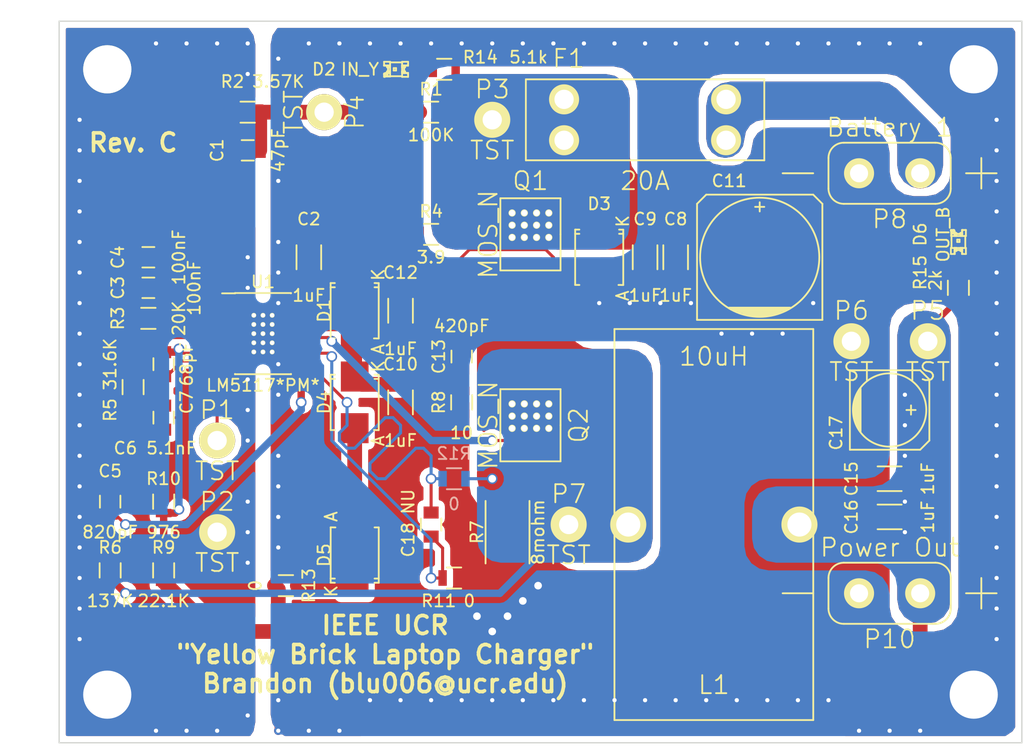
<source format=kicad_pcb>
(kicad_pcb (version 4) (host pcbnew "(2015-01-23 BZR 5386)-product")

  (general
    (links 146)
    (no_connects 0)
    (area 137.949999 67.949999 218.050001 128.050001)
    (thickness 1.6)
    (drawings 40)
    (tracks 570)
    (zones 0)
    (modules 56)
    (nets 30)
  )

  (page USLetter)
  (title_block
    (title Yellow-Brick-Laptop-Charger)
    (date "Tue 10 Feb 2015")
    (rev C)
    (company "IEEE UCR, UCR UAS")
  )

  (layers
    (0 F.Cu signal)
    (31 B.Cu signal)
    (32 B.Adhes user)
    (33 F.Adhes user)
    (34 B.Paste user)
    (35 F.Paste user)
    (36 B.SilkS user)
    (37 F.SilkS user)
    (38 B.Mask user)
    (39 F.Mask user)
    (40 Dwgs.User user)
    (41 Cmts.User user)
    (42 Eco1.User user)
    (43 Eco2.User user)
    (44 Edge.Cuts user)
    (45 Margin user)
    (46 B.CrtYd user)
    (47 F.CrtYd user)
    (48 B.Fab user)
    (49 F.Fab user)
  )

  (setup
    (last_trace_width 0.254)
    (user_trace_width 0.254)
    (user_trace_width 0.49)
    (user_trace_width 0.6125)
    (user_trace_width 1.225)
    (user_trace_width 2.54)
    (trace_clearance 0.127)
    (zone_clearance 0.508)
    (zone_45_only no)
    (trace_min 0.254)
    (segment_width 2)
    (edge_width 0.1)
    (via_size 0.889)
    (via_drill 0.635)
    (via_min_size 0.3048)
    (via_min_drill 0.3048)
    (user_via 0.35 0.3048)
    (user_via 0.6 0.5)
    (user_via 0.7 0.35)
    (uvia_size 0.508)
    (uvia_drill 0.127)
    (uvias_allowed no)
    (uvia_min_size 0.508)
    (uvia_min_drill 0.127)
    (pcb_text_width 0.3)
    (pcb_text_size 1.5 1.5)
    (mod_edge_width 0.15)
    (mod_text_size 1 1)
    (mod_text_width 0.15)
    (pad_size 4.0005 4.0005)
    (pad_drill 4.0005)
    (pad_to_mask_clearance 0)
    (aux_axis_origin 0 0)
    (visible_elements FFFFFF7F)
    (pcbplotparams
      (layerselection 0x010f0_80000001)
      (usegerberextensions true)
      (excludeedgelayer true)
      (linewidth 0.100000)
      (plotframeref false)
      (viasonmask false)
      (mode 1)
      (useauxorigin false)
      (hpglpennumber 1)
      (hpglpenspeed 20)
      (hpglpendiameter 15)
      (hpglpenoverlay 2)
      (psnegative false)
      (psa4output false)
      (plotreference true)
      (plotvalue true)
      (plotinvisibletext false)
      (padsonsilk false)
      (subtractmaskfromsilk false)
      (outputformat 1)
      (mirror false)
      (drillshape 0)
      (scaleselection 1)
      (outputdirectory Brick-Laptop-Charger-Output/))
  )

  (net 0 "")
  (net 1 "Net-(C1-Pad1)")
  (net 2 "Net-(C2-Pad1)")
  (net 3 "Net-(C3-Pad1)")
  (net 4 "Net-(C4-Pad1)")
  (net 5 "Net-(C5-Pad1)")
  (net 6 "Net-(C6-Pad1)")
  (net 7 "Net-(C6-Pad2)")
  (net 8 "Net-(C7-Pad2)")
  (net 9 "Net-(C10-Pad1)")
  (net 10 "Net-(C12-Pad1)")
  (net 11 "Net-(C12-Pad2)")
  (net 12 "Net-(C13-Pad2)")
  (net 13 +19V)
  (net 14 "Net-(D4-Pad1)")
  (net 15 +BATT)
  (net 16 "Net-(P1-Pad1)")
  (net 17 "Net-(Q1-PadG)")
  (net 18 "Net-(Q2-PadG)")
  (net 19 "Net-(Q2-PadS)")
  (net 20 "Net-(R3-Pad1)")
  (net 21 "Net-(U1-Pad2)")
  (net 22 "Net-(U1-Pad7)")
  (net 23 "Net-(D5-Pad2)")
  (net 24 "Net-(C18-Pad1)")
  (net 25 "Net-(C18-Pad2)")
  (net 26 GNDA)
  (net 27 "Net-(D2-Pad1)")
  (net 28 "Net-(D6-Pad1)")
  (net 29 /POWER)

  (net_class Default "This is the default net class."
    (clearance 0.127)
    (trace_width 0.254)
    (via_dia 0.889)
    (via_drill 0.635)
    (uvia_dia 0.508)
    (uvia_drill 0.127)
    (add_net /POWER)
    (add_net GNDA)
    (add_net "Net-(C1-Pad1)")
    (add_net "Net-(C10-Pad1)")
    (add_net "Net-(C12-Pad1)")
    (add_net "Net-(C12-Pad2)")
    (add_net "Net-(C13-Pad2)")
    (add_net "Net-(C18-Pad1)")
    (add_net "Net-(C18-Pad2)")
    (add_net "Net-(C2-Pad1)")
    (add_net "Net-(C3-Pad1)")
    (add_net "Net-(C4-Pad1)")
    (add_net "Net-(C5-Pad1)")
    (add_net "Net-(C6-Pad1)")
    (add_net "Net-(C6-Pad2)")
    (add_net "Net-(C7-Pad2)")
    (add_net "Net-(D2-Pad1)")
    (add_net "Net-(D4-Pad1)")
    (add_net "Net-(D5-Pad2)")
    (add_net "Net-(D6-Pad1)")
    (add_net "Net-(P1-Pad1)")
    (add_net "Net-(Q1-PadG)")
    (add_net "Net-(Q2-PadG)")
    (add_net "Net-(Q2-PadS)")
    (add_net "Net-(R3-Pad1)")
    (add_net "Net-(U1-Pad2)")
    (add_net "Net-(U1-Pad7)")
  )

  (net_class "Really Thick" ""
    (clearance 0.127)
    (trace_width 1.225)
    (via_dia 0.889)
    (via_drill 0.635)
    (uvia_dia 0.508)
    (uvia_drill 0.127)
    (add_net +19V)
    (add_net +BATT)
  )

  (net_class Thick ""
    (clearance 0.127)
    (trace_width 2.54)
    (via_dia 0.889)
    (via_drill 0.635)
    (uvia_dia 0.508)
    (uvia_drill 0.127)
  )

  (module Mounting_Holes:MountingHole_4mm (layer F.Cu) (tedit 54D8165B) (tstamp 54C468DD)
    (at 142 72)
    (descr "Mounting hole, Befestigungsbohrung, 4mm, No Annular, Kein Restring,")
    (tags "Mounting hole, Befestigungsbohrung, 4mm, No Annular, Kein Restring,")
    (fp_text reference "" (at -8.015 -0.88 90) (layer F.SilkS)
      (effects (font (size 1 1) (thickness 0.15)))
    )
    (fp_text value "Val** " (at 0.24 5.47) (layer F.SilkS) hide
      (effects (font (size 1 1) (thickness 0.15)))
    )
    (fp_circle (center 0 0) (end 4.0005 0) (layer Cmts.User) (width 0.381))
    (pad 1 thru_hole circle (at 0 0) (size 4.0005 4.0005) (drill 4.0005) (layers *.Cu *.Mask F.SilkS)
      (net 26 GNDA))
  )

  (module Mounting_Holes:MountingHole_4mm (layer F.Cu) (tedit 54D8141A) (tstamp 54C468E6)
    (at 142 124)
    (descr "Mounting hole, Befestigungsbohrung, 4mm, No Annular, Kein Restring,")
    (tags "Mounting hole, Befestigungsbohrung, 4mm, No Annular, Kein Restring,")
    (fp_text reference "" (at -8.65 -10.97 90) (layer F.SilkS)
      (effects (font (size 1 1) (thickness 0.15)))
    )
    (fp_text value VAL** (at 0 5.99948) (layer F.SilkS) hide
      (effects (font (size 1 1) (thickness 0.15)))
    )
    (fp_circle (center 0 0) (end 4.0005 0) (layer Cmts.User) (width 0.381))
    (pad 1 thru_hole circle (at 0 0) (size 4.0005 4.0005) (drill 4.0005) (layers *.Cu)
      (net 26 GNDA))
  )

  (module Mounting_Holes:MountingHole_4mm (layer F.Cu) (tedit 54D8142D) (tstamp 54C468EF)
    (at 214 124)
    (descr "Mounting hole, Befestigungsbohrung, 4mm, No Annular, Kein Restring,")
    (tags "Mounting hole, Befestigungsbohrung, 4mm, No Annular, Kein Restring,")
    (fp_text reference "" (at -11.435 0.46) (layer F.SilkS)
      (effects (font (size 1 1) (thickness 0.15)))
    )
    (fp_text value VAL** (at 0 5.99948) (layer F.SilkS) hide
      (effects (font (size 1 1) (thickness 0.15)))
    )
    (fp_circle (center 0 0) (end 4.0005 0) (layer Cmts.User) (width 0.381))
    (pad 1 thru_hole circle (at 0 0) (size 4.0005 4.0005) (drill 4.0005) (layers *.Cu)
      (net 26 GNDA))
  )

  (module Mounting_Holes:MountingHole_4mm (layer F.Cu) (tedit 54D81427) (tstamp 54C468C6)
    (at 214 72)
    (descr "Mounting hole, Befestigungsbohrung, 4mm, No Annular, Kein Restring,")
    (tags "Mounting hole, Befestigungsbohrung, 4mm, No Annular, Kein Restring,")
    (fp_text reference "" (at 0 -5.4991) (layer F.SilkS)
      (effects (font (size 1 1) (thickness 0.15)))
    )
    (fp_text value VAL** (at 0 5.99948) (layer F.SilkS) hide
      (effects (font (size 1 1) (thickness 0.15)))
    )
    (fp_circle (center 0 0) (end 4.0005 0) (layer Cmts.User) (width 0.381))
    (pad 1 thru_hole circle (at 0 0) (size 4.0005 4.0005) (drill 4.0005) (layers *.Cu)
      (net 26 GNDA))
  )

  (module Resistors_SMD:R_0805 (layer B.Cu) (tedit 5415CDEB) (tstamp 54D45110)
    (at 170.815 106.045 180)
    (descr "Resistor SMD 0805, reflow soldering, Vishay (see dcrcw.pdf)")
    (tags "resistor 0805")
    (path /54D46259)
    (attr smd)
    (fp_text reference R12 (at 0 2.1 180) (layer B.SilkS)
      (effects (font (size 1 1) (thickness 0.15)) (justify mirror))
    )
    (fp_text value 0 (at 0 -2.1 180) (layer B.SilkS)
      (effects (font (size 1 1) (thickness 0.15)) (justify mirror))
    )
    (fp_line (start -1.6 1) (end 1.6 1) (layer B.CrtYd) (width 0.05))
    (fp_line (start -1.6 -1) (end 1.6 -1) (layer B.CrtYd) (width 0.05))
    (fp_line (start -1.6 1) (end -1.6 -1) (layer B.CrtYd) (width 0.05))
    (fp_line (start 1.6 1) (end 1.6 -1) (layer B.CrtYd) (width 0.05))
    (fp_line (start 0.6 -0.875) (end -0.6 -0.875) (layer B.SilkS) (width 0.15))
    (fp_line (start -0.6 0.875) (end 0.6 0.875) (layer B.SilkS) (width 0.15))
    (pad 1 smd rect (at -0.95 0 180) (size 0.7 1.3) (layers B.Cu B.Paste B.Mask)
      (net 19 "Net-(Q2-PadS)"))
    (pad 2 smd rect (at 0.95 0 180) (size 0.7 1.3) (layers B.Cu B.Paste B.Mask)
      (net 24 "Net-(C18-Pad1)"))
    (model Resistors_SMD/R_0805.wrl
      (at (xyz 0 0 0))
      (scale (xyz 1 1 1))
      (rotate (xyz 0 0 0))
    )
  )

  (module Capacitors_SMD:c_elec_6.3x7.7 (layer F.Cu) (tedit 54CEF219) (tstamp 549AE83C)
    (at 207.01 100.33)
    (descr "SMT capacitor, aluminium electrolytic, 6.3x7.7")
    (path /54993168)
    (fp_text reference C17 (at -4.445 1.905 90) (layer F.SilkS)
      (effects (font (size 1 1) (thickness 0.15)))
    )
    (fp_text value 100uF (at 3.81 3.175 90) (layer F.SilkS) hide
      (effects (font (size 1 1) (thickness 0.15)))
    )
    (fp_line (start -2.921 -0.762) (end -2.921 0.762) (layer F.SilkS) (width 0.15))
    (fp_line (start -2.794 1.143) (end -2.794 -1.143) (layer F.SilkS) (width 0.15))
    (fp_line (start -2.667 -1.397) (end -2.667 1.397) (layer F.SilkS) (width 0.15))
    (fp_line (start -2.54 1.651) (end -2.54 -1.651) (layer F.SilkS) (width 0.15))
    (fp_line (start -2.413 -1.778) (end -2.413 1.778) (layer F.SilkS) (width 0.15))
    (fp_circle (center 0 0) (end -3.048 0) (layer F.SilkS) (width 0.15))
    (fp_line (start -3.302 -3.302) (end -3.302 3.302) (layer F.SilkS) (width 0.15))
    (fp_line (start -3.302 3.302) (end 2.54 3.302) (layer F.SilkS) (width 0.15))
    (fp_line (start 2.54 3.302) (end 3.302 2.54) (layer F.SilkS) (width 0.15))
    (fp_line (start 3.302 2.54) (end 3.302 -2.54) (layer F.SilkS) (width 0.15))
    (fp_line (start 3.302 -2.54) (end 2.54 -3.302) (layer F.SilkS) (width 0.15))
    (fp_line (start 2.54 -3.302) (end -3.302 -3.302) (layer F.SilkS) (width 0.15))
    (fp_line (start 2.159 0) (end 1.397 0) (layer F.SilkS) (width 0.15))
    (fp_line (start 1.778 -0.381) (end 1.778 0.381) (layer F.SilkS) (width 0.15))
    (pad 1 smd rect (at 2.75082 0) (size 3.59918 1.6002) (layers F.Cu F.Paste F.Mask)
      (net 13 +19V))
    (pad 2 smd rect (at -2.75082 0) (size 3.59918 1.6002) (layers F.Cu F.Paste F.Mask)
      (net 26 GNDA))
    (model Capacitors_SMD/c_elec_6.3x7.7.wrl
      (at (xyz 0 0 0))
      (scale (xyz 1 1 1))
      (rotate (xyz 0 0 0))
    )
  )

  (module Resistors_SMD:R_0805 (layer F.Cu) (tedit 54C47D46) (tstamp 549AD7DC)
    (at 146.685 107.95 90)
    (descr "Resistor SMD 0805, reflow soldering, Vishay (see dcrcw.pdf)")
    (tags "resistor 0805")
    (path /5499B44E)
    (attr smd)
    (fp_text reference R10 (at 1.905 0 360) (layer F.SilkS)
      (effects (font (size 1 1) (thickness 0.15)))
    )
    (fp_text value 976 (at -2.54 0 180) (layer F.SilkS)
      (effects (font (size 1 1) (thickness 0.15)))
    )
    (fp_line (start -1.6 -1) (end 1.6 -1) (layer F.CrtYd) (width 0.05))
    (fp_line (start -1.6 1) (end 1.6 1) (layer F.CrtYd) (width 0.05))
    (fp_line (start -1.6 -1) (end -1.6 1) (layer F.CrtYd) (width 0.05))
    (fp_line (start 1.6 -1) (end 1.6 1) (layer F.CrtYd) (width 0.05))
    (fp_line (start 0.6 0.875) (end -0.6 0.875) (layer F.SilkS) (width 0.15))
    (fp_line (start -0.6 -0.875) (end 0.6 -0.875) (layer F.SilkS) (width 0.15))
    (pad 1 smd rect (at -0.95 0 90) (size 0.7 1.3) (layers F.Cu F.Paste F.Mask)
      (net 8 "Net-(C7-Pad2)"))
    (pad 2 smd rect (at 0.95 0 90) (size 0.7 1.3) (layers F.Cu F.Paste F.Mask)
      (net 26 GNDA))
    (model Resistors_SMD/R_0805.wrl
      (at (xyz 0 0 0))
      (scale (xyz 1 1 1))
      (rotate (xyz 0 0 0))
    )
  )

  (module Resistors_SMD:R_0805 (layer F.Cu) (tedit 54C4B1D2) (tstamp 549AD7D7)
    (at 146.685 113.665 90)
    (descr "Resistor SMD 0805, reflow soldering, Vishay (see dcrcw.pdf)")
    (tags "resistor 0805")
    (path /5499B371)
    (attr smd)
    (fp_text reference R9 (at 1.905 0 360) (layer F.SilkS)
      (effects (font (size 1 1) (thickness 0.15)))
    )
    (fp_text value 22.1K (at -2.54 0 180) (layer F.SilkS)
      (effects (font (size 1 1) (thickness 0.15)))
    )
    (fp_line (start -1.6 -1) (end 1.6 -1) (layer F.CrtYd) (width 0.05))
    (fp_line (start -1.6 1) (end 1.6 1) (layer F.CrtYd) (width 0.05))
    (fp_line (start -1.6 -1) (end -1.6 1) (layer F.CrtYd) (width 0.05))
    (fp_line (start 1.6 -1) (end 1.6 1) (layer F.CrtYd) (width 0.05))
    (fp_line (start 0.6 0.875) (end -0.6 0.875) (layer F.SilkS) (width 0.15))
    (fp_line (start -0.6 -0.875) (end 0.6 -0.875) (layer F.SilkS) (width 0.15))
    (pad 1 smd rect (at -0.95 0 90) (size 0.7 1.3) (layers F.Cu F.Paste F.Mask)
      (net 13 +19V))
    (pad 2 smd rect (at 0.95 0 90) (size 0.7 1.3) (layers F.Cu F.Paste F.Mask)
      (net 8 "Net-(C7-Pad2)"))
    (model Resistors_SMD/R_0805.wrl
      (at (xyz 0 0 0))
      (scale (xyz 1 1 1))
      (rotate (xyz 0 0 0))
    )
  )

  (module Resistors_SMD:R_0805 (layer F.Cu) (tedit 54D5EB1E) (tstamp 549AD7D2)
    (at 171.45 99.695 270)
    (descr "Resistor SMD 0805, reflow soldering, Vishay (see dcrcw.pdf)")
    (tags "resistor 0805")
    (path /54993C5B)
    (attr smd)
    (fp_text reference R8 (at 0 1.905 450) (layer F.SilkS)
      (effects (font (size 1 1) (thickness 0.15)))
    )
    (fp_text value 10 (at 2.54 0 360) (layer F.SilkS)
      (effects (font (size 1 1) (thickness 0.15)))
    )
    (fp_line (start -1.6 -1) (end 1.6 -1) (layer F.CrtYd) (width 0.05))
    (fp_line (start -1.6 1) (end 1.6 1) (layer F.CrtYd) (width 0.05))
    (fp_line (start -1.6 -1) (end -1.6 1) (layer F.CrtYd) (width 0.05))
    (fp_line (start 1.6 -1) (end 1.6 1) (layer F.CrtYd) (width 0.05))
    (fp_line (start 0.6 0.875) (end -0.6 0.875) (layer F.SilkS) (width 0.15))
    (fp_line (start -0.6 -0.875) (end 0.6 -0.875) (layer F.SilkS) (width 0.15))
    (pad 1 smd rect (at -0.95 0 270) (size 0.7 1.3) (layers F.Cu F.Paste F.Mask)
      (net 12 "Net-(C13-Pad2)"))
    (pad 2 smd rect (at 0.95 0 270) (size 0.7 1.3) (layers F.Cu F.Paste F.Mask)
      (net 26 GNDA))
    (model Resistors_SMD/R_0805.wrl
      (at (xyz 0 0 0))
      (scale (xyz 1 1 1))
      (rotate (xyz 0 0 0))
    )
  )

  (module Resistors_SMD:R_2512 (layer F.Cu) (tedit 54D5EB3D) (tstamp 549AD7CD)
    (at 175.26 110.49 270)
    (descr "Resistor SMD 2512, reflow soldering, Vishay (see dcrcw.pdf)")
    (tags "resistor 2512")
    (path /54993FF3)
    (attr smd)
    (fp_text reference R7 (at 0 2.54 270) (layer F.SilkS)
      (effects (font (size 1 1) (thickness 0.15)))
    )
    (fp_text value 8mohm (at 0 -2.54 270) (layer F.SilkS)
      (effects (font (size 1 1) (thickness 0.15)))
    )
    (fp_line (start -3.9 -1.95) (end 3.9 -1.95) (layer F.CrtYd) (width 0.05))
    (fp_line (start -3.9 1.95) (end 3.9 1.95) (layer F.CrtYd) (width 0.05))
    (fp_line (start -3.9 -1.95) (end -3.9 1.95) (layer F.CrtYd) (width 0.05))
    (fp_line (start 3.9 -1.95) (end 3.9 1.95) (layer F.CrtYd) (width 0.05))
    (fp_line (start 2.6 1.825) (end -2.6 1.825) (layer F.SilkS) (width 0.15))
    (fp_line (start -2.6 -1.825) (end 2.6 -1.825) (layer F.SilkS) (width 0.15))
    (pad 1 smd rect (at -3.1 0 270) (size 1 3.2) (layers F.Cu F.Paste F.Mask)
      (net 19 "Net-(Q2-PadS)"))
    (pad 2 smd rect (at 3.1 0 270) (size 1 3.2) (layers F.Cu F.Paste F.Mask)
      (net 26 GNDA))
    (model Resistors_SMD/R_2512.wrl
      (at (xyz 0 0 0))
      (scale (xyz 1 1 1))
      (rotate (xyz 0 0 0))
    )
  )

  (module Resistors_SMD:R_0805 (layer F.Cu) (tedit 54D0FE60) (tstamp 549AD7C8)
    (at 142.24 113.665 90)
    (descr "Resistor SMD 0805, reflow soldering, Vishay (see dcrcw.pdf)")
    (tags "resistor 0805")
    (path /549959D5)
    (attr smd)
    (fp_text reference R6 (at 1.905 0 180) (layer F.SilkS)
      (effects (font (size 1 1) (thickness 0.15)))
    )
    (fp_text value 137K (at -2.54 0 180) (layer F.SilkS)
      (effects (font (size 1 1) (thickness 0.15)))
    )
    (fp_line (start -1.6 -1) (end 1.6 -1) (layer F.CrtYd) (width 0.05))
    (fp_line (start -1.6 1) (end 1.6 1) (layer F.CrtYd) (width 0.05))
    (fp_line (start -1.6 -1) (end -1.6 1) (layer F.CrtYd) (width 0.05))
    (fp_line (start 1.6 -1) (end 1.6 1) (layer F.CrtYd) (width 0.05))
    (fp_line (start 0.6 0.875) (end -0.6 0.875) (layer F.SilkS) (width 0.15))
    (fp_line (start -0.6 -0.875) (end 0.6 -0.875) (layer F.SilkS) (width 0.15))
    (pad 1 smd rect (at -0.95 0 90) (size 0.7 1.3) (layers F.Cu F.Paste F.Mask)
      (net 10 "Net-(C12-Pad1)"))
    (pad 2 smd rect (at 0.95 0 90) (size 0.7 1.3) (layers F.Cu F.Paste F.Mask)
      (net 5 "Net-(C5-Pad1)"))
    (model Resistors_SMD/R_0805.wrl
      (at (xyz 0 0 0))
      (scale (xyz 1 1 1))
      (rotate (xyz 0 0 0))
    )
  )

  (module Resistors_SMD:R_0805 (layer F.Cu) (tedit 54D5EC64) (tstamp 549AD7C3)
    (at 144.145 98.425 90)
    (descr "Resistor SMD 0805, reflow soldering, Vishay (see dcrcw.pdf)")
    (tags "resistor 0805")
    (path /5499CEEA)
    (attr smd)
    (fp_text reference R5 (at -1.905 -1.905 90) (layer F.SilkS)
      (effects (font (size 1 1) (thickness 0.15)))
    )
    (fp_text value 31.6K (at 1.905 -1.905 90) (layer F.SilkS)
      (effects (font (size 1 1) (thickness 0.15)))
    )
    (fp_line (start -1.6 -1) (end 1.6 -1) (layer F.CrtYd) (width 0.05))
    (fp_line (start -1.6 1) (end 1.6 1) (layer F.CrtYd) (width 0.05))
    (fp_line (start -1.6 -1) (end -1.6 1) (layer F.CrtYd) (width 0.05))
    (fp_line (start 1.6 -1) (end 1.6 1) (layer F.CrtYd) (width 0.05))
    (fp_line (start 0.6 0.875) (end -0.6 0.875) (layer F.SilkS) (width 0.15))
    (fp_line (start -0.6 -0.875) (end 0.6 -0.875) (layer F.SilkS) (width 0.15))
    (pad 1 smd rect (at -0.95 0 90) (size 0.7 1.3) (layers F.Cu F.Paste F.Mask)
      (net 7 "Net-(C6-Pad2)"))
    (pad 2 smd rect (at 0.95 0 90) (size 0.7 1.3) (layers F.Cu F.Paste F.Mask)
      (net 8 "Net-(C7-Pad2)"))
    (model Resistors_SMD/R_0805.wrl
      (at (xyz 0 0 0))
      (scale (xyz 1 1 1))
      (rotate (xyz 0 0 0))
    )
  )

  (module Resistors_SMD:R_0805 (layer F.Cu) (tedit 54D0FFBF) (tstamp 549AD7BE)
    (at 168.91 85.725 180)
    (descr "Resistor SMD 0805, reflow soldering, Vishay (see dcrcw.pdf)")
    (tags "resistor 0805")
    (path /54996D8E)
    (attr smd)
    (fp_text reference R4 (at 0 1.905 180) (layer F.SilkS)
      (effects (font (size 1 1) (thickness 0.15)))
    )
    (fp_text value 3.9 (at 0 -1.905 180) (layer F.SilkS)
      (effects (font (size 1 1) (thickness 0.15)))
    )
    (fp_line (start -1.6 -1) (end 1.6 -1) (layer F.CrtYd) (width 0.05))
    (fp_line (start -1.6 1) (end 1.6 1) (layer F.CrtYd) (width 0.05))
    (fp_line (start -1.6 -1) (end -1.6 1) (layer F.CrtYd) (width 0.05))
    (fp_line (start 1.6 -1) (end 1.6 1) (layer F.CrtYd) (width 0.05))
    (fp_line (start 0.6 0.875) (end -0.6 0.875) (layer F.SilkS) (width 0.15))
    (fp_line (start -0.6 -0.875) (end 0.6 -0.875) (layer F.SilkS) (width 0.15))
    (pad 1 smd rect (at -0.95 0 180) (size 0.7 1.3) (layers F.Cu F.Paste F.Mask)
      (net 29 /POWER))
    (pad 2 smd rect (at 0.95 0 180) (size 0.7 1.3) (layers F.Cu F.Paste F.Mask)
      (net 2 "Net-(C2-Pad1)"))
    (model Resistors_SMD/R_0805.wrl
      (at (xyz 0 0 0))
      (scale (xyz 1 1 1))
      (rotate (xyz 0 0 0))
    )
  )

  (module Resistors_SMD:R_0805 (layer F.Cu) (tedit 54C47CC8) (tstamp 549AD7B9)
    (at 145.415 92.71 180)
    (descr "Resistor SMD 0805, reflow soldering, Vishay (see dcrcw.pdf)")
    (tags "resistor 0805")
    (path /54996578)
    (attr smd)
    (fp_text reference R3 (at 2.54 0 270) (layer F.SilkS)
      (effects (font (size 1 1) (thickness 0.15)))
    )
    (fp_text value 20K (at -2.54 0 270) (layer F.SilkS)
      (effects (font (size 1 1) (thickness 0.15)))
    )
    (fp_line (start -1.6 -1) (end 1.6 -1) (layer F.CrtYd) (width 0.05))
    (fp_line (start -1.6 1) (end 1.6 1) (layer F.CrtYd) (width 0.05))
    (fp_line (start -1.6 -1) (end -1.6 1) (layer F.CrtYd) (width 0.05))
    (fp_line (start 1.6 -1) (end 1.6 1) (layer F.CrtYd) (width 0.05))
    (fp_line (start 0.6 0.875) (end -0.6 0.875) (layer F.SilkS) (width 0.15))
    (fp_line (start -0.6 -0.875) (end 0.6 -0.875) (layer F.SilkS) (width 0.15))
    (pad 1 smd rect (at -0.95 0 180) (size 0.7 1.3) (layers F.Cu F.Paste F.Mask)
      (net 20 "Net-(R3-Pad1)"))
    (pad 2 smd rect (at 0.95 0 180) (size 0.7 1.3) (layers F.Cu F.Paste F.Mask)
      (net 26 GNDA))
    (model Resistors_SMD/R_0805.wrl
      (at (xyz 0 0 0))
      (scale (xyz 1 1 1))
      (rotate (xyz 0 0 0))
    )
  )

  (module Resistors_SMD:R_0805 (layer F.Cu) (tedit 54D5EB08) (tstamp 549AD7B4)
    (at 153.67 75.565 180)
    (descr "Resistor SMD 0805, reflow soldering, Vishay (see dcrcw.pdf)")
    (tags "resistor 0805")
    (path /549969E4)
    (attr smd)
    (fp_text reference R2 (at 1.27 2.54 180) (layer F.SilkS)
      (effects (font (size 1 1) (thickness 0.15)))
    )
    (fp_text value 3.57K (at -2.54 2.54 180) (layer F.SilkS)
      (effects (font (size 1 1) (thickness 0.15)))
    )
    (fp_line (start -1.6 -1) (end 1.6 -1) (layer F.CrtYd) (width 0.05))
    (fp_line (start -1.6 1) (end 1.6 1) (layer F.CrtYd) (width 0.05))
    (fp_line (start -1.6 -1) (end -1.6 1) (layer F.CrtYd) (width 0.05))
    (fp_line (start 1.6 -1) (end 1.6 1) (layer F.CrtYd) (width 0.05))
    (fp_line (start 0.6 0.875) (end -0.6 0.875) (layer F.SilkS) (width 0.15))
    (fp_line (start -0.6 -0.875) (end 0.6 -0.875) (layer F.SilkS) (width 0.15))
    (pad 1 smd rect (at -0.95 0 180) (size 0.7 1.3) (layers F.Cu F.Paste F.Mask)
      (net 1 "Net-(C1-Pad1)"))
    (pad 2 smd rect (at 0.95 0 180) (size 0.7 1.3) (layers F.Cu F.Paste F.Mask)
      (net 26 GNDA))
    (model Resistors_SMD/R_0805.wrl
      (at (xyz 0 0 0))
      (scale (xyz 1 1 1))
      (rotate (xyz 0 0 0))
    )
  )

  (module Resistors_SMD:R_0805 (layer F.Cu) (tedit 54D0FFD9) (tstamp 549AD7AF)
    (at 168.91 75.565 180)
    (descr "Resistor SMD 0805, reflow soldering, Vishay (see dcrcw.pdf)")
    (tags "resistor 0805")
    (path /5499683E)
    (attr smd)
    (fp_text reference R1 (at 0 1.905 180) (layer F.SilkS)
      (effects (font (size 1 1) (thickness 0.15)))
    )
    (fp_text value 100K (at 0 -1.905 180) (layer F.SilkS)
      (effects (font (size 1 1) (thickness 0.15)))
    )
    (fp_line (start -1.6 -1) (end 1.6 -1) (layer F.CrtYd) (width 0.05))
    (fp_line (start -1.6 1) (end 1.6 1) (layer F.CrtYd) (width 0.05))
    (fp_line (start -1.6 -1) (end -1.6 1) (layer F.CrtYd) (width 0.05))
    (fp_line (start 1.6 -1) (end 1.6 1) (layer F.CrtYd) (width 0.05))
    (fp_line (start 0.6 0.875) (end -0.6 0.875) (layer F.SilkS) (width 0.15))
    (fp_line (start -0.6 -0.875) (end 0.6 -0.875) (layer F.SilkS) (width 0.15))
    (pad 1 smd rect (at -0.95 0 180) (size 0.7 1.3) (layers F.Cu F.Paste F.Mask)
      (net 29 /POWER))
    (pad 2 smd rect (at 0.95 0 180) (size 0.7 1.3) (layers F.Cu F.Paste F.Mask)
      (net 1 "Net-(C1-Pad1)"))
    (model Resistors_SMD/R_0805.wrl
      (at (xyz 0 0 0))
      (scale (xyz 1 1 1))
      (rotate (xyz 0 0 0))
    )
  )

  (module Diodes_SMD:Diode-SMB_Standard (layer F.Cu) (tedit 54D5EF53) (tstamp 549AD7AA)
    (at 162.56 112.395 270)
    (descr "Diode SMB Standard")
    (tags "Diode SMB Standard")
    (path /549C5A81)
    (attr smd)
    (fp_text reference D5 (at 0 2.54 270) (layer F.SilkS)
      (effects (font (size 1 1) (thickness 0.15)))
    )
    (fp_text value "ZENER 7.5V" (at 0 3.81 270) (layer F.SilkS) hide
      (effects (font (size 1 1) (thickness 0.15)))
    )
    (fp_text user A (at -3.2004 1.95072 270) (layer F.SilkS)
      (effects (font (size 1 1) (thickness 0.15)))
    )
    (fp_text user K (at 2.99974 1.95072 270) (layer F.SilkS)
      (effects (font (size 1 1) (thickness 0.15)))
    )
    (fp_line (start -2.30124 1.75006) (end -2.30124 1.6002) (layer F.SilkS) (width 0.15))
    (fp_line (start 1.95072 1.75006) (end 1.95072 1.651) (layer F.SilkS) (width 0.15))
    (fp_line (start 2.30124 1.75006) (end 2.30124 1.651) (layer F.SilkS) (width 0.15))
    (fp_line (start -2.30124 -1.75006) (end -2.30124 -1.651) (layer F.SilkS) (width 0.15))
    (fp_line (start 1.95072 -1.75006) (end 1.95072 -1.651) (layer F.SilkS) (width 0.15))
    (fp_line (start 2.30124 -1.75006) (end 2.30124 -1.651) (layer F.SilkS) (width 0.15))
    (fp_circle (center 0 0) (end 0.44958 0.09906) (layer F.Adhes) (width 0.381))
    (fp_circle (center 0 0) (end 0.20066 0.09906) (layer F.Adhes) (width 0.381))
    (fp_line (start 1.95072 1.99898) (end 1.95072 1.80086) (layer F.SilkS) (width 0.15))
    (fp_line (start 1.95072 -1.99898) (end 1.95072 -1.80086) (layer F.SilkS) (width 0.15))
    (fp_line (start 2.29616 1.99644) (end 2.29616 1.79832) (layer F.SilkS) (width 0.15))
    (fp_line (start -2.30632 1.99644) (end 2.29616 1.99644) (layer F.SilkS) (width 0.15))
    (fp_line (start -2.30632 1.99644) (end -2.30632 1.79832) (layer F.SilkS) (width 0.15))
    (fp_line (start -2.30124 -1.99898) (end -2.30124 -1.80086) (layer F.SilkS) (width 0.15))
    (fp_line (start -2.30124 -1.99898) (end 2.30124 -1.99898) (layer F.SilkS) (width 0.15))
    (fp_line (start 2.30124 -1.99898) (end 2.30124 -1.80086) (layer F.SilkS) (width 0.15))
    (pad 1 smd rect (at -2.14884 0 270) (size 2.49936 2.30124) (layers F.Cu F.Paste F.Mask)
      (net 14 "Net-(D4-Pad1)"))
    (pad 2 smd rect (at 2.14884 0 270) (size 2.49936 2.30124) (layers F.Cu F.Paste F.Mask)
      (net 23 "Net-(D5-Pad2)"))
    (model Diodes_SMD/Diode-SMB_Standard.wrl
      (at (xyz 0 0 0))
      (scale (xyz 0.3937 0.3937 0.3937))
      (rotate (xyz 0 0 0))
    )
  )

  (module Diodes_SMD:Diode-SMB_Standard (layer F.Cu) (tedit 54D1061B) (tstamp 549AD7A5)
    (at 162.56 99.695 90)
    (descr "Diode SMB Standard")
    (tags "Diode SMB Standard")
    (path /549C5CA1)
    (attr smd)
    (fp_text reference D4 (at 0 -2.54 90) (layer F.SilkS)
      (effects (font (size 1 1) (thickness 0.15)))
    )
    (fp_text value DIODESCH (at 0 3.81 90) (layer F.SilkS) hide
      (effects (font (size 1 1) (thickness 0.15)))
    )
    (fp_text user A (at -3.2004 1.95072 90) (layer F.SilkS)
      (effects (font (size 1 1) (thickness 0.15)))
    )
    (fp_text user K (at 2.99974 1.95072 90) (layer F.SilkS)
      (effects (font (size 1 1) (thickness 0.15)))
    )
    (fp_line (start -2.30124 1.75006) (end -2.30124 1.6002) (layer F.SilkS) (width 0.15))
    (fp_line (start 1.95072 1.75006) (end 1.95072 1.651) (layer F.SilkS) (width 0.15))
    (fp_line (start 2.30124 1.75006) (end 2.30124 1.651) (layer F.SilkS) (width 0.15))
    (fp_line (start -2.30124 -1.75006) (end -2.30124 -1.651) (layer F.SilkS) (width 0.15))
    (fp_line (start 1.95072 -1.75006) (end 1.95072 -1.651) (layer F.SilkS) (width 0.15))
    (fp_line (start 2.30124 -1.75006) (end 2.30124 -1.651) (layer F.SilkS) (width 0.15))
    (fp_circle (center 0 0) (end 0.44958 0.09906) (layer F.Adhes) (width 0.381))
    (fp_circle (center 0 0) (end 0.20066 0.09906) (layer F.Adhes) (width 0.381))
    (fp_line (start 1.95072 1.99898) (end 1.95072 1.80086) (layer F.SilkS) (width 0.15))
    (fp_line (start 1.95072 -1.99898) (end 1.95072 -1.80086) (layer F.SilkS) (width 0.15))
    (fp_line (start 2.29616 1.99644) (end 2.29616 1.79832) (layer F.SilkS) (width 0.15))
    (fp_line (start -2.30632 1.99644) (end 2.29616 1.99644) (layer F.SilkS) (width 0.15))
    (fp_line (start -2.30632 1.99644) (end -2.30632 1.79832) (layer F.SilkS) (width 0.15))
    (fp_line (start -2.30124 -1.99898) (end -2.30124 -1.80086) (layer F.SilkS) (width 0.15))
    (fp_line (start -2.30124 -1.99898) (end 2.30124 -1.99898) (layer F.SilkS) (width 0.15))
    (fp_line (start 2.30124 -1.99898) (end 2.30124 -1.80086) (layer F.SilkS) (width 0.15))
    (pad 1 smd rect (at -2.14884 0 90) (size 2.49936 2.30124) (layers F.Cu F.Paste F.Mask)
      (net 14 "Net-(D4-Pad1)"))
    (pad 2 smd rect (at 2.14884 0 90) (size 2.49936 2.30124) (layers F.Cu F.Paste F.Mask)
      (net 9 "Net-(C10-Pad1)"))
    (model Diodes_SMD/Diode-SMB_Standard.wrl
      (at (xyz 0 0 0))
      (scale (xyz 0.3937 0.3937 0.3937))
      (rotate (xyz 0 0 0))
    )
  )

  (module Diodes_SMD:Diode-SMB_Standard (layer F.Cu) (tedit 549B7C64) (tstamp 549AD7A0)
    (at 182.88 87.63 90)
    (descr "Diode SMB Standard")
    (tags "Diode SMB Standard")
    (path /549C3142)
    (attr smd)
    (fp_text reference D3 (at 4.445 0 180) (layer F.SilkS)
      (effects (font (size 1 1) (thickness 0.15)))
    )
    (fp_text value DIODESCH (at 0 3.81 90) (layer F.SilkS) hide
      (effects (font (size 1 1) (thickness 0.15)))
    )
    (fp_text user A (at -3.2004 1.95072 90) (layer F.SilkS)
      (effects (font (size 1 1) (thickness 0.15)))
    )
    (fp_text user K (at 2.99974 1.95072 90) (layer F.SilkS)
      (effects (font (size 1 1) (thickness 0.15)))
    )
    (fp_line (start -2.30124 1.75006) (end -2.30124 1.6002) (layer F.SilkS) (width 0.15))
    (fp_line (start 1.95072 1.75006) (end 1.95072 1.651) (layer F.SilkS) (width 0.15))
    (fp_line (start 2.30124 1.75006) (end 2.30124 1.651) (layer F.SilkS) (width 0.15))
    (fp_line (start -2.30124 -1.75006) (end -2.30124 -1.651) (layer F.SilkS) (width 0.15))
    (fp_line (start 1.95072 -1.75006) (end 1.95072 -1.651) (layer F.SilkS) (width 0.15))
    (fp_line (start 2.30124 -1.75006) (end 2.30124 -1.651) (layer F.SilkS) (width 0.15))
    (fp_circle (center 0 0) (end 0.44958 0.09906) (layer F.Adhes) (width 0.381))
    (fp_circle (center 0 0) (end 0.20066 0.09906) (layer F.Adhes) (width 0.381))
    (fp_line (start 1.95072 1.99898) (end 1.95072 1.80086) (layer F.SilkS) (width 0.15))
    (fp_line (start 1.95072 -1.99898) (end 1.95072 -1.80086) (layer F.SilkS) (width 0.15))
    (fp_line (start 2.29616 1.99644) (end 2.29616 1.79832) (layer F.SilkS) (width 0.15))
    (fp_line (start -2.30632 1.99644) (end 2.29616 1.99644) (layer F.SilkS) (width 0.15))
    (fp_line (start -2.30632 1.99644) (end -2.30632 1.79832) (layer F.SilkS) (width 0.15))
    (fp_line (start -2.30124 -1.99898) (end -2.30124 -1.80086) (layer F.SilkS) (width 0.15))
    (fp_line (start -2.30124 -1.99898) (end 2.30124 -1.99898) (layer F.SilkS) (width 0.15))
    (fp_line (start 2.30124 -1.99898) (end 2.30124 -1.80086) (layer F.SilkS) (width 0.15))
    (pad 1 smd rect (at -2.14884 0 90) (size 2.49936 2.30124) (layers F.Cu F.Paste F.Mask)
      (net 26 GNDA))
    (pad 2 smd rect (at 2.14884 0 90) (size 2.49936 2.30124) (layers F.Cu F.Paste F.Mask)
      (net 29 /POWER))
    (model Diodes_SMD/Diode-SMB_Standard.wrl
      (at (xyz 0 0 0))
      (scale (xyz 0.3937 0.3937 0.3937))
      (rotate (xyz 0 0 0))
    )
  )

  (module Diodes_SMD:Diode-SMB_Standard (layer F.Cu) (tedit 54D1068F) (tstamp 549AD79B)
    (at 162.56 92.075 90)
    (descr "Diode SMB Standard")
    (tags "Diode SMB Standard")
    (path /5499365A)
    (attr smd)
    (fp_text reference D1 (at 0 -2.54 270) (layer F.SilkS)
      (effects (font (size 1 1) (thickness 0.15)))
    )
    (fp_text value DIODESCH (at 0 3.81 90) (layer F.SilkS) hide
      (effects (font (size 1 1) (thickness 0.15)))
    )
    (fp_text user A (at -3.2004 1.95072 90) (layer F.SilkS)
      (effects (font (size 1 1) (thickness 0.15)))
    )
    (fp_text user K (at 2.99974 1.95072 90) (layer F.SilkS)
      (effects (font (size 1 1) (thickness 0.15)))
    )
    (fp_line (start -2.30124 1.75006) (end -2.30124 1.6002) (layer F.SilkS) (width 0.15))
    (fp_line (start 1.95072 1.75006) (end 1.95072 1.651) (layer F.SilkS) (width 0.15))
    (fp_line (start 2.30124 1.75006) (end 2.30124 1.651) (layer F.SilkS) (width 0.15))
    (fp_line (start -2.30124 -1.75006) (end -2.30124 -1.651) (layer F.SilkS) (width 0.15))
    (fp_line (start 1.95072 -1.75006) (end 1.95072 -1.651) (layer F.SilkS) (width 0.15))
    (fp_line (start 2.30124 -1.75006) (end 2.30124 -1.651) (layer F.SilkS) (width 0.15))
    (fp_circle (center 0 0) (end 0.44958 0.09906) (layer F.Adhes) (width 0.381))
    (fp_circle (center 0 0) (end 0.20066 0.09906) (layer F.Adhes) (width 0.381))
    (fp_line (start 1.95072 1.99898) (end 1.95072 1.80086) (layer F.SilkS) (width 0.15))
    (fp_line (start 1.95072 -1.99898) (end 1.95072 -1.80086) (layer F.SilkS) (width 0.15))
    (fp_line (start 2.29616 1.99644) (end 2.29616 1.79832) (layer F.SilkS) (width 0.15))
    (fp_line (start -2.30632 1.99644) (end 2.29616 1.99644) (layer F.SilkS) (width 0.15))
    (fp_line (start -2.30632 1.99644) (end -2.30632 1.79832) (layer F.SilkS) (width 0.15))
    (fp_line (start -2.30124 -1.99898) (end -2.30124 -1.80086) (layer F.SilkS) (width 0.15))
    (fp_line (start -2.30124 -1.99898) (end 2.30124 -1.99898) (layer F.SilkS) (width 0.15))
    (fp_line (start 2.30124 -1.99898) (end 2.30124 -1.80086) (layer F.SilkS) (width 0.15))
    (pad 1 smd rect (at -2.14884 0 90) (size 2.49936 2.30124) (layers F.Cu F.Paste F.Mask)
      (net 9 "Net-(C10-Pad1)"))
    (pad 2 smd rect (at 2.14884 0 90) (size 2.49936 2.30124) (layers F.Cu F.Paste F.Mask)
      (net 11 "Net-(C12-Pad2)"))
    (model Diodes_SMD/Diode-SMB_Standard.wrl
      (at (xyz 0 0 0))
      (scale (xyz 0.3937 0.3937 0.3937))
      (rotate (xyz 0 0 0))
    )
  )

  (module Capacitors_SMD:C_1206 (layer F.Cu) (tedit 54D5EC23) (tstamp 549AD791)
    (at 207.01 109.22 180)
    (descr "Capacitor SMD 1206, reflow soldering, AVX (see smccp.pdf)")
    (tags "capacitor 1206")
    (path /54993133)
    (attr smd)
    (fp_text reference C16 (at 3.175 0 270) (layer F.SilkS)
      (effects (font (size 1 1) (thickness 0.15)))
    )
    (fp_text value 1uF (at -3.175 0 270) (layer F.SilkS)
      (effects (font (size 1 1) (thickness 0.15)))
    )
    (fp_line (start -2.3 -1.15) (end 2.3 -1.15) (layer F.CrtYd) (width 0.05))
    (fp_line (start -2.3 1.15) (end 2.3 1.15) (layer F.CrtYd) (width 0.05))
    (fp_line (start -2.3 -1.15) (end -2.3 1.15) (layer F.CrtYd) (width 0.05))
    (fp_line (start 2.3 -1.15) (end 2.3 1.15) (layer F.CrtYd) (width 0.05))
    (fp_line (start 1 -1.025) (end -1 -1.025) (layer F.SilkS) (width 0.15))
    (fp_line (start -1 1.025) (end 1 1.025) (layer F.SilkS) (width 0.15))
    (pad 1 smd rect (at -1.5 0 180) (size 1 1.6) (layers F.Cu F.Paste F.Mask)
      (net 13 +19V))
    (pad 2 smd rect (at 1.5 0 180) (size 1 1.6) (layers F.Cu F.Paste F.Mask)
      (net 26 GNDA))
    (model Capacitors_SMD/C_1206.wrl
      (at (xyz 0 0 0))
      (scale (xyz 1 1 1))
      (rotate (xyz 0 0 0))
    )
  )

  (module Capacitors_SMD:C_1206 (layer F.Cu) (tedit 54D5EC25) (tstamp 549AD78C)
    (at 207.01 106.045 180)
    (descr "Capacitor SMD 1206, reflow soldering, AVX (see smccp.pdf)")
    (tags "capacitor 1206")
    (path /54992FF6)
    (attr smd)
    (fp_text reference C15 (at 3.175 0 270) (layer F.SilkS)
      (effects (font (size 1 1) (thickness 0.15)))
    )
    (fp_text value 1uF (at -3.175 0 270) (layer F.SilkS)
      (effects (font (size 1 1) (thickness 0.15)))
    )
    (fp_line (start -2.3 -1.15) (end 2.3 -1.15) (layer F.CrtYd) (width 0.05))
    (fp_line (start -2.3 1.15) (end 2.3 1.15) (layer F.CrtYd) (width 0.05))
    (fp_line (start -2.3 -1.15) (end -2.3 1.15) (layer F.CrtYd) (width 0.05))
    (fp_line (start 2.3 -1.15) (end 2.3 1.15) (layer F.CrtYd) (width 0.05))
    (fp_line (start 1 -1.025) (end -1 -1.025) (layer F.SilkS) (width 0.15))
    (fp_line (start -1 1.025) (end 1 1.025) (layer F.SilkS) (width 0.15))
    (pad 1 smd rect (at -1.5 0 180) (size 1 1.6) (layers F.Cu F.Paste F.Mask)
      (net 13 +19V))
    (pad 2 smd rect (at 1.5 0 180) (size 1 1.6) (layers F.Cu F.Paste F.Mask)
      (net 26 GNDA))
    (model Capacitors_SMD/C_1206.wrl
      (at (xyz 0 0 0))
      (scale (xyz 1 1 1))
      (rotate (xyz 0 0 0))
    )
  )

  (module Capacitors_SMD:C_0805 (layer F.Cu) (tedit 54D5EF2B) (tstamp 549AD787)
    (at 171.45 95.885 270)
    (descr "Capacitor SMD 0805, reflow soldering, AVX (see smccp.pdf)")
    (tags "capacitor 0805")
    (path /54993BF7)
    (attr smd)
    (fp_text reference C13 (at 0 1.905 450) (layer F.SilkS)
      (effects (font (size 1 1) (thickness 0.15)))
    )
    (fp_text value 420pF (at -2.54 0 360) (layer F.SilkS)
      (effects (font (size 1 1) (thickness 0.15)))
    )
    (fp_line (start -1.8 -1) (end 1.8 -1) (layer F.CrtYd) (width 0.05))
    (fp_line (start -1.8 1) (end 1.8 1) (layer F.CrtYd) (width 0.05))
    (fp_line (start -1.8 -1) (end -1.8 1) (layer F.CrtYd) (width 0.05))
    (fp_line (start 1.8 -1) (end 1.8 1) (layer F.CrtYd) (width 0.05))
    (fp_line (start 0.5 -0.85) (end -0.5 -0.85) (layer F.SilkS) (width 0.15))
    (fp_line (start -0.5 0.85) (end 0.5 0.85) (layer F.SilkS) (width 0.15))
    (pad 1 smd rect (at -1 0 270) (size 1 1.25) (layers F.Cu F.Paste F.Mask)
      (net 10 "Net-(C12-Pad1)"))
    (pad 2 smd rect (at 1 0 270) (size 1 1.25) (layers F.Cu F.Paste F.Mask)
      (net 12 "Net-(C13-Pad2)"))
    (model Capacitors_SMD/C_0805.wrl
      (at (xyz 0 0 0))
      (scale (xyz 1 1 1))
      (rotate (xyz 0 0 0))
    )
  )

  (module Capacitors_SMD:C_1206 (layer F.Cu) (tedit 54D106A5) (tstamp 549AD782)
    (at 166.37 92.075 90)
    (descr "Capacitor SMD 1206, reflow soldering, AVX (see smccp.pdf)")
    (tags "capacitor 1206")
    (path /54993759)
    (attr smd)
    (fp_text reference C12 (at 3.175 0 180) (layer F.SilkS)
      (effects (font (size 1 1) (thickness 0.15)))
    )
    (fp_text value 1uF (at -3.175 0 180) (layer F.SilkS)
      (effects (font (size 1 1) (thickness 0.15)))
    )
    (fp_line (start -2.3 -1.15) (end 2.3 -1.15) (layer F.CrtYd) (width 0.05))
    (fp_line (start -2.3 1.15) (end 2.3 1.15) (layer F.CrtYd) (width 0.05))
    (fp_line (start -2.3 -1.15) (end -2.3 1.15) (layer F.CrtYd) (width 0.05))
    (fp_line (start 2.3 -1.15) (end 2.3 1.15) (layer F.CrtYd) (width 0.05))
    (fp_line (start 1 -1.025) (end -1 -1.025) (layer F.SilkS) (width 0.15))
    (fp_line (start -1 1.025) (end 1 1.025) (layer F.SilkS) (width 0.15))
    (pad 1 smd rect (at -1.5 0 90) (size 1 1.6) (layers F.Cu F.Paste F.Mask)
      (net 10 "Net-(C12-Pad1)"))
    (pad 2 smd rect (at 1.5 0 90) (size 1 1.6) (layers F.Cu F.Paste F.Mask)
      (net 11 "Net-(C12-Pad2)"))
    (model Capacitors_SMD/C_1206.wrl
      (at (xyz 0 0 0))
      (scale (xyz 1 1 1))
      (rotate (xyz 0 0 0))
    )
  )

  (module Capacitors_SMD:c_elec_10x10 (layer F.Cu) (tedit 54CEF201) (tstamp 549AD77D)
    (at 196.215 87.63 90)
    (descr "SMT capacitor, aluminium electrolytic, 10x10")
    (path /549A0DF2)
    (fp_text reference C11 (at 6.35 -2.54 180) (layer F.SilkS)
      (effects (font (size 1 1) (thickness 0.15)))
    )
    (fp_text value 100uF (at 6.35 2.54 180) (layer F.SilkS) hide
      (effects (font (size 1 1) (thickness 0.15)))
    )
    (fp_line (start -4.826 1.016) (end -4.826 -1.016) (layer F.SilkS) (width 0.15))
    (fp_line (start -4.699 -1.397) (end -4.699 1.524) (layer F.SilkS) (width 0.15))
    (fp_line (start -4.572 1.778) (end -4.572 -1.778) (layer F.SilkS) (width 0.15))
    (fp_line (start -4.445 -2.159) (end -4.445 2.159) (layer F.SilkS) (width 0.15))
    (fp_line (start -4.318 2.413) (end -4.318 -2.413) (layer F.SilkS) (width 0.15))
    (fp_line (start -4.191 -2.54) (end -4.191 2.54) (layer F.SilkS) (width 0.15))
    (fp_circle (center 0 0) (end 4.953 0) (layer F.SilkS) (width 0.15))
    (fp_line (start -5.207 -5.207) (end -5.207 5.207) (layer F.SilkS) (width 0.15))
    (fp_line (start -5.207 5.207) (end 4.445 5.207) (layer F.SilkS) (width 0.15))
    (fp_line (start 4.445 5.207) (end 5.207 4.445) (layer F.SilkS) (width 0.15))
    (fp_line (start 5.207 4.445) (end 5.207 -4.445) (layer F.SilkS) (width 0.15))
    (fp_line (start 5.207 -4.445) (end 4.445 -5.207) (layer F.SilkS) (width 0.15))
    (fp_line (start 4.445 -5.207) (end -5.207 -5.207) (layer F.SilkS) (width 0.15))
    (fp_line (start 4.572 0) (end 3.81 0) (layer F.SilkS) (width 0.15))
    (fp_line (start 4.191 -0.381) (end 4.191 0.381) (layer F.SilkS) (width 0.15))
    (pad 1 smd rect (at 4.0005 0 90) (size 4.0005 2.4003) (layers F.Cu F.Paste F.Mask)
      (net 29 /POWER))
    (pad 2 smd rect (at -4.0005 0 90) (size 4.0005 2.4003) (layers F.Cu F.Paste F.Mask)
      (net 26 GNDA))
    (model Capacitors_SMD/c_elec_10x10.wrl
      (at (xyz 0 0 0))
      (scale (xyz 1 1 1))
      (rotate (xyz 0 0 0))
    )
  )

  (module Capacitors_SMD:C_1206 (layer F.Cu) (tedit 54D10615) (tstamp 549AD778)
    (at 166.37 99.695 270)
    (descr "Capacitor SMD 1206, reflow soldering, AVX (see smccp.pdf)")
    (tags "capacitor 1206")
    (path /54993858)
    (attr smd)
    (fp_text reference C10 (at -3.175 0 540) (layer F.SilkS)
      (effects (font (size 1 1) (thickness 0.15)))
    )
    (fp_text value 1uF (at 3.175 0 540) (layer F.SilkS)
      (effects (font (size 1 1) (thickness 0.15)))
    )
    (fp_line (start -2.3 -1.15) (end 2.3 -1.15) (layer F.CrtYd) (width 0.05))
    (fp_line (start -2.3 1.15) (end 2.3 1.15) (layer F.CrtYd) (width 0.05))
    (fp_line (start -2.3 -1.15) (end -2.3 1.15) (layer F.CrtYd) (width 0.05))
    (fp_line (start 2.3 -1.15) (end 2.3 1.15) (layer F.CrtYd) (width 0.05))
    (fp_line (start 1 -1.025) (end -1 -1.025) (layer F.SilkS) (width 0.15))
    (fp_line (start -1 1.025) (end 1 1.025) (layer F.SilkS) (width 0.15))
    (pad 1 smd rect (at -1.5 0 270) (size 1 1.6) (layers F.Cu F.Paste F.Mask)
      (net 9 "Net-(C10-Pad1)"))
    (pad 2 smd rect (at 1.5 0 270) (size 1 1.6) (layers F.Cu F.Paste F.Mask)
      (net 26 GNDA))
    (model Capacitors_SMD/C_1206.wrl
      (at (xyz 0 0 0))
      (scale (xyz 1 1 1))
      (rotate (xyz 0 0 0))
    )
  )

  (module Capacitors_SMD:C_1206 (layer F.Cu) (tedit 549B7C25) (tstamp 549AD773)
    (at 186.69 87.63 270)
    (descr "Capacitor SMD 1206, reflow soldering, AVX (see smccp.pdf)")
    (tags "capacitor 1206")
    (path /549A0DEC)
    (attr smd)
    (fp_text reference C9 (at -3.175 0 360) (layer F.SilkS)
      (effects (font (size 1 1) (thickness 0.15)))
    )
    (fp_text value 1uF (at 3.175 0 360) (layer F.SilkS)
      (effects (font (size 1 1) (thickness 0.15)))
    )
    (fp_line (start -2.3 -1.15) (end 2.3 -1.15) (layer F.CrtYd) (width 0.05))
    (fp_line (start -2.3 1.15) (end 2.3 1.15) (layer F.CrtYd) (width 0.05))
    (fp_line (start -2.3 -1.15) (end -2.3 1.15) (layer F.CrtYd) (width 0.05))
    (fp_line (start 2.3 -1.15) (end 2.3 1.15) (layer F.CrtYd) (width 0.05))
    (fp_line (start 1 -1.025) (end -1 -1.025) (layer F.SilkS) (width 0.15))
    (fp_line (start -1 1.025) (end 1 1.025) (layer F.SilkS) (width 0.15))
    (pad 1 smd rect (at -1.5 0 270) (size 1 1.6) (layers F.Cu F.Paste F.Mask)
      (net 29 /POWER))
    (pad 2 smd rect (at 1.5 0 270) (size 1 1.6) (layers F.Cu F.Paste F.Mask)
      (net 26 GNDA))
    (model Capacitors_SMD/C_1206.wrl
      (at (xyz 0 0 0))
      (scale (xyz 1 1 1))
      (rotate (xyz 0 0 0))
    )
  )

  (module Capacitors_SMD:C_1206 (layer F.Cu) (tedit 549B7C19) (tstamp 549AD76E)
    (at 189.23 87.63 270)
    (descr "Capacitor SMD 1206, reflow soldering, AVX (see smccp.pdf)")
    (tags "capacitor 1206")
    (path /549A0DE6)
    (attr smd)
    (fp_text reference C8 (at -3.175 0 360) (layer F.SilkS)
      (effects (font (size 1 1) (thickness 0.15)))
    )
    (fp_text value 1uF (at 3.175 0 360) (layer F.SilkS)
      (effects (font (size 1 1) (thickness 0.15)))
    )
    (fp_line (start -2.3 -1.15) (end 2.3 -1.15) (layer F.CrtYd) (width 0.05))
    (fp_line (start -2.3 1.15) (end 2.3 1.15) (layer F.CrtYd) (width 0.05))
    (fp_line (start -2.3 -1.15) (end -2.3 1.15) (layer F.CrtYd) (width 0.05))
    (fp_line (start 2.3 -1.15) (end 2.3 1.15) (layer F.CrtYd) (width 0.05))
    (fp_line (start 1 -1.025) (end -1 -1.025) (layer F.SilkS) (width 0.15))
    (fp_line (start -1 1.025) (end 1 1.025) (layer F.SilkS) (width 0.15))
    (pad 1 smd rect (at -1.5 0 270) (size 1 1.6) (layers F.Cu F.Paste F.Mask)
      (net 29 /POWER))
    (pad 2 smd rect (at 1.5 0 270) (size 1 1.6) (layers F.Cu F.Paste F.Mask)
      (net 26 GNDA))
    (model Capacitors_SMD/C_1206.wrl
      (at (xyz 0 0 0))
      (scale (xyz 1 1 1))
      (rotate (xyz 0 0 0))
    )
  )

  (module Capacitors_SMD:C_0805 (layer F.Cu) (tedit 54D5EC7B) (tstamp 549AD769)
    (at 146.685 96.52 90)
    (descr "Capacitor SMD 0805, reflow soldering, AVX (see smccp.pdf)")
    (tags "capacitor 0805")
    (path /5499CDE4)
    (attr smd)
    (fp_text reference C7 (at -3.175 1.905 90) (layer F.SilkS)
      (effects (font (size 1 1) (thickness 0.15)))
    )
    (fp_text value 68pF (at 0 1.905 90) (layer F.SilkS)
      (effects (font (size 1 1) (thickness 0.15)))
    )
    (fp_line (start -1.8 -1) (end 1.8 -1) (layer F.CrtYd) (width 0.05))
    (fp_line (start -1.8 1) (end 1.8 1) (layer F.CrtYd) (width 0.05))
    (fp_line (start -1.8 -1) (end -1.8 1) (layer F.CrtYd) (width 0.05))
    (fp_line (start 1.8 -1) (end 1.8 1) (layer F.CrtYd) (width 0.05))
    (fp_line (start 0.5 -0.85) (end -0.5 -0.85) (layer F.SilkS) (width 0.15))
    (fp_line (start -0.5 0.85) (end 0.5 0.85) (layer F.SilkS) (width 0.15))
    (pad 1 smd rect (at -1 0 90) (size 1 1.25) (layers F.Cu F.Paste F.Mask)
      (net 6 "Net-(C6-Pad1)"))
    (pad 2 smd rect (at 1 0 90) (size 1 1.25) (layers F.Cu F.Paste F.Mask)
      (net 8 "Net-(C7-Pad2)"))
    (model Capacitors_SMD/C_0805.wrl
      (at (xyz 0 0 0))
      (scale (xyz 1 1 1))
      (rotate (xyz 0 0 0))
    )
  )

  (module Capacitors_SMD:C_0805 (layer F.Cu) (tedit 54D5EC8C) (tstamp 549AD764)
    (at 146.685 100.965 270)
    (descr "Capacitor SMD 0805, reflow soldering, AVX (see smccp.pdf)")
    (tags "capacitor 0805")
    (path /5499CE97)
    (attr smd)
    (fp_text reference C6 (at 2.54 3.175 360) (layer F.SilkS)
      (effects (font (size 1 1) (thickness 0.15)))
    )
    (fp_text value 5.1nF (at 2.54 -0.635 360) (layer F.SilkS)
      (effects (font (size 1 1) (thickness 0.15)))
    )
    (fp_line (start -1.8 -1) (end 1.8 -1) (layer F.CrtYd) (width 0.05))
    (fp_line (start -1.8 1) (end 1.8 1) (layer F.CrtYd) (width 0.05))
    (fp_line (start -1.8 -1) (end -1.8 1) (layer F.CrtYd) (width 0.05))
    (fp_line (start 1.8 -1) (end 1.8 1) (layer F.CrtYd) (width 0.05))
    (fp_line (start 0.5 -0.85) (end -0.5 -0.85) (layer F.SilkS) (width 0.15))
    (fp_line (start -0.5 0.85) (end 0.5 0.85) (layer F.SilkS) (width 0.15))
    (pad 1 smd rect (at -1 0 270) (size 1 1.25) (layers F.Cu F.Paste F.Mask)
      (net 6 "Net-(C6-Pad1)"))
    (pad 2 smd rect (at 1 0 270) (size 1 1.25) (layers F.Cu F.Paste F.Mask)
      (net 7 "Net-(C6-Pad2)"))
    (model Capacitors_SMD/C_0805.wrl
      (at (xyz 0 0 0))
      (scale (xyz 1 1 1))
      (rotate (xyz 0 0 0))
    )
  )

  (module Capacitors_SMD:C_0805 (layer F.Cu) (tedit 54D0FE6B) (tstamp 549AD75F)
    (at 142.24 107.95 90)
    (descr "Capacitor SMD 0805, reflow soldering, AVX (see smccp.pdf)")
    (tags "capacitor 0805")
    (path /54995580)
    (attr smd)
    (fp_text reference C5 (at 2.54 0 180) (layer F.SilkS)
      (effects (font (size 1 1) (thickness 0.15)))
    )
    (fp_text value 820pF (at -2.54 0 180) (layer F.SilkS)
      (effects (font (size 1 1) (thickness 0.15)))
    )
    (fp_line (start -1.8 -1) (end 1.8 -1) (layer F.CrtYd) (width 0.05))
    (fp_line (start -1.8 1) (end 1.8 1) (layer F.CrtYd) (width 0.05))
    (fp_line (start -1.8 -1) (end -1.8 1) (layer F.CrtYd) (width 0.05))
    (fp_line (start 1.8 -1) (end 1.8 1) (layer F.CrtYd) (width 0.05))
    (fp_line (start 0.5 -0.85) (end -0.5 -0.85) (layer F.SilkS) (width 0.15))
    (fp_line (start -0.5 0.85) (end 0.5 0.85) (layer F.SilkS) (width 0.15))
    (pad 1 smd rect (at -1 0 90) (size 1 1.25) (layers F.Cu F.Paste F.Mask)
      (net 5 "Net-(C5-Pad1)"))
    (pad 2 smd rect (at 1 0 90) (size 1 1.25) (layers F.Cu F.Paste F.Mask)
      (net 26 GNDA))
    (model Capacitors_SMD/C_0805.wrl
      (at (xyz 0 0 0))
      (scale (xyz 1 1 1))
      (rotate (xyz 0 0 0))
    )
  )

  (module Capacitors_SMD:C_0805 (layer F.Cu) (tedit 549B7B56) (tstamp 549AD75A)
    (at 145.415 87.63 180)
    (descr "Capacitor SMD 0805, reflow soldering, AVX (see smccp.pdf)")
    (tags "capacitor 0805")
    (path /54999F5C)
    (attr smd)
    (fp_text reference C4 (at 2.54 0 270) (layer F.SilkS)
      (effects (font (size 1 1) (thickness 0.15)))
    )
    (fp_text value 100nF (at -2.54 0 270) (layer F.SilkS)
      (effects (font (size 1 1) (thickness 0.15)))
    )
    (fp_line (start -1.8 -1) (end 1.8 -1) (layer F.CrtYd) (width 0.05))
    (fp_line (start -1.8 1) (end 1.8 1) (layer F.CrtYd) (width 0.05))
    (fp_line (start -1.8 -1) (end -1.8 1) (layer F.CrtYd) (width 0.05))
    (fp_line (start 1.8 -1) (end 1.8 1) (layer F.CrtYd) (width 0.05))
    (fp_line (start 0.5 -0.85) (end -0.5 -0.85) (layer F.SilkS) (width 0.15))
    (fp_line (start -0.5 0.85) (end 0.5 0.85) (layer F.SilkS) (width 0.15))
    (pad 1 smd rect (at -1 0 180) (size 1 1.25) (layers F.Cu F.Paste F.Mask)
      (net 4 "Net-(C4-Pad1)"))
    (pad 2 smd rect (at 1 0 180) (size 1 1.25) (layers F.Cu F.Paste F.Mask)
      (net 26 GNDA))
    (model Capacitors_SMD/C_0805.wrl
      (at (xyz 0 0 0))
      (scale (xyz 1 1 1))
      (rotate (xyz 0 0 0))
    )
  )

  (module Capacitors_SMD:C_0805 (layer F.Cu) (tedit 549B7B47) (tstamp 549AD755)
    (at 145.415 90.17 180)
    (descr "Capacitor SMD 0805, reflow soldering, AVX (see smccp.pdf)")
    (tags "capacitor 0805")
    (path /54998944)
    (attr smd)
    (fp_text reference C3 (at 2.54 0 270) (layer F.SilkS)
      (effects (font (size 1 1) (thickness 0.15)))
    )
    (fp_text value 100nF (at -3.81 0 270) (layer F.SilkS)
      (effects (font (size 1 1) (thickness 0.15)))
    )
    (fp_line (start -1.8 -1) (end 1.8 -1) (layer F.CrtYd) (width 0.05))
    (fp_line (start -1.8 1) (end 1.8 1) (layer F.CrtYd) (width 0.05))
    (fp_line (start -1.8 -1) (end -1.8 1) (layer F.CrtYd) (width 0.05))
    (fp_line (start 1.8 -1) (end 1.8 1) (layer F.CrtYd) (width 0.05))
    (fp_line (start 0.5 -0.85) (end -0.5 -0.85) (layer F.SilkS) (width 0.15))
    (fp_line (start -0.5 0.85) (end 0.5 0.85) (layer F.SilkS) (width 0.15))
    (pad 1 smd rect (at -1 0 180) (size 1 1.25) (layers F.Cu F.Paste F.Mask)
      (net 3 "Net-(C3-Pad1)"))
    (pad 2 smd rect (at 1 0 180) (size 1 1.25) (layers F.Cu F.Paste F.Mask)
      (net 26 GNDA))
    (model Capacitors_SMD/C_0805.wrl
      (at (xyz 0 0 0))
      (scale (xyz 1 1 1))
      (rotate (xyz 0 0 0))
    )
  )

  (module Capacitors_SMD:C_1206 (layer F.Cu) (tedit 54D100A4) (tstamp 549AD750)
    (at 158.75 87.63 90)
    (descr "Capacitor SMD 1206, reflow soldering, AVX (see smccp.pdf)")
    (tags "capacitor 1206")
    (path /54996DF9)
    (attr smd)
    (fp_text reference C2 (at 3.175 0 360) (layer F.SilkS)
      (effects (font (size 1 1) (thickness 0.15)))
    )
    (fp_text value 1uF (at -3.175 0 180) (layer F.SilkS)
      (effects (font (size 1 1) (thickness 0.15)))
    )
    (fp_line (start -2.3 -1.15) (end 2.3 -1.15) (layer F.CrtYd) (width 0.05))
    (fp_line (start -2.3 1.15) (end 2.3 1.15) (layer F.CrtYd) (width 0.05))
    (fp_line (start -2.3 -1.15) (end -2.3 1.15) (layer F.CrtYd) (width 0.05))
    (fp_line (start 2.3 -1.15) (end 2.3 1.15) (layer F.CrtYd) (width 0.05))
    (fp_line (start 1 -1.025) (end -1 -1.025) (layer F.SilkS) (width 0.15))
    (fp_line (start -1 1.025) (end 1 1.025) (layer F.SilkS) (width 0.15))
    (pad 1 smd rect (at -1.5 0 90) (size 1 1.6) (layers F.Cu F.Paste F.Mask)
      (net 2 "Net-(C2-Pad1)"))
    (pad 2 smd rect (at 1.5 0 90) (size 1 1.6) (layers F.Cu F.Paste F.Mask)
      (net 26 GNDA))
    (model Capacitors_SMD/C_1206.wrl
      (at (xyz 0 0 0))
      (scale (xyz 1 1 1))
      (rotate (xyz 0 0 0))
    )
  )

  (module Capacitors_SMD:C_0805 (layer F.Cu) (tedit 54D100B1) (tstamp 549AD74B)
    (at 153.67 78.74 180)
    (descr "Capacitor SMD 0805, reflow soldering, AVX (see smccp.pdf)")
    (tags "capacitor 0805")
    (path /54997D5E)
    (attr smd)
    (fp_text reference C1 (at 2.54 0 270) (layer F.SilkS)
      (effects (font (size 1 1) (thickness 0.15)))
    )
    (fp_text value 47pF (at -2.54 0 270) (layer F.SilkS)
      (effects (font (size 1 1) (thickness 0.15)))
    )
    (fp_line (start -1.8 -1) (end 1.8 -1) (layer F.CrtYd) (width 0.05))
    (fp_line (start -1.8 1) (end 1.8 1) (layer F.CrtYd) (width 0.05))
    (fp_line (start -1.8 -1) (end -1.8 1) (layer F.CrtYd) (width 0.05))
    (fp_line (start 1.8 -1) (end 1.8 1) (layer F.CrtYd) (width 0.05))
    (fp_line (start 0.5 -0.85) (end -0.5 -0.85) (layer F.SilkS) (width 0.15))
    (fp_line (start -0.5 0.85) (end 0.5 0.85) (layer F.SilkS) (width 0.15))
    (pad 1 smd rect (at -1 0 180) (size 1 1.25) (layers F.Cu F.Paste F.Mask)
      (net 1 "Net-(C1-Pad1)"))
    (pad 2 smd rect (at 1 0 180) (size 1 1.25) (layers F.Cu F.Paste F.Mask)
      (net 26 GNDA))
    (model Capacitors_SMD/C_0805.wrl
      (at (xyz 0 0 0))
      (scale (xyz 1 1 1))
      (rotate (xyz 0 0 0))
    )
  )

  (module This:BIG_CONN (layer F.Cu) (tedit 549A796F) (tstamp 549A8E3A)
    (at 207.01 115.57)
    (path /549B1371)
    (fp_text reference P10 (at 0 3.81) (layer F.SilkS)
      (effects (font (size 1.5 1.5) (thickness 0.15)))
    )
    (fp_text value "Power Out" (at 0 -3.81) (layer F.SilkS)
      (effects (font (size 1.5 1.5) (thickness 0.15)))
    )
    (fp_line (start -6.35 0) (end -8.89 0) (layer F.SilkS) (width 0.15))
    (fp_line (start 7.62 1.27) (end 7.62 -1.27) (layer F.SilkS) (width 0.15))
    (fp_line (start 6.35 0) (end 8.89 0) (layer F.SilkS) (width 0.15))
    (fp_arc (start 3.81 1.27) (end 5.08 1.27) (angle 90) (layer F.SilkS) (width 0.15))
    (fp_arc (start 3.81 -1.27) (end 3.81 -2.54) (angle 90) (layer F.SilkS) (width 0.15))
    (fp_arc (start -3.81 -1.27) (end -5.08 -1.27) (angle 90) (layer F.SilkS) (width 0.15))
    (fp_arc (start -3.81 1.27) (end -3.81 2.54) (angle 90) (layer F.SilkS) (width 0.15))
    (fp_line (start -5.08 -1.27) (end -5.08 1.27) (layer F.SilkS) (width 0.15))
    (fp_line (start 3.81 -2.54) (end -3.81 -2.54) (layer F.SilkS) (width 0.15))
    (fp_line (start 5.08 1.27) (end 5.08 -1.27) (layer F.SilkS) (width 0.15))
    (fp_line (start -3.81 2.54) (end 3.81 2.54) (layer F.SilkS) (width 0.15))
    (pad 2 thru_hole circle (at 2.54 0) (size 2.5 2.5) (drill 1.5) (layers *.Cu *.Mask F.SilkS)
      (net 13 +19V))
    (pad 1 thru_hole circle (at -2.54 0) (size 2.5 2.5) (drill 1.5) (layers *.Cu *.Mask F.SilkS)
      (net 26 GNDA))
  )

  (module This:BIG_CONN (layer F.Cu) (tedit 549A796F) (tstamp 549A8E2E)
    (at 207.01 80.645)
    (path /549B13E0)
    (fp_text reference P8 (at 0 3.81) (layer F.SilkS)
      (effects (font (size 1.5 1.5) (thickness 0.15)))
    )
    (fp_text value "Battery 1" (at 0 -3.81) (layer F.SilkS)
      (effects (font (size 1.5 1.5) (thickness 0.15)))
    )
    (fp_line (start -6.35 0) (end -8.89 0) (layer F.SilkS) (width 0.15))
    (fp_line (start 7.62 1.27) (end 7.62 -1.27) (layer F.SilkS) (width 0.15))
    (fp_line (start 6.35 0) (end 8.89 0) (layer F.SilkS) (width 0.15))
    (fp_arc (start 3.81 1.27) (end 5.08 1.27) (angle 90) (layer F.SilkS) (width 0.15))
    (fp_arc (start 3.81 -1.27) (end 3.81 -2.54) (angle 90) (layer F.SilkS) (width 0.15))
    (fp_arc (start -3.81 -1.27) (end -5.08 -1.27) (angle 90) (layer F.SilkS) (width 0.15))
    (fp_arc (start -3.81 1.27) (end -3.81 2.54) (angle 90) (layer F.SilkS) (width 0.15))
    (fp_line (start -5.08 -1.27) (end -5.08 1.27) (layer F.SilkS) (width 0.15))
    (fp_line (start 3.81 -2.54) (end -3.81 -2.54) (layer F.SilkS) (width 0.15))
    (fp_line (start 5.08 1.27) (end 5.08 -1.27) (layer F.SilkS) (width 0.15))
    (fp_line (start -3.81 2.54) (end 3.81 2.54) (layer F.SilkS) (width 0.15))
    (pad 2 thru_hole circle (at 2.54 0) (size 2.5 2.5) (drill 1.5) (layers *.Cu *.Mask F.SilkS)
      (net 15 +BATT))
    (pad 1 thru_hole circle (at -2.54 0) (size 2.5 2.5) (drill 1.5) (layers *.Cu *.Mask F.SilkS)
      (net 26 GNDA))
  )

  (module This:TP (layer F.Cu) (tedit 549A74FE) (tstamp 549A8E28)
    (at 180.34 109.855)
    (path /549AE36C)
    (fp_text reference P7 (at 0 -2.54) (layer F.SilkS)
      (effects (font (size 1.5 1.5) (thickness 0.15)))
    )
    (fp_text value TST (at 0 2.54) (layer F.SilkS)
      (effects (font (size 1.5 1.5) (thickness 0.15)))
    )
    (pad 1 thru_hole circle (at 0 0) (size 3 3) (drill 1.6) (layers *.Cu *.Mask F.SilkS)
      (net 10 "Net-(C12-Pad1)"))
  )

  (module This:TP (layer F.Cu) (tedit 549A74FE) (tstamp 549A8E23)
    (at 203.835 94.615)
    (path /549AB61B)
    (fp_text reference P6 (at 0 -2.54) (layer F.SilkS)
      (effects (font (size 1.5 1.5) (thickness 0.15)))
    )
    (fp_text value TST (at 0 2.54) (layer F.SilkS)
      (effects (font (size 1.5 1.5) (thickness 0.15)))
    )
    (pad 1 thru_hole circle (at 0 0) (size 3 3) (drill 1.6) (layers *.Cu *.Mask F.SilkS)
      (net 26 GNDA))
  )

  (module This:TP (layer F.Cu) (tedit 549A74FE) (tstamp 549A8E1E)
    (at 210.185 94.615)
    (path /549AA4EC)
    (fp_text reference P5 (at 0 -2.54) (layer F.SilkS)
      (effects (font (size 1.5 1.5) (thickness 0.15)))
    )
    (fp_text value TST (at 0 2.54) (layer F.SilkS)
      (effects (font (size 1.5 1.5) (thickness 0.15)))
    )
    (pad 1 thru_hole circle (at 0 0) (size 3 3) (drill 1.6) (layers *.Cu *.Mask F.SilkS)
      (net 13 +19V))
  )

  (module This:TP (layer F.Cu) (tedit 549A74FE) (tstamp 549A8E19)
    (at 160.02 75.565 270)
    (path /549AAA81)
    (fp_text reference P4 (at 0 -2.54 270) (layer F.SilkS)
      (effects (font (size 1.5 1.5) (thickness 0.15)))
    )
    (fp_text value TST (at 0 2.54 270) (layer F.SilkS)
      (effects (font (size 1.5 1.5) (thickness 0.15)))
    )
    (pad 1 thru_hole circle (at 0 0 270) (size 3 3) (drill 1.6) (layers *.Cu *.Mask F.SilkS)
      (net 1 "Net-(C1-Pad1)"))
  )

  (module This:TP (layer F.Cu) (tedit 549A74FE) (tstamp 549A8E14)
    (at 173.99 76.2)
    (path /549AA17E)
    (fp_text reference P3 (at 0 -2.54) (layer F.SilkS)
      (effects (font (size 1.5 1.5) (thickness 0.15)))
    )
    (fp_text value TST (at 0 2.54) (layer F.SilkS)
      (effects (font (size 1.5 1.5) (thickness 0.15)))
    )
    (pad 1 thru_hole circle (at 0 0) (size 3 3) (drill 1.6) (layers *.Cu *.Mask F.SilkS)
      (net 29 /POWER))
  )

  (module This:TP (layer F.Cu) (tedit 549A74FE) (tstamp 549A8E0F)
    (at 151.13 110.49)
    (path /549A943B)
    (fp_text reference P2 (at 0 -2.54) (layer F.SilkS)
      (effects (font (size 1.5 1.5) (thickness 0.15)))
    )
    (fp_text value TST (at 0 2.54) (layer F.SilkS)
      (effects (font (size 1.5 1.5) (thickness 0.15)))
    )
    (pad 1 thru_hole circle (at 0 0) (size 3 3) (drill 1.6) (layers *.Cu *.Mask F.SilkS)
      (net 26 GNDA))
  )

  (module This:TP (layer F.Cu) (tedit 549A74FE) (tstamp 549A8ECA)
    (at 151.13 102.87)
    (path /5499668A)
    (fp_text reference P1 (at 0 -2.54) (layer F.SilkS)
      (effects (font (size 1.5 1.5) (thickness 0.15)))
    )
    (fp_text value TST (at 0 2.54) (layer F.SilkS)
      (effects (font (size 1.5 1.5) (thickness 0.15)))
    )
    (pad 1 thru_hole circle (at 0 0) (size 3 3) (drill 1.6) (layers *.Cu *.Mask F.SilkS)
      (net 16 "Net-(P1-Pad1)"))
  )

  (module This:Toroidal (layer F.Cu) (tedit 54C4508E) (tstamp 549A8E05)
    (at 192.405 109.855 90)
    (path /549935F0)
    (fp_text reference L1 (at -13.335 0 180) (layer F.SilkS)
      (effects (font (size 1.5 1.5) (thickness 0.15)))
    )
    (fp_text value 10uH (at 13.97 0 180) (layer F.SilkS)
      (effects (font (size 1.5 1.5) (thickness 0.15)))
    )
    (fp_line (start -16.256 -8.26) (end -16.256 8.26) (layer F.SilkS) (width 0.15))
    (fp_line (start 16.256 -8.26) (end 16.256 8.26) (layer F.SilkS) (width 0.15))
    (fp_line (start -16.256 8.26) (end 16.256 8.26) (layer F.SilkS) (width 0.15))
    (fp_line (start 16.256 -8.26) (end -16.256 -8.26) (layer F.SilkS) (width 0.15))
    (pad 2 thru_hole circle (at 0 -7.112 90) (size 3 3) (drill 2) (layers *.Cu *.Mask F.SilkS)
      (net 10 "Net-(C12-Pad1)"))
    (pad 1 thru_hole circle (at 0 7.112 90) (size 3 3) (drill 2) (layers *.Cu *.Mask F.SilkS)
      (net 13 +19V))
  )

  (module This:PC_Auto_Fuse_Holder (layer F.Cu) (tedit 549B8DE5) (tstamp 549A8DFF)
    (at 186.69 76.2 180)
    (path /549C420C)
    (fp_text reference F1 (at 6.35 5.08 180) (layer F.SilkS)
      (effects (font (size 1.5 1.5) (thickness 0.15)))
    )
    (fp_text value 20A (at 0 -5.08 180) (layer F.SilkS)
      (effects (font (size 1.5 1.5) (thickness 0.15)))
    )
    (fp_line (start -9.906 3.366) (end -9.906 -3.366) (layer F.SilkS) (width 0.15))
    (fp_line (start -9.906 -3.366) (end 9.906 -3.366) (layer F.SilkS) (width 0.15))
    (fp_line (start 9.906 -3.366) (end 9.906 3.366) (layer F.SilkS) (width 0.15))
    (fp_line (start 9.906 3.366) (end -9.906 3.366) (layer F.SilkS) (width 0.15))
    (pad 2 thru_hole circle (at 6.731 -1.7 180) (size 2.5 2.5) (drill 1.6) (layers *.Cu *.Mask F.SilkS)
      (net 29 /POWER))
    (pad 2 thru_hole circle (at 6.731 1.7 180) (size 2.5 2.5) (drill 1.6) (layers *.Cu *.Mask F.SilkS)
      (net 29 /POWER))
    (pad 1 thru_hole circle (at -6.731 1.7 180) (size 2.5 2.5) (drill 1.6) (layers *.Cu *.Mask F.SilkS)
      (net 15 +BATT))
    (pad 1 thru_hole circle (at -6.731 -1.7 180) (size 2.5 2.5) (drill 1.6) (layers *.Cu *.Mask F.SilkS)
      (net 15 +BATT))
  )

  (module This:PQFN-8-GDS_IRF_B_5mmx6mm (layer F.Cu) (tedit 54C4AA43) (tstamp 549A8E4C)
    (at 177.165 85.725 90)
    (path /5499327E)
    (fp_text reference Q1 (at 4.445 0 180) (layer F.SilkS)
      (effects (font (size 1.5 1.5) (thickness 0.15)))
    )
    (fp_text value MOS_N (at 0 -3.5 90) (layer F.SilkS)
      (effects (font (size 1.5 1.5) (thickness 0.15)))
    )
    (fp_line (start 0 2.5) (end -3 2.5) (layer F.SilkS) (width 0.15))
    (fp_line (start -3 2.5) (end -3 -2.5) (layer F.SilkS) (width 0.15))
    (fp_line (start -3 -2.5) (end 3 -2.5) (layer F.SilkS) (width 0.15))
    (fp_line (start 3 -2.5) (end 3 2.5) (layer F.SilkS) (width 0.15))
    (fp_line (start 3 2.5) (end 0 2.5) (layer F.SilkS) (width 0.15))
    (pad D smd rect (at 2.794 -1.905 90) (size 1.08 0.45) (layers F.Cu F.Paste F.Mask)
      (net 29 /POWER))
    (pad D smd rect (at 2.794 -0.635 90) (size 1.08 0.45) (layers F.Cu F.Paste F.Mask)
      (net 29 /POWER))
    (pad D smd rect (at 2.794 1.905 90) (size 1.08 0.45) (layers F.Cu F.Paste F.Mask)
      (net 29 /POWER))
    (pad D smd rect (at 2.794 0.635 90) (size 1.08 0.45) (layers F.Cu F.Paste F.Mask)
      (net 29 /POWER))
    (pad G smd rect (at -2.794 1.905 90) (size 1.08 0.45) (layers F.Cu F.Paste F.Mask)
      (net 17 "Net-(Q1-PadG)"))
    (pad S smd rect (at -2.794 0.635 90) (size 1.08 0.45) (layers F.Cu F.Paste F.Mask)
      (net 10 "Net-(C12-Pad1)"))
    (pad S smd rect (at -2.794 -1.905 90) (size 1.08 0.45) (layers F.Cu F.Paste F.Mask)
      (net 10 "Net-(C12-Pad1)"))
    (pad D smd rect (at 0.889 0 90) (size 3.54 4.26) (layers F.Cu F.Paste F.Mask)
      (net 29 /POWER))
    (pad S smd rect (at -2.794 -0.635 90) (size 1.08 0.45) (layers F.Cu F.Paste F.Mask)
      (net 10 "Net-(C12-Pad1)"))
    (pad D thru_hole circle (at -0.254 0.508 90) (size 0.6 0.6) (drill 0.508) (layers *.Cu *.Mask F.SilkS)
      (net 29 /POWER))
    (pad D thru_hole circle (at -0.254 -0.508 90) (size 0.6 0.6) (drill 0.508) (layers *.Cu *.Mask F.SilkS)
      (net 29 /POWER))
    (pad D thru_hole circle (at -0.254 -1.524 90) (size 0.6 0.6) (drill 0.508) (layers *.Cu *.Mask F.SilkS)
      (net 29 /POWER))
    (pad D thru_hole circle (at -0.254 1.524 90) (size 0.6 0.6) (drill 0.508) (layers *.Cu *.Mask F.SilkS)
      (net 29 /POWER))
    (pad D thru_hole circle (at 0.762 1.524 90) (size 0.6 0.6) (drill 0.508) (layers *.Cu *.Mask F.SilkS)
      (net 29 /POWER))
    (pad D thru_hole circle (at 0.762 0.508 90) (size 0.6 0.6) (drill 0.508) (layers *.Cu *.Mask F.SilkS)
      (net 29 /POWER))
    (pad D thru_hole circle (at 0.762 -0.508 90) (size 0.6 0.6) (drill 0.508) (layers *.Cu *.Mask F.SilkS)
      (net 29 /POWER))
    (pad D thru_hole circle (at 0.762 -1.524 90) (size 0.6 0.6) (drill 0.508) (layers *.Cu *.Mask F.SilkS)
      (net 29 /POWER))
    (pad D thru_hole circle (at 1.778 -1.524 90) (size 0.6 0.6) (drill 0.508) (layers *.Cu *.Mask F.SilkS)
      (net 29 /POWER))
    (pad D thru_hole circle (at 1.778 -0.508 90) (size 0.6 0.6) (drill 0.508) (layers *.Cu *.Mask F.SilkS)
      (net 29 /POWER))
    (pad D thru_hole circle (at 1.778 0.508 90) (size 0.6 0.6) (drill 0.508) (layers *.Cu *.Mask F.SilkS)
      (net 29 /POWER))
    (pad D thru_hole circle (at 1.778 1.524 90) (size 0.6 0.6) (drill 0.508) (layers *.Cu *.Mask F.SilkS)
      (net 29 /POWER))
  )

  (module This:PQFN-8-GDS_IRF_B_5mmx6mm (layer F.Cu) (tedit 54C45DC3) (tstamp 549A8E5E)
    (at 177.165 101.6 90)
    (path /54993358)
    (fp_text reference Q2 (at 0 4 90) (layer F.SilkS)
      (effects (font (size 1.5 1.5) (thickness 0.15)))
    )
    (fp_text value MOS_N (at 0 -3.5 90) (layer F.SilkS)
      (effects (font (size 1.5 1.5) (thickness 0.15)))
    )
    (fp_line (start 0 2.5) (end -3 2.5) (layer F.SilkS) (width 0.15))
    (fp_line (start -3 2.5) (end -3 -2.5) (layer F.SilkS) (width 0.15))
    (fp_line (start -3 -2.5) (end 3 -2.5) (layer F.SilkS) (width 0.15))
    (fp_line (start 3 -2.5) (end 3 2.5) (layer F.SilkS) (width 0.15))
    (fp_line (start 3 2.5) (end 0 2.5) (layer F.SilkS) (width 0.15))
    (pad D smd rect (at 2.794 -1.905 90) (size 1.08 0.45) (layers F.Cu F.Paste F.Mask)
      (net 10 "Net-(C12-Pad1)"))
    (pad D smd rect (at 2.794 -0.635 90) (size 1.08 0.45) (layers F.Cu F.Paste F.Mask)
      (net 10 "Net-(C12-Pad1)"))
    (pad D smd rect (at 2.794 1.905 90) (size 1.08 0.45) (layers F.Cu F.Paste F.Mask)
      (net 10 "Net-(C12-Pad1)"))
    (pad D smd rect (at 2.794 0.635 90) (size 1.08 0.45) (layers F.Cu F.Paste F.Mask)
      (net 10 "Net-(C12-Pad1)"))
    (pad G smd rect (at -2.794 1.905 90) (size 1.08 0.45) (layers F.Cu F.Paste F.Mask)
      (net 18 "Net-(Q2-PadG)"))
    (pad S smd rect (at -2.794 0.635 90) (size 1.08 0.45) (layers F.Cu F.Paste F.Mask)
      (net 19 "Net-(Q2-PadS)"))
    (pad S smd rect (at -2.794 -1.905 90) (size 1.08 0.45) (layers F.Cu F.Paste F.Mask)
      (net 19 "Net-(Q2-PadS)"))
    (pad D smd rect (at 0.889 0 90) (size 3.54 4.26) (layers F.Cu F.Paste F.Mask)
      (net 10 "Net-(C12-Pad1)"))
    (pad S smd rect (at -2.794 -0.635 90) (size 1.08 0.45) (layers F.Cu F.Paste F.Mask)
      (net 19 "Net-(Q2-PadS)"))
    (pad D thru_hole circle (at -0.254 0.508 90) (size 0.6 0.6) (drill 0.508) (layers *.Cu *.Mask F.SilkS)
      (net 10 "Net-(C12-Pad1)"))
    (pad D thru_hole circle (at -0.254 -0.508 90) (size 0.6 0.6) (drill 0.508) (layers *.Cu *.Mask F.SilkS)
      (net 10 "Net-(C12-Pad1)"))
    (pad D thru_hole circle (at -0.254 -1.524 90) (size 0.6 0.6) (drill 0.508) (layers *.Cu *.Mask F.SilkS)
      (net 10 "Net-(C12-Pad1)"))
    (pad D thru_hole circle (at -0.254 1.524 90) (size 0.6 0.6) (drill 0.508) (layers *.Cu *.Mask F.SilkS)
      (net 10 "Net-(C12-Pad1)"))
    (pad D thru_hole circle (at 0.762 1.524 90) (size 0.6 0.6) (drill 0.508) (layers *.Cu *.Mask F.SilkS)
      (net 10 "Net-(C12-Pad1)"))
    (pad D thru_hole circle (at 0.762 0.508 90) (size 0.6 0.6) (drill 0.508) (layers *.Cu *.Mask F.SilkS)
      (net 10 "Net-(C12-Pad1)"))
    (pad D thru_hole circle (at 0.762 -0.508 90) (size 0.6 0.6) (drill 0.508) (layers *.Cu *.Mask F.SilkS)
      (net 10 "Net-(C12-Pad1)"))
    (pad D thru_hole circle (at 0.762 -1.524 90) (size 0.6 0.6) (drill 0.508) (layers *.Cu *.Mask F.SilkS)
      (net 10 "Net-(C12-Pad1)"))
    (pad D thru_hole circle (at 1.778 -1.524 90) (size 0.6 0.6) (drill 0.508) (layers *.Cu *.Mask F.SilkS)
      (net 10 "Net-(C12-Pad1)"))
    (pad D thru_hole circle (at 1.778 -0.508 90) (size 0.6 0.6) (drill 0.508) (layers *.Cu *.Mask F.SilkS)
      (net 10 "Net-(C12-Pad1)"))
    (pad D thru_hole circle (at 1.778 0.508 90) (size 0.6 0.6) (drill 0.508) (layers *.Cu *.Mask F.SilkS)
      (net 10 "Net-(C12-Pad1)"))
    (pad D thru_hole circle (at 1.778 1.524 90) (size 0.6 0.6) (drill 0.508) (layers *.Cu *.Mask F.SilkS)
      (net 10 "Net-(C12-Pad1)"))
  )

  (module Resistors_SMD:R_0805 (layer F.Cu) (tedit 54D5EB2E) (tstamp 54D4510A)
    (at 170.815 114.3 180)
    (descr "Resistor SMD 0805, reflow soldering, Vishay (see dcrcw.pdf)")
    (tags "resistor 0805")
    (path /54D43E7E)
    (attr smd)
    (fp_text reference R11 (at 1.27 -1.905 180) (layer F.SilkS)
      (effects (font (size 1 1) (thickness 0.15)))
    )
    (fp_text value 0 (at -1.27 -1.905 180) (layer F.SilkS)
      (effects (font (size 1 1) (thickness 0.15)))
    )
    (fp_line (start -1.6 -1) (end 1.6 -1) (layer F.CrtYd) (width 0.05))
    (fp_line (start -1.6 1) (end 1.6 1) (layer F.CrtYd) (width 0.05))
    (fp_line (start -1.6 -1) (end -1.6 1) (layer F.CrtYd) (width 0.05))
    (fp_line (start 1.6 -1) (end 1.6 1) (layer F.CrtYd) (width 0.05))
    (fp_line (start 0.6 0.875) (end -0.6 0.875) (layer F.SilkS) (width 0.15))
    (fp_line (start -0.6 -0.875) (end 0.6 -0.875) (layer F.SilkS) (width 0.15))
    (pad 1 smd rect (at -0.95 0 180) (size 0.7 1.3) (layers F.Cu F.Paste F.Mask)
      (net 26 GNDA))
    (pad 2 smd rect (at 0.95 0 180) (size 0.7 1.3) (layers F.Cu F.Paste F.Mask)
      (net 25 "Net-(C18-Pad2)"))
    (model Resistors_SMD/R_0805.wrl
      (at (xyz 0 0 0))
      (scale (xyz 1 1 1))
      (rotate (xyz 0 0 0))
    )
  )

  (module Resistors_SMD:R_0805 (layer F.Cu) (tedit 54D45102) (tstamp 54D45116)
    (at 156.845 114.935 180)
    (descr "Resistor SMD 0805, reflow soldering, Vishay (see dcrcw.pdf)")
    (tags "resistor 0805")
    (path /54D47065)
    (attr smd)
    (fp_text reference R13 (at -1.905 0 270) (layer F.SilkS)
      (effects (font (size 1 1) (thickness 0.15)))
    )
    (fp_text value 0 (at 2.54 0 270) (layer F.SilkS)
      (effects (font (size 1 1) (thickness 0.15)))
    )
    (fp_line (start -1.6 -1) (end 1.6 -1) (layer F.CrtYd) (width 0.05))
    (fp_line (start -1.6 1) (end 1.6 1) (layer F.CrtYd) (width 0.05))
    (fp_line (start -1.6 -1) (end -1.6 1) (layer F.CrtYd) (width 0.05))
    (fp_line (start 1.6 -1) (end 1.6 1) (layer F.CrtYd) (width 0.05))
    (fp_line (start 0.6 0.875) (end -0.6 0.875) (layer F.SilkS) (width 0.15))
    (fp_line (start -0.6 -0.875) (end 0.6 -0.875) (layer F.SilkS) (width 0.15))
    (pad 1 smd rect (at -0.95 0 180) (size 0.7 1.3) (layers F.Cu F.Paste F.Mask)
      (net 23 "Net-(D5-Pad2)"))
    (pad 2 smd rect (at 0.95 0 180) (size 0.7 1.3) (layers F.Cu F.Paste F.Mask)
      (net 13 +19V))
    (model Resistors_SMD/R_0805.wrl
      (at (xyz 0 0 0))
      (scale (xyz 1 1 1))
      (rotate (xyz 0 0 0))
    )
  )

  (module Capacitors_SMD:C_0805 (layer F.Cu) (tedit 54D45BF5) (tstamp 54D45BC2)
    (at 168.91 109.855 270)
    (descr "Capacitor SMD 0805, reflow soldering, AVX (see smccp.pdf)")
    (tags "capacitor 0805")
    (path /54D47CFC)
    (attr smd)
    (fp_text reference C18 (at 1.27 1.905 270) (layer F.SilkS)
      (effects (font (size 1 1) (thickness 0.15)))
    )
    (fp_text value NU (at -1.905 1.905 270) (layer F.SilkS)
      (effects (font (size 1 1) (thickness 0.15)))
    )
    (fp_line (start -1.8 -1) (end 1.8 -1) (layer F.CrtYd) (width 0.05))
    (fp_line (start -1.8 1) (end 1.8 1) (layer F.CrtYd) (width 0.05))
    (fp_line (start -1.8 -1) (end -1.8 1) (layer F.CrtYd) (width 0.05))
    (fp_line (start 1.8 -1) (end 1.8 1) (layer F.CrtYd) (width 0.05))
    (fp_line (start 0.5 -0.85) (end -0.5 -0.85) (layer F.SilkS) (width 0.15))
    (fp_line (start -0.5 0.85) (end 0.5 0.85) (layer F.SilkS) (width 0.15))
    (pad 1 smd rect (at -1 0 270) (size 1 1.25) (layers F.Cu F.Paste F.Mask)
      (net 24 "Net-(C18-Pad1)"))
    (pad 2 smd rect (at 1 0 270) (size 1 1.25) (layers F.Cu F.Paste F.Mask)
      (net 25 "Net-(C18-Pad2)"))
    (model Capacitors_SMD/C_0805.wrl
      (at (xyz 0 0 0))
      (scale (xyz 1 1 1))
      (rotate (xyz 0 0 0))
    )
  )

  (module This:SSOP-20-1EP_4.4x6.5mm_Pitch0.65mm (layer F.Cu) (tedit 54D7E3D1) (tstamp 549A8EB3)
    (at 154.94 93.98)
    (descr "SSOP20: plastic shrink small outline package; 20 leads; body width 4.4 mm; (see NXP SSOP-TSSOP-VSO-REFLOW.pdf and sot266-1_po.pdf)")
    (tags "SSOP 0.65")
    (path /54992F25)
    (attr smd)
    (fp_text reference U1 (at 0 -4.3) (layer F.SilkS)
      (effects (font (size 1 1) (thickness 0.15)))
    )
    (fp_text value LM5117*PM* (at 0 4.3) (layer F.SilkS)
      (effects (font (size 1 1) (thickness 0.15)))
    )
    (fp_line (start -3.65 -3.55) (end -3.65 3.55) (layer F.CrtYd) (width 0.05))
    (fp_line (start 3.65 -3.55) (end 3.65 3.55) (layer F.CrtYd) (width 0.05))
    (fp_line (start -3.65 -3.55) (end 3.65 -3.55) (layer F.CrtYd) (width 0.05))
    (fp_line (start -3.65 3.55) (end 3.65 3.55) (layer F.CrtYd) (width 0.05))
    (fp_line (start -2.325 -3.375) (end -2.325 -3.35) (layer F.SilkS) (width 0.15))
    (fp_line (start 2.325 -3.375) (end 2.325 -3.35) (layer F.SilkS) (width 0.15))
    (fp_line (start 2.325 3.375) (end 2.325 3.35) (layer F.SilkS) (width 0.15))
    (fp_line (start -2.325 3.375) (end -2.325 3.35) (layer F.SilkS) (width 0.15))
    (fp_line (start -2.325 -3.375) (end 2.325 -3.375) (layer F.SilkS) (width 0.15))
    (fp_line (start -2.325 3.375) (end 2.325 3.375) (layer F.SilkS) (width 0.15))
    (fp_line (start -2.325 -3.35) (end -3.4 -3.35) (layer F.SilkS) (width 0.15))
    (pad 1 smd rect (at -2.9 -2.925) (size 1 0.4) (layers F.Cu F.Paste F.Mask)
      (net 1 "Net-(C1-Pad1)"))
    (pad 2 smd rect (at -2.9 -2.275) (size 1 0.4) (layers F.Cu F.Paste F.Mask)
      (net 21 "Net-(U1-Pad2)"))
    (pad 3 smd rect (at -2.9 -1.625) (size 1 0.4) (layers F.Cu F.Paste F.Mask)
      (net 4 "Net-(C4-Pad1)"))
    (pad 4 smd rect (at -2.9 -0.975) (size 1 0.4) (layers F.Cu F.Paste F.Mask)
      (net 3 "Net-(C3-Pad1)"))
    (pad 5 smd rect (at -2.9 -0.325) (size 1 0.4) (layers F.Cu F.Paste F.Mask)
      (net 20 "Net-(R3-Pad1)"))
    (pad 6 smd rect (at -2.9 0.325) (size 1 0.4) (layers F.Cu F.Paste F.Mask)
      (net 26 GNDA))
    (pad 7 smd rect (at -2.9 0.975) (size 1 0.4) (layers F.Cu F.Paste F.Mask)
      (net 22 "Net-(U1-Pad7)"))
    (pad 8 smd rect (at -2.9 1.625) (size 1 0.4) (layers F.Cu F.Paste F.Mask)
      (net 8 "Net-(C7-Pad2)"))
    (pad 9 smd rect (at -2.9 2.275) (size 1 0.4) (layers F.Cu F.Paste F.Mask)
      (net 6 "Net-(C6-Pad1)"))
    (pad 10 smd rect (at -2.9 2.925) (size 1 0.4) (layers F.Cu F.Paste F.Mask)
      (net 16 "Net-(P1-Pad1)"))
    (pad 11 smd rect (at 2.9 2.925) (size 1 0.4) (layers F.Cu F.Paste F.Mask)
      (net 5 "Net-(C5-Pad1)"))
    (pad 12 smd rect (at 2.9 2.275) (size 1 0.4) (layers F.Cu F.Paste F.Mask)
      (net 24 "Net-(C18-Pad1)"))
    (pad 13 smd rect (at 2.9 1.625) (size 1 0.4) (layers F.Cu F.Paste F.Mask)
      (net 25 "Net-(C18-Pad2)"))
    (pad 14 smd rect (at 2.9 0.975) (size 1 0.4) (layers F.Cu F.Paste F.Mask)
      (net 26 GNDA))
    (pad 15 smd rect (at 2.9 0.325) (size 1 0.4) (layers F.Cu F.Paste F.Mask)
      (net 18 "Net-(Q2-PadG)"))
    (pad 16 smd rect (at 2.9 -0.325) (size 1 0.4) (layers F.Cu F.Paste F.Mask)
      (net 9 "Net-(C10-Pad1)"))
    (pad 17 smd rect (at 2.9 -0.975) (size 1 0.4) (layers F.Cu F.Paste F.Mask)
      (net 10 "Net-(C12-Pad1)"))
    (pad 18 smd rect (at 2.9 -1.625) (size 1 0.4) (layers F.Cu F.Paste F.Mask)
      (net 17 "Net-(Q1-PadG)"))
    (pad 19 smd rect (at 2.9 -2.275) (size 1 0.4) (layers F.Cu F.Paste F.Mask)
      (net 11 "Net-(C12-Pad2)"))
    (pad 20 smd rect (at 2.9 -2.925) (size 1 0.4) (layers F.Cu F.Paste F.Mask)
      (net 2 "Net-(C2-Pad1)"))
    (pad EP smd rect (at 0 0) (size 3 4.2) (layers F.Cu F.Paste F.Mask)
      (net 26 GNDA))
    (pad EP thru_hole circle (at 0 0) (size 0.4 0.4) (drill 0.35) (layers *.Cu *.Mask F.SilkS)
      (net 26 GNDA))
    (pad EP thru_hole circle (at -0.762 0) (size 0.4 0.4) (drill 0.35) (layers *.Cu *.Mask F.SilkS)
      (net 26 GNDA))
    (pad EP thru_hole circle (at 0.762 0) (size 0.4 0.4) (drill 0.35) (layers *.Cu *.Mask F.SilkS)
      (net 26 GNDA))
    (pad EP thru_hole circle (at 0.762 0.762) (size 0.4 0.4) (drill 0.35) (layers *.Cu *.Mask F.SilkS)
      (net 26 GNDA))
    (pad EP thru_hole circle (at 0.762 1.524) (size 0.4 0.4) (drill 0.35) (layers *.Cu *.Mask F.SilkS)
      (net 26 GNDA))
    (pad EP thru_hole circle (at 0 1.524) (size 0.4 0.4) (drill 0.35) (layers *.Cu *.Mask F.SilkS)
      (net 26 GNDA))
    (pad EP thru_hole circle (at 0 0.762) (size 0.4 0.4) (drill 0.35) (layers *.Cu *.Mask F.SilkS)
      (net 26 GNDA))
    (pad EP thru_hole circle (at -0.762 0.762) (size 0.4 0.4) (drill 0.35) (layers *.Cu *.Mask F.SilkS)
      (net 26 GNDA))
    (pad EP thru_hole circle (at -0.762 1.524) (size 0.4 0.4) (drill 0.35) (layers *.Cu *.Mask F.SilkS)
      (net 26 GNDA))
    (pad EP thru_hole circle (at 0 -0.762) (size 0.4 0.4) (drill 0.35) (layers *.Cu *.Mask F.SilkS)
      (net 26 GNDA))
    (pad EP thru_hole circle (at -0.762 -0.762) (size 0.4 0.4) (drill 0.35) (layers *.Cu *.Mask F.SilkS)
      (net 26 GNDA))
    (pad EP thru_hole circle (at 0.762 -0.762) (size 0.4 0.4) (drill 0.35) (layers *.Cu *.Mask F.SilkS)
      (net 26 GNDA))
    (pad EP thru_hole circle (at 0.762 -1.524) (size 0.4 0.4) (drill 0.35) (layers *.Cu *.Mask F.SilkS)
      (net 26 GNDA))
    (pad EP thru_hole circle (at 0 -1.524) (size 0.4 0.4) (drill 0.35) (layers *.Cu *.Mask F.SilkS)
      (net 26 GNDA))
    (pad EP thru_hole circle (at -0.762 -1.524) (size 0.4 0.4) (drill 0.35) (layers *.Cu *.Mask F.SilkS)
      (net 26 GNDA))
    (model Housings_SSOP/SSOP-20_4.4x6.5mm_Pitch0.65mm.wrl
      (at (xyz 0 0 0))
      (scale (xyz 1 1 1))
      (rotate (xyz 0 0 0))
    )
  )

  (module LEDs:LED-0805 (layer F.Cu) (tedit 54DAFA8C) (tstamp 54D80C9D)
    (at 166 72 180)
    (descr "LED 0805 smd package")
    (tags "LED 0805 SMD")
    (path /54D81CD3)
    (attr smd)
    (fp_text reference D2 (at 6 0 180) (layer F.SilkS)
      (effects (font (size 1 1) (thickness 0.15)))
    )
    (fp_text value IN_Y (at 3 0 180) (layer F.SilkS)
      (effects (font (size 1 1) (thickness 0.15)))
    )
    (fp_line (start 0.49784 0.29972) (end 0.49784 0.62484) (layer F.SilkS) (width 0.15))
    (fp_line (start 0.49784 0.62484) (end 0.99822 0.62484) (layer F.SilkS) (width 0.15))
    (fp_line (start 0.99822 0.29972) (end 0.99822 0.62484) (layer F.SilkS) (width 0.15))
    (fp_line (start 0.49784 0.29972) (end 0.99822 0.29972) (layer F.SilkS) (width 0.15))
    (fp_line (start 0.49784 -0.32258) (end 0.49784 -0.17272) (layer F.SilkS) (width 0.15))
    (fp_line (start 0.49784 -0.17272) (end 0.7493 -0.17272) (layer F.SilkS) (width 0.15))
    (fp_line (start 0.7493 -0.32258) (end 0.7493 -0.17272) (layer F.SilkS) (width 0.15))
    (fp_line (start 0.49784 -0.32258) (end 0.7493 -0.32258) (layer F.SilkS) (width 0.15))
    (fp_line (start 0.49784 0.17272) (end 0.49784 0.32258) (layer F.SilkS) (width 0.15))
    (fp_line (start 0.49784 0.32258) (end 0.7493 0.32258) (layer F.SilkS) (width 0.15))
    (fp_line (start 0.7493 0.17272) (end 0.7493 0.32258) (layer F.SilkS) (width 0.15))
    (fp_line (start 0.49784 0.17272) (end 0.7493 0.17272) (layer F.SilkS) (width 0.15))
    (fp_line (start 0.49784 -0.19812) (end 0.49784 0.19812) (layer F.SilkS) (width 0.15))
    (fp_line (start 0.49784 0.19812) (end 0.6731 0.19812) (layer F.SilkS) (width 0.15))
    (fp_line (start 0.6731 -0.19812) (end 0.6731 0.19812) (layer F.SilkS) (width 0.15))
    (fp_line (start 0.49784 -0.19812) (end 0.6731 -0.19812) (layer F.SilkS) (width 0.15))
    (fp_line (start -0.99822 0.29972) (end -0.99822 0.62484) (layer F.SilkS) (width 0.15))
    (fp_line (start -0.99822 0.62484) (end -0.49784 0.62484) (layer F.SilkS) (width 0.15))
    (fp_line (start -0.49784 0.29972) (end -0.49784 0.62484) (layer F.SilkS) (width 0.15))
    (fp_line (start -0.99822 0.29972) (end -0.49784 0.29972) (layer F.SilkS) (width 0.15))
    (fp_line (start -0.99822 -0.62484) (end -0.99822 -0.29972) (layer F.SilkS) (width 0.15))
    (fp_line (start -0.99822 -0.29972) (end -0.49784 -0.29972) (layer F.SilkS) (width 0.15))
    (fp_line (start -0.49784 -0.62484) (end -0.49784 -0.29972) (layer F.SilkS) (width 0.15))
    (fp_line (start -0.99822 -0.62484) (end -0.49784 -0.62484) (layer F.SilkS) (width 0.15))
    (fp_line (start -0.7493 0.17272) (end -0.7493 0.32258) (layer F.SilkS) (width 0.15))
    (fp_line (start -0.7493 0.32258) (end -0.49784 0.32258) (layer F.SilkS) (width 0.15))
    (fp_line (start -0.49784 0.17272) (end -0.49784 0.32258) (layer F.SilkS) (width 0.15))
    (fp_line (start -0.7493 0.17272) (end -0.49784 0.17272) (layer F.SilkS) (width 0.15))
    (fp_line (start -0.7493 -0.32258) (end -0.7493 -0.17272) (layer F.SilkS) (width 0.15))
    (fp_line (start -0.7493 -0.17272) (end -0.49784 -0.17272) (layer F.SilkS) (width 0.15))
    (fp_line (start -0.49784 -0.32258) (end -0.49784 -0.17272) (layer F.SilkS) (width 0.15))
    (fp_line (start -0.7493 -0.32258) (end -0.49784 -0.32258) (layer F.SilkS) (width 0.15))
    (fp_line (start -0.6731 -0.19812) (end -0.6731 0.19812) (layer F.SilkS) (width 0.15))
    (fp_line (start -0.6731 0.19812) (end -0.49784 0.19812) (layer F.SilkS) (width 0.15))
    (fp_line (start -0.49784 -0.19812) (end -0.49784 0.19812) (layer F.SilkS) (width 0.15))
    (fp_line (start -0.6731 -0.19812) (end -0.49784 -0.19812) (layer F.SilkS) (width 0.15))
    (fp_line (start 0 -0.09906) (end 0 0.09906) (layer F.SilkS) (width 0.15))
    (fp_line (start 0 0.09906) (end 0.19812 0.09906) (layer F.SilkS) (width 0.15))
    (fp_line (start 0.19812 -0.09906) (end 0.19812 0.09906) (layer F.SilkS) (width 0.15))
    (fp_line (start 0 -0.09906) (end 0.19812 -0.09906) (layer F.SilkS) (width 0.15))
    (fp_line (start 0.49784 -0.59944) (end 0.49784 -0.29972) (layer F.SilkS) (width 0.15))
    (fp_line (start 0.49784 -0.29972) (end 0.79756 -0.29972) (layer F.SilkS) (width 0.15))
    (fp_line (start 0.79756 -0.59944) (end 0.79756 -0.29972) (layer F.SilkS) (width 0.15))
    (fp_line (start 0.49784 -0.59944) (end 0.79756 -0.59944) (layer F.SilkS) (width 0.15))
    (fp_line (start 0.92456 -0.62484) (end 0.92456 -0.39878) (layer F.SilkS) (width 0.15))
    (fp_line (start 0.92456 -0.39878) (end 0.99822 -0.39878) (layer F.SilkS) (width 0.15))
    (fp_line (start 0.99822 -0.62484) (end 0.99822 -0.39878) (layer F.SilkS) (width 0.15))
    (fp_line (start 0.92456 -0.62484) (end 0.99822 -0.62484) (layer F.SilkS) (width 0.15))
    (fp_line (start 0.52324 0.57404) (end -0.52324 0.57404) (layer F.SilkS) (width 0.15))
    (fp_line (start -0.49784 -0.57404) (end 0.92456 -0.57404) (layer F.SilkS) (width 0.15))
    (fp_circle (center 0.84836 -0.44958) (end 0.89916 -0.50038) (layer F.SilkS) (width 0.15))
    (fp_arc (start 0.99822 0) (end 0.99822 0.34798) (angle 180) (layer F.SilkS) (width 0.15))
    (fp_arc (start -0.99822 0) (end -0.99822 -0.34798) (angle 180) (layer F.SilkS) (width 0.15))
    (pad 1 smd rect (at -1.04902 0 180) (size 1.19888 1.19888) (layers F.Cu F.Paste F.Mask)
      (net 27 "Net-(D2-Pad1)"))
    (pad 2 smd rect (at 1.04902 0 180) (size 1.19888 1.19888) (layers F.Cu F.Paste F.Mask)
      (net 26 GNDA))
  )

  (module LEDs:LED-0805 (layer F.Cu) (tedit 54D80C5F) (tstamp 54D80CA3)
    (at 212.725 86.36 90)
    (descr "LED 0805 smd package")
    (tags "LED 0805 SMD")
    (path /54D8215B)
    (attr smd)
    (fp_text reference D6 (at 0.635 -3.175 90) (layer F.SilkS)
      (effects (font (size 1 1) (thickness 0.15)))
    )
    (fp_text value OUT_B (at 0.635 -1.27 90) (layer F.SilkS)
      (effects (font (size 1 1) (thickness 0.15)))
    )
    (fp_line (start 0.49784 0.29972) (end 0.49784 0.62484) (layer F.SilkS) (width 0.15))
    (fp_line (start 0.49784 0.62484) (end 0.99822 0.62484) (layer F.SilkS) (width 0.15))
    (fp_line (start 0.99822 0.29972) (end 0.99822 0.62484) (layer F.SilkS) (width 0.15))
    (fp_line (start 0.49784 0.29972) (end 0.99822 0.29972) (layer F.SilkS) (width 0.15))
    (fp_line (start 0.49784 -0.32258) (end 0.49784 -0.17272) (layer F.SilkS) (width 0.15))
    (fp_line (start 0.49784 -0.17272) (end 0.7493 -0.17272) (layer F.SilkS) (width 0.15))
    (fp_line (start 0.7493 -0.32258) (end 0.7493 -0.17272) (layer F.SilkS) (width 0.15))
    (fp_line (start 0.49784 -0.32258) (end 0.7493 -0.32258) (layer F.SilkS) (width 0.15))
    (fp_line (start 0.49784 0.17272) (end 0.49784 0.32258) (layer F.SilkS) (width 0.15))
    (fp_line (start 0.49784 0.32258) (end 0.7493 0.32258) (layer F.SilkS) (width 0.15))
    (fp_line (start 0.7493 0.17272) (end 0.7493 0.32258) (layer F.SilkS) (width 0.15))
    (fp_line (start 0.49784 0.17272) (end 0.7493 0.17272) (layer F.SilkS) (width 0.15))
    (fp_line (start 0.49784 -0.19812) (end 0.49784 0.19812) (layer F.SilkS) (width 0.15))
    (fp_line (start 0.49784 0.19812) (end 0.6731 0.19812) (layer F.SilkS) (width 0.15))
    (fp_line (start 0.6731 -0.19812) (end 0.6731 0.19812) (layer F.SilkS) (width 0.15))
    (fp_line (start 0.49784 -0.19812) (end 0.6731 -0.19812) (layer F.SilkS) (width 0.15))
    (fp_line (start -0.99822 0.29972) (end -0.99822 0.62484) (layer F.SilkS) (width 0.15))
    (fp_line (start -0.99822 0.62484) (end -0.49784 0.62484) (layer F.SilkS) (width 0.15))
    (fp_line (start -0.49784 0.29972) (end -0.49784 0.62484) (layer F.SilkS) (width 0.15))
    (fp_line (start -0.99822 0.29972) (end -0.49784 0.29972) (layer F.SilkS) (width 0.15))
    (fp_line (start -0.99822 -0.62484) (end -0.99822 -0.29972) (layer F.SilkS) (width 0.15))
    (fp_line (start -0.99822 -0.29972) (end -0.49784 -0.29972) (layer F.SilkS) (width 0.15))
    (fp_line (start -0.49784 -0.62484) (end -0.49784 -0.29972) (layer F.SilkS) (width 0.15))
    (fp_line (start -0.99822 -0.62484) (end -0.49784 -0.62484) (layer F.SilkS) (width 0.15))
    (fp_line (start -0.7493 0.17272) (end -0.7493 0.32258) (layer F.SilkS) (width 0.15))
    (fp_line (start -0.7493 0.32258) (end -0.49784 0.32258) (layer F.SilkS) (width 0.15))
    (fp_line (start -0.49784 0.17272) (end -0.49784 0.32258) (layer F.SilkS) (width 0.15))
    (fp_line (start -0.7493 0.17272) (end -0.49784 0.17272) (layer F.SilkS) (width 0.15))
    (fp_line (start -0.7493 -0.32258) (end -0.7493 -0.17272) (layer F.SilkS) (width 0.15))
    (fp_line (start -0.7493 -0.17272) (end -0.49784 -0.17272) (layer F.SilkS) (width 0.15))
    (fp_line (start -0.49784 -0.32258) (end -0.49784 -0.17272) (layer F.SilkS) (width 0.15))
    (fp_line (start -0.7493 -0.32258) (end -0.49784 -0.32258) (layer F.SilkS) (width 0.15))
    (fp_line (start -0.6731 -0.19812) (end -0.6731 0.19812) (layer F.SilkS) (width 0.15))
    (fp_line (start -0.6731 0.19812) (end -0.49784 0.19812) (layer F.SilkS) (width 0.15))
    (fp_line (start -0.49784 -0.19812) (end -0.49784 0.19812) (layer F.SilkS) (width 0.15))
    (fp_line (start -0.6731 -0.19812) (end -0.49784 -0.19812) (layer F.SilkS) (width 0.15))
    (fp_line (start 0 -0.09906) (end 0 0.09906) (layer F.SilkS) (width 0.15))
    (fp_line (start 0 0.09906) (end 0.19812 0.09906) (layer F.SilkS) (width 0.15))
    (fp_line (start 0.19812 -0.09906) (end 0.19812 0.09906) (layer F.SilkS) (width 0.15))
    (fp_line (start 0 -0.09906) (end 0.19812 -0.09906) (layer F.SilkS) (width 0.15))
    (fp_line (start 0.49784 -0.59944) (end 0.49784 -0.29972) (layer F.SilkS) (width 0.15))
    (fp_line (start 0.49784 -0.29972) (end 0.79756 -0.29972) (layer F.SilkS) (width 0.15))
    (fp_line (start 0.79756 -0.59944) (end 0.79756 -0.29972) (layer F.SilkS) (width 0.15))
    (fp_line (start 0.49784 -0.59944) (end 0.79756 -0.59944) (layer F.SilkS) (width 0.15))
    (fp_line (start 0.92456 -0.62484) (end 0.92456 -0.39878) (layer F.SilkS) (width 0.15))
    (fp_line (start 0.92456 -0.39878) (end 0.99822 -0.39878) (layer F.SilkS) (width 0.15))
    (fp_line (start 0.99822 -0.62484) (end 0.99822 -0.39878) (layer F.SilkS) (width 0.15))
    (fp_line (start 0.92456 -0.62484) (end 0.99822 -0.62484) (layer F.SilkS) (width 0.15))
    (fp_line (start 0.52324 0.57404) (end -0.52324 0.57404) (layer F.SilkS) (width 0.15))
    (fp_line (start -0.49784 -0.57404) (end 0.92456 -0.57404) (layer F.SilkS) (width 0.15))
    (fp_circle (center 0.84836 -0.44958) (end 0.89916 -0.50038) (layer F.SilkS) (width 0.15))
    (fp_arc (start 0.99822 0) (end 0.99822 0.34798) (angle 180) (layer F.SilkS) (width 0.15))
    (fp_arc (start -0.99822 0) (end -0.99822 -0.34798) (angle 180) (layer F.SilkS) (width 0.15))
    (pad 1 smd rect (at -1.04902 0 90) (size 1.19888 1.19888) (layers F.Cu F.Paste F.Mask)
      (net 28 "Net-(D6-Pad1)"))
    (pad 2 smd rect (at 1.04902 0 90) (size 1.19888 1.19888) (layers F.Cu F.Paste F.Mask)
      (net 26 GNDA))
  )

  (module Resistors_SMD:R_0805 (layer F.Cu) (tedit 54DAFA7B) (tstamp 54D80CA9)
    (at 170 72 180)
    (descr "Resistor SMD 0805, reflow soldering, Vishay (see dcrcw.pdf)")
    (tags "resistor 0805")
    (path /54D81895)
    (attr smd)
    (fp_text reference R14 (at -3 1 180) (layer F.SilkS)
      (effects (font (size 1 1) (thickness 0.15)))
    )
    (fp_text value 5.1k (at -7 1 180) (layer F.SilkS)
      (effects (font (size 1 1) (thickness 0.15)))
    )
    (fp_line (start -1.6 -1) (end 1.6 -1) (layer F.CrtYd) (width 0.05))
    (fp_line (start -1.6 1) (end 1.6 1) (layer F.CrtYd) (width 0.05))
    (fp_line (start -1.6 -1) (end -1.6 1) (layer F.CrtYd) (width 0.05))
    (fp_line (start 1.6 -1) (end 1.6 1) (layer F.CrtYd) (width 0.05))
    (fp_line (start 0.6 0.875) (end -0.6 0.875) (layer F.SilkS) (width 0.15))
    (fp_line (start -0.6 -0.875) (end 0.6 -0.875) (layer F.SilkS) (width 0.15))
    (pad 1 smd rect (at -0.95 0 180) (size 0.7 1.3) (layers F.Cu F.Paste F.Mask)
      (net 29 /POWER))
    (pad 2 smd rect (at 0.95 0 180) (size 0.7 1.3) (layers F.Cu F.Paste F.Mask)
      (net 27 "Net-(D2-Pad1)"))
    (model Resistors_SMD/R_0805.wrl
      (at (xyz 0 0 0))
      (scale (xyz 1 1 1))
      (rotate (xyz 0 0 0))
    )
  )

  (module Resistors_SMD:R_0805 (layer F.Cu) (tedit 54D80C4E) (tstamp 54D80CAF)
    (at 212.725 90.17 90)
    (descr "Resistor SMD 0805, reflow soldering, Vishay (see dcrcw.pdf)")
    (tags "resistor 0805")
    (path /54D818CE)
    (attr smd)
    (fp_text reference R15 (at 1.27 -3.175 90) (layer F.SilkS)
      (effects (font (size 1 1) (thickness 0.15)))
    )
    (fp_text value 2k (at 0.635 -1.905 90) (layer F.SilkS)
      (effects (font (size 1 1) (thickness 0.15)))
    )
    (fp_line (start -1.6 -1) (end 1.6 -1) (layer F.CrtYd) (width 0.05))
    (fp_line (start -1.6 1) (end 1.6 1) (layer F.CrtYd) (width 0.05))
    (fp_line (start -1.6 -1) (end -1.6 1) (layer F.CrtYd) (width 0.05))
    (fp_line (start 1.6 -1) (end 1.6 1) (layer F.CrtYd) (width 0.05))
    (fp_line (start 0.6 0.875) (end -0.6 0.875) (layer F.SilkS) (width 0.15))
    (fp_line (start -0.6 -0.875) (end 0.6 -0.875) (layer F.SilkS) (width 0.15))
    (pad 1 smd rect (at -0.95 0 90) (size 0.7 1.3) (layers F.Cu F.Paste F.Mask)
      (net 13 +19V))
    (pad 2 smd rect (at 0.95 0 90) (size 0.7 1.3) (layers F.Cu F.Paste F.Mask)
      (net 28 "Net-(D6-Pad1)"))
    (model Resistors_SMD/R_0805.wrl
      (at (xyz 0 0 0))
      (scale (xyz 1 1 1))
      (rotate (xyz 0 0 0))
    )
  )

  (gr_circle (center 214 72) (end 214 75) (layer F.Mask) (width 2))
  (gr_circle (center 214 72) (end 214 75) (layer B.Mask) (width 2))
  (gr_circle (center 214 124) (end 214 127) (layer B.Mask) (width 2))
  (gr_circle (center 214 124) (end 214 127) (layer F.Mask) (width 2))
  (gr_circle (center 142 124) (end 142 127) (layer F.Mask) (width 2))
  (gr_circle (center 142 124) (end 142 127) (layer B.Mask) (width 2))
  (gr_circle (center 142 72) (end 142 75) (layer B.Mask) (width 2))
  (gr_circle (center 142 72) (end 142 75) (layer F.Mask) (width 2))
  (gr_line (start 195.58 115.57) (end 204.47 115.57) (angle 90) (layer B.Mask) (width 2))
  (gr_line (start 191.77 111.76) (end 195.58 115.57) (angle 90) (layer B.Mask) (width 2))
  (gr_line (start 176.53 90.805) (end 176.53 96.52) (angle 90) (layer F.Mask) (width 2))
  (gr_line (start 182.245 97.155) (end 177.165 97.155) (angle 90) (layer B.Mask) (width 2))
  (gr_line (start 185.42 100.33) (end 182.245 97.155) (angle 90) (layer B.Mask) (width 2))
  (gr_line (start 185.42 109.855) (end 185.42 100.33) (angle 90) (layer B.Mask) (width 2))
  (gr_line (start 173.99 118.745) (end 172.72 117.475) (angle 90) (layer F.Mask) (width 2))
  (gr_line (start 175.26 117.475) (end 173.99 118.745) (angle 90) (layer F.Mask) (width 2))
  (gr_line (start 175.26 117.475) (end 177.8 114.935) (angle 90) (layer B.Mask) (width 2))
  (gr_line (start 173.99 118.745) (end 175.26 117.475) (angle 90) (layer B.Mask) (width 2))
  (gr_line (start 172.72 117.475) (end 173.99 118.745) (angle 90) (layer B.Mask) (width 2))
  (gr_line (start 191.77 100.33) (end 204.47 87.63) (angle 90) (layer B.Mask) (width 2))
  (gr_line (start 191.77 111.76) (end 191.77 100.33) (angle 90) (layer B.Mask) (width 2))
  (gr_line (start 186.055 117.475) (end 172.72 117.475) (angle 90) (layer B.Mask) (width 2))
  (gr_line (start 191.77 111.76) (end 186.055 117.475) (angle 90) (layer B.Mask) (width 2))
  (gr_line (start 204.47 87.63) (end 204.47 80.645) (angle 90) (layer B.Mask) (width 2))
  (gr_line (start 193.675 74.295) (end 193.675 78.105) (angle 90) (layer B.Mask) (width 2))
  (gr_line (start 206.375 74.295) (end 193.675 74.295) (angle 90) (layer B.Mask) (width 2))
  (gr_line (start 209.55 77.47) (end 206.375 74.295) (angle 90) (layer B.Mask) (width 2))
  (gr_line (start 209.55 80.645) (end 209.55 77.47) (angle 90) (layer B.Mask) (width 2))
  (gr_line (start 175.26 117.475) (end 177.8 114.935) (angle 90) (layer F.Mask) (width 2))
  (gr_line (start 175.26 117.475) (end 172.72 117.475) (angle 90) (layer F.Mask) (width 2))
  (gr_line (start 175.26 114.3) (end 175.26 116.84) (angle 90) (layer F.Mask) (width 2))
  (gr_line (start 207.645 109.855) (end 200.66 109.855) (angle 90) (layer B.Mask) (width 2))
  (gr_line (start 209.55 111.76) (end 209.55 115.57) (angle 90) (layer B.Mask) (width 2))
  (gr_line (start 207.645 109.855) (end 209.55 111.76) (angle 90) (layer B.Mask) (width 2))
  (gr_line (start 138 128) (end 138 68) (angle 90) (layer Edge.Cuts) (width 0.1))
  (gr_line (start 218 128) (end 138 128) (angle 90) (layer Edge.Cuts) (width 0.1))
  (gr_line (start 218 68) (end 218 128) (angle 90) (layer Edge.Cuts) (width 0.1))
  (gr_line (start 138 68) (end 218 68) (angle 90) (layer Edge.Cuts) (width 0.1))
  (gr_text "Rev. C" (at 144.145 78.105) (layer F.SilkS)
    (effects (font (size 1.5 1.5) (thickness 0.3)))
  )
  (gr_text "IEEE UCR\n\"Yellow Brick Laptop Charger\"\nBrandon (blu006@ucr.edu)" (at 165.1 120.65) (layer F.SilkS)
    (effects (font (size 1.5 1.5) (thickness 0.3)))
  )

  (segment (start 160.02 75.565) (end 167.96 75.565) (width 1.225) (layer F.Cu) (net 1))
  (segment (start 154.62 75.565) (end 160.02 75.565) (width 1.225) (layer F.Cu) (net 1))
  (segment (start 154.67 78.74) (end 154.67 75.615) (width 1.225) (layer F.Cu) (net 1))
  (segment (start 154.67 75.615) (end 154.62 75.565) (width 0.254) (layer F.Cu) (net 1) (tstamp 54D454D5))
  (segment (start 152.04 91.055) (end 152.04 86.085) (width 0.49) (layer F.Cu) (net 1))
  (segment (start 153.67 79.74) (end 154.67 78.74) (width 0.49) (layer F.Cu) (net 1) (tstamp 54D454D2))
  (segment (start 153.67 84.455) (end 153.67 79.74) (width 0.49) (layer F.Cu) (net 1) (tstamp 54D454CF))
  (segment (start 152.04 86.085) (end 153.67 84.455) (width 0.49) (layer F.Cu) (net 1) (tstamp 54D454CD))
  (segment (start 162.155 85.725) (end 158.75 89.13) (width 0.6125) (layer F.Cu) (net 2) (tstamp 54D5F239))
  (segment (start 167.96 85.725) (end 162.155 85.725) (width 0.6125) (layer F.Cu) (net 2))
  (segment (start 158.75 90.145) (end 157.84 91.055) (width 0.254) (layer F.Cu) (net 2) (tstamp 54D5F252))
  (segment (start 158.75 89.13) (end 158.75 90.145) (width 0.254) (layer F.Cu) (net 2))
  (segment (start 152.04 93.005) (end 149.25 93.005) (width 0.254) (layer F.Cu) (net 3))
  (segment (start 149.25 93.005) (end 146.415 90.17) (width 0.254) (layer F.Cu) (net 3) (tstamp 54D4540D))
  (segment (start 152.04 92.355) (end 151.14 92.355) (width 0.254) (layer F.Cu) (net 4))
  (segment (start 151.14 92.355) (end 146.415 87.63) (width 0.254) (layer F.Cu) (net 4) (tstamp 54D45411))
  (segment (start 142.24 108.95) (end 142.605 108.95) (width 0.254) (layer F.Cu) (net 5))
  (segment (start 142.605 108.95) (end 143.51 109.855) (width 0.254) (layer F.Cu) (net 5) (tstamp 54D454AB))
  (segment (start 158.115 97.155) (end 157.865 96.905) (width 0.254) (layer F.Cu) (net 5) (tstamp 54D454BE))
  (segment (start 158.115 99.695) (end 158.115 97.155) (width 0.6125) (layer F.Cu) (net 5) (tstamp 54D454BD))
  (via (at 158.115 99.695) (size 0.889) (layers F.Cu B.Cu) (net 5))
  (segment (start 158.115 100.33) (end 158.115 99.695) (width 0.6125) (layer B.Cu) (net 5) (tstamp 54D454B6))
  (segment (start 148.59 109.855) (end 158.115 100.33) (width 0.6125) (layer B.Cu) (net 5) (tstamp 54D454B5))
  (segment (start 143.51 109.855) (end 148.59 109.855) (width 0.6125) (layer B.Cu) (net 5) (tstamp 54D454B4))
  (via (at 143.51 109.855) (size 0.889) (layers F.Cu B.Cu) (net 5))
  (segment (start 157.865 96.905) (end 157.84 96.905) (width 0.254) (layer F.Cu) (net 5) (tstamp 54D454C0))
  (segment (start 142.24 112.715) (end 142.24 108.95) (width 0.6125) (layer F.Cu) (net 5))
  (segment (start 146.685 97.52) (end 146.955 97.52) (width 0.254) (layer F.Cu) (net 6))
  (segment (start 146.955 97.52) (end 148.22 96.255) (width 0.254) (layer F.Cu) (net 6) (tstamp 54D4542F))
  (segment (start 148.22 96.255) (end 152.04 96.255) (width 0.254) (layer F.Cu) (net 6) (tstamp 54D45437))
  (segment (start 146.685 97.52) (end 146.685 99.965) (width 0.6125) (layer F.Cu) (net 6))
  (segment (start 144.145 99.375) (end 144.145 100.33) (width 0.6125) (layer F.Cu) (net 7))
  (segment (start 145.78 101.965) (end 146.685 101.965) (width 0.6125) (layer F.Cu) (net 7) (tstamp 54D453EB))
  (segment (start 144.145 100.33) (end 145.78 101.965) (width 0.6125) (layer F.Cu) (net 7) (tstamp 54D453E8))
  (segment (start 146.685 108.9) (end 147.64 108.9) (width 0.6125) (layer F.Cu) (net 8))
  (segment (start 147.685 95.52) (end 146.685 95.52) (width 0.254) (layer F.Cu) (net 8) (tstamp 54D45470))
  (segment (start 147.955 95.25) (end 147.685 95.52) (width 0.6125) (layer F.Cu) (net 8) (tstamp 54D4546F))
  (via (at 147.955 95.25) (size 0.889) (layers F.Cu B.Cu) (net 8))
  (segment (start 147.955 108.585) (end 147.955 95.25) (width 0.6125) (layer B.Cu) (net 8) (tstamp 54D45469))
  (via (at 147.955 108.585) (size 0.889) (layers F.Cu B.Cu) (net 8))
  (segment (start 147.64 108.9) (end 147.955 108.585) (width 0.6125) (layer F.Cu) (net 8) (tstamp 54D45466))
  (segment (start 146.685 112.715) (end 146.685 108.9) (width 0.6125) (layer F.Cu) (net 8))
  (segment (start 146.685 95.52) (end 146.1 95.52) (width 0.254) (layer F.Cu) (net 8))
  (segment (start 146.1 95.52) (end 144.145 97.475) (width 0.6125) (layer F.Cu) (net 8) (tstamp 54D453E4))
  (segment (start 146.685 95.52) (end 147.59 95.52) (width 0.6125) (layer F.Cu) (net 8))
  (segment (start 147.59 95.52) (end 147.675 95.605) (width 0.254) (layer F.Cu) (net 8) (tstamp 54D453DA))
  (segment (start 147.675 95.605) (end 152.04 95.605) (width 0.254) (layer F.Cu) (net 8) (tstamp 54D453DF))
  (segment (start 157.84 93.655) (end 161.99116 93.655) (width 0.254) (layer F.Cu) (net 9))
  (segment (start 161.99116 93.655) (end 162.56 94.22384) (width 0.254) (layer F.Cu) (net 9) (tstamp 54D438B9))
  (segment (start 162.56 97.54616) (end 162.56 94.22384) (width 1.225) (layer F.Cu) (net 9))
  (segment (start 166.37 98.195) (end 163.20884 98.195) (width 1.225) (layer F.Cu) (net 9))
  (segment (start 163.20884 98.195) (end 162.56 97.54616) (width 1.225) (layer F.Cu) (net 9) (tstamp 54D438B3))
  (segment (start 179.07 98.806) (end 177.165 100.711) (width 0.6125) (layer F.Cu) (net 10))
  (segment (start 177.8 98.806) (end 177.8 100.076) (width 0.6125) (layer F.Cu) (net 10))
  (segment (start 177.8 100.076) (end 177.165 100.711) (width 0.6125) (layer F.Cu) (net 10) (tstamp 54D45591))
  (segment (start 176.53 98.806) (end 176.53 100.076) (width 0.6125) (layer F.Cu) (net 10))
  (segment (start 176.53 100.076) (end 177.165 100.711) (width 0.6125) (layer F.Cu) (net 10) (tstamp 54D4558E))
  (segment (start 175.26 98.806) (end 177.165 100.711) (width 0.6125) (layer F.Cu) (net 10))
  (segment (start 173.99 93.98) (end 177.165 93.98) (width 0.6125) (layer F.Cu) (net 10))
  (segment (start 176.53 90.17) (end 176.53 89.789) (width 0.6125) (layer F.Cu) (net 10))
  (segment (start 176.53 89.789) (end 177.8 88.519) (width 0.6125) (layer F.Cu) (net 10) (tstamp 54D45581) (status 20))
  (segment (start 176.53 90.17) (end 176.53 88.519) (width 0.6125) (layer F.Cu) (net 10) (status 20))
  (segment (start 177.165 90.805) (end 176.53 90.17) (width 2.54) (layer F.Cu) (net 10) (tstamp 54D45571))
  (segment (start 177.165 93.98) (end 177.165 90.805) (width 2.54) (layer F.Cu) (net 10) (tstamp 54D45589))
  (segment (start 177.165 100.711) (end 177.165 93.98) (width 2.54) (layer F.Cu) (net 10))
  (segment (start 176.53 89.789) (end 175.26 88.519) (width 0.6125) (layer F.Cu) (net 10) (tstamp 54D4557C) (status 20))
  (segment (start 171.45 94.885) (end 173.085 94.885) (width 0.6125) (layer F.Cu) (net 10))
  (segment (start 173.085 94.885) (end 173.99 93.98) (width 0.6125) (layer F.Cu) (net 10) (tstamp 54D4555F))
  (segment (start 171.45 94.885) (end 167.68 94.885) (width 0.6125) (layer F.Cu) (net 10))
  (segment (start 167.68 94.885) (end 166.37 93.575) (width 0.6125) (layer F.Cu) (net 10) (tstamp 54D4555C))
  (segment (start 157.84 93.005) (end 159.725 93.005) (width 0.254) (layer F.Cu) (net 10))
  (segment (start 164.87 92.075) (end 166.37 93.575) (width 0.254) (layer F.Cu) (net 10) (tstamp 54D421E6))
  (segment (start 160.655 92.075) (end 164.87 92.075) (width 0.254) (layer F.Cu) (net 10) (tstamp 54D421E4))
  (segment (start 159.725 93.005) (end 160.655 92.075) (width 0.254) (layer F.Cu) (net 10) (tstamp 54D421DE))
  (segment (start 180.34 109.855) (end 182.245 107.95) (width 2.54) (layer F.Cu) (net 10))
  (segment (start 181.356 100.711) (end 178.816 100.711) (width 2.54) (layer F.Cu) (net 10) (tstamp 54C45244))
  (segment (start 182.245 101.6) (end 181.356 100.711) (width 2.54) (layer F.Cu) (net 10) (tstamp 54C45241))
  (segment (start 182.245 107.95) (end 182.245 101.6) (width 2.54) (layer F.Cu) (net 10) (tstamp 54C4523F))
  (segment (start 185.293 109.855) (end 180.34 109.855) (width 2.54) (layer F.Cu) (net 10))
  (segment (start 142.555 114.615) (end 142.24 114.615) (width 0.6125) (layer F.Cu) (net 10) (tstamp 54D5D855))
  (segment (start 174.625 115.57) (end 143.51 115.57) (width 0.6125) (layer B.Cu) (net 10) (tstamp 54D5D840))
  (via (at 143.51 115.57) (size 0.889) (layers F.Cu B.Cu) (net 10))
  (segment (start 143.51 115.57) (end 142.555 114.615) (width 0.6125) (layer F.Cu) (net 10) (tstamp 54D5D854))
  (segment (start 180.34 109.855) (end 174.625 115.57) (width 0.6125) (layer B.Cu) (net 10))
  (segment (start 162.56 89.92616) (end 165.72116 89.92616) (width 0.254) (layer F.Cu) (net 11))
  (segment (start 165.72116 89.92616) (end 166.37 90.575) (width 0.254) (layer F.Cu) (net 11) (tstamp 54D45CC6))
  (segment (start 157.84 91.705) (end 158.485 91.705) (width 0.254) (layer F.Cu) (net 11))
  (segment (start 160.26384 89.92616) (end 162.56 89.92616) (width 0.254) (layer F.Cu) (net 11) (tstamp 54D45CC1))
  (segment (start 158.485 91.705) (end 160.26384 89.92616) (width 0.254) (layer F.Cu) (net 11) (tstamp 54D45CC0))
  (segment (start 171.45 96.885) (end 171.45 98.745) (width 0.49) (layer F.Cu) (net 12))
  (segment (start 210.185 94.615) (end 210.185 93.66) (width 0.49) (layer F.Cu) (net 13))
  (segment (start 210.185 93.66) (end 212.725 91.12) (width 0.49) (layer F.Cu) (net 13) (tstamp 54D80D53))
  (segment (start 199.517 109.855) (end 200.787 109.855) (width 1.225) (layer B.Cu) (net 13))
  (segment (start 209.55 115.57) (end 209.55 114.3) (width 1.225) (layer B.Cu) (net 13))
  (segment (start 208.51 109.22) (end 208.51 106.045) (width 1.225) (layer F.Cu) (net 13))
  (segment (start 156.21 118.745) (end 150.815 118.745) (width 1.225) (layer F.Cu) (net 13))
  (segment (start 150.815 118.745) (end 146.685 114.615) (width 1.225) (layer F.Cu) (net 13) (tstamp 54D45243))
  (segment (start 156.21 115.25) (end 156.21 118.745) (width 1.225) (layer F.Cu) (net 13))
  (segment (start 209.55 119.38) (end 202.565 126.365) (width 1.225) (layer F.Cu) (net 13) (tstamp 54D45239))
  (segment (start 202.565 126.365) (end 163.83 126.365) (width 1.225) (layer F.Cu) (net 13) (tstamp 54D4523A))
  (segment (start 163.83 126.365) (end 156.21 118.745) (width 1.225) (layer F.Cu) (net 13) (tstamp 54D4523C))
  (segment (start 209.55 119.38) (end 209.55 115.57) (width 1.225) (layer F.Cu) (net 13))
  (segment (start 156.21 115.25) (end 155.895 114.935) (width 1.225) (layer F.Cu) (net 13) (tstamp 54D45240))
  (segment (start 209.55 114.3) (end 209.55 113.665) (width 2.54) (layer B.Cu) (net 13))
  (segment (start 205.74 109.855) (end 200.787 109.855) (width 2.54) (layer B.Cu) (net 13) (tstamp 54D45234))
  (segment (start 209.55 113.665) (end 205.74 109.855) (width 2.54) (layer B.Cu) (net 13) (tstamp 54D45233))
  (segment (start 209.55 115.57) (end 209.55 110.26) (width 1.225) (layer F.Cu) (net 13))
  (segment (start 209.55 110.26) (end 208.51 109.22) (width 1.225) (layer F.Cu) (net 13) (tstamp 54D4522D))
  (segment (start 208.51 109.22) (end 208.51 101.58082) (width 1.225) (layer F.Cu) (net 13) (tstamp 54D4522E))
  (segment (start 208.51 101.58082) (end 210.185 99.90582) (width 1.225) (layer F.Cu) (net 13) (tstamp 54D4522F))
  (segment (start 210.185 99.90582) (end 210.185 94.615) (width 1.225) (layer F.Cu) (net 13) (tstamp 54D45230))
  (segment (start 209.55 111.76) (end 208.28 110.49) (width 0.6125) (layer B.Cu) (net 13) (tstamp 54D5E10C))
  (segment (start 209.55 114.3) (end 209.55 111.76) (width 0.6125) (layer B.Cu) (net 13))
  (via (at 208.28 99.06) (size 0.7) (drill 0.35) (layers F.Cu B.Cu) (net 13))
  (segment (start 208.28 101.6) (end 208.28 99.06) (width 0.6125) (layer B.Cu) (net 13) (tstamp 54D5E11F))
  (via (at 208.28 101.6) (size 0.7) (drill 0.35) (layers F.Cu B.Cu) (net 13))
  (segment (start 208.28 104.14) (end 208.28 101.6) (width 0.6125) (layer F.Cu) (net 13) (tstamp 54D5E11B))
  (via (at 208.28 104.14) (size 0.7) (drill 0.35) (layers F.Cu B.Cu) (net 13))
  (segment (start 208.28 107.95) (end 208.28 104.14) (width 0.6125) (layer B.Cu) (net 13) (tstamp 54D5E118))
  (via (at 208.28 107.95) (size 0.7) (drill 0.35) (layers F.Cu B.Cu) (net 13))
  (segment (start 208.28 110.49) (end 208.28 107.95) (width 0.6125) (layer F.Cu) (net 13) (tstamp 54D5E115))
  (via (at 208.28 110.49) (size 0.7) (drill 0.35) (layers F.Cu B.Cu) (net 13))
  (segment (start 162.56 110.24616) (end 162.56 101.84384) (width 1.225) (layer F.Cu) (net 14))
  (segment (start 209.55 79.375) (end 209.55 77.47) (width 2.54) (layer F.Cu) (net 15))
  (segment (start 209.55 80.645) (end 209.55 79.375) (width 2.54) (layer F.Cu) (net 15))
  (segment (start 204.675 74.5) (end 193.421 74.5) (width 2.54) (layer F.Cu) (net 15) (tstamp 54C469B2))
  (segment (start 206.58 74.5) (end 204.675 74.5) (width 2.54) (layer F.Cu) (net 15) (tstamp 54CE91EE))
  (segment (start 209.55 77.47) (end 207.645 75.565) (width 2.54) (layer F.Cu) (net 15) (tstamp 54CE91EB))
  (segment (start 207.645 75.565) (end 206.58 74.5) (width 2.54) (layer F.Cu) (net 15) (tstamp 54D80D3E))
  (segment (start 193.421 74.5) (end 193.421 77.9) (width 2.54) (layer F.Cu) (net 15) (tstamp 549ADA0F))
  (segment (start 151.13 102.87) (end 151.13 97.815) (width 0.254) (layer F.Cu) (net 16))
  (segment (start 151.13 97.815) (end 152.04 96.905) (width 0.254) (layer F.Cu) (net 16) (tstamp 54D453D2))
  (segment (start 179.07 88.519) (end 179.07 87.63) (width 0.254) (layer F.Cu) (net 17) (status 10))
  (segment (start 159.105 92.355) (end 157.84 92.355) (width 0.254) (layer F.Cu) (net 17) (tstamp 54D421D8))
  (segment (start 160.02 91.44) (end 159.105 92.355) (width 0.254) (layer F.Cu) (net 17) (tstamp 54D421D0))
  (segment (start 167.64 91.44) (end 160.02 91.44) (width 0.254) (layer F.Cu) (net 17) (tstamp 54D421CD))
  (segment (start 172.085 86.995) (end 167.64 91.44) (width 0.254) (layer F.Cu) (net 17) (tstamp 54D421C9))
  (segment (start 178.435 86.995) (end 172.085 86.995) (width 0.254) (layer F.Cu) (net 17) (tstamp 54D421C6))
  (segment (start 179.07 87.63) (end 178.435 86.995) (width 0.254) (layer F.Cu) (net 17) (tstamp 54D421BF))
  (segment (start 157.84 94.305) (end 160.345 94.305) (width 0.254) (layer F.Cu) (net 18))
  (segment (start 177.8 102.87) (end 179.07 104.14) (width 0.254) (layer F.Cu) (net 18) (tstamp 54D438E5))
  (segment (start 173.99 102.87) (end 177.8 102.87) (width 0.254) (layer F.Cu) (net 18) (tstamp 54D438E4))
  (via (at 173.99 102.87) (size 0.889) (layers F.Cu B.Cu) (net 18))
  (segment (start 168.91 102.87) (end 173.99 102.87) (width 0.6125) (layer B.Cu) (net 18) (tstamp 54D438D7))
  (segment (start 160.655 94.615) (end 168.91 102.87) (width 0.6125) (layer B.Cu) (net 18) (tstamp 54D438D6))
  (via (at 160.655 94.615) (size 0.889) (layers F.Cu B.Cu) (net 18))
  (segment (start 160.345 94.305) (end 160.655 94.615) (width 0.254) (layer F.Cu) (net 18) (tstamp 54D438D1))
  (segment (start 179.07 104.14) (end 179.07 104.394) (width 0.254) (layer F.Cu) (net 18) (tstamp 54D438E6))
  (segment (start 171.765 106.045) (end 172.72 106.045) (width 0.254) (layer B.Cu) (net 19))
  (via (at 173.99 106.045) (size 0.889) (layers F.Cu B.Cu) (net 19))
  (segment (start 173.99 106.045) (end 172.72 106.045) (width 0.254) (layer B.Cu) (net 19) (tstamp 54D45295))
  (segment (start 173.99 106.045) (end 175.26 107.315) (width 0.254) (layer F.Cu) (net 19) (tstamp 54D4528F))
  (segment (start 175.26 107.39) (end 175.26 106.934) (width 0.6125) (layer F.Cu) (net 19))
  (segment (start 175.26 106.934) (end 177.8 104.394) (width 0.6125) (layer F.Cu) (net 19) (tstamp 54D4559B))
  (segment (start 175.26 107.39) (end 175.26 105.664) (width 0.6125) (layer F.Cu) (net 19))
  (segment (start 175.26 105.664) (end 176.53 104.394) (width 0.6125) (layer F.Cu) (net 19) (tstamp 54D45598))
  (segment (start 175.26 107.39) (end 175.26 104.394) (width 0.6125) (layer F.Cu) (net 19))
  (segment (start 175.26 107.39) (end 175.26 107.315) (width 0.254) (layer F.Cu) (net 19))
  (segment (start 174.7 107.39) (end 175.26 107.39) (width 0.254) (layer F.Cu) (net 19) (tstamp 54D42163))
  (segment (start 146.365 92.71) (end 146.365 93.025) (width 0.254) (layer F.Cu) (net 20))
  (segment (start 146.365 93.025) (end 146.995 93.655) (width 0.254) (layer F.Cu) (net 20) (tstamp 54D45409))
  (segment (start 146.995 93.655) (end 152.04 93.655) (width 0.254) (layer F.Cu) (net 20) (tstamp 54D4540A))
  (segment (start 157.795 114.935) (end 162.16884 114.935) (width 1.225) (layer F.Cu) (net 23))
  (segment (start 162.16884 114.935) (end 162.56 114.54384) (width 1.225) (layer F.Cu) (net 23) (tstamp 54D45247))
  (segment (start 168.91 108.855) (end 168.91 106.045) (width 0.254) (layer F.Cu) (net 24))
  (segment (start 168.91 106.045) (end 169.865 106.045) (width 0.254) (layer B.Cu) (net 24) (tstamp 54D5C66D))
  (via (at 168.91 106.045) (size 0.889) (layers F.Cu B.Cu) (net 24))
  (segment (start 168.91 104.14) (end 168.275 103.505) (width 0.254) (layer B.Cu) (net 24) (tstamp 54D5E47B))
  (segment (start 168.275 103.505) (end 167.64 103.505) (width 0.254) (layer B.Cu) (net 24) (tstamp 54D5E47C))
  (segment (start 167.64 103.505) (end 165.1 106.045) (width 0.254) (layer B.Cu) (net 24) (tstamp 54D5E47D))
  (segment (start 165.1 106.045) (end 164.465 106.045) (width 0.254) (layer B.Cu) (net 24) (tstamp 54D5E47E))
  (segment (start 164.465 106.045) (end 163.83 105.41) (width 0.254) (layer B.Cu) (net 24) (tstamp 54D5E47F))
  (segment (start 163.83 105.41) (end 163.83 104.775) (width 0.254) (layer B.Cu) (net 24) (tstamp 54D5E480))
  (segment (start 163.83 104.775) (end 166.37 102.235) (width 0.254) (layer B.Cu) (net 24) (tstamp 54D5E481))
  (segment (start 166.37 102.235) (end 166.37 101.6) (width 0.254) (layer B.Cu) (net 24) (tstamp 54D5E482))
  (segment (start 166.37 101.6) (end 165.735 100.965) (width 0.254) (layer B.Cu) (net 24) (tstamp 54D5E484))
  (segment (start 165.735 100.965) (end 165.1 100.965) (width 0.254) (layer B.Cu) (net 24) (tstamp 54D5E485))
  (segment (start 165.1 100.965) (end 162.56 103.505) (width 0.254) (layer B.Cu) (net 24) (tstamp 54D5E486))
  (segment (start 162.56 103.505) (end 161.925 103.505) (width 0.254) (layer B.Cu) (net 24) (tstamp 54D5E487))
  (segment (start 161.925 103.505) (end 161.29 102.87) (width 0.254) (layer B.Cu) (net 24) (tstamp 54D5E489))
  (segment (start 161.29 102.87) (end 161.29 102.235) (width 0.254) (layer B.Cu) (net 24) (tstamp 54D5E48A))
  (segment (start 161.29 102.235) (end 161.925 101.6) (width 0.254) (layer B.Cu) (net 24) (tstamp 54D5E48B))
  (segment (start 161.925 101.6) (end 161.925 99.695) (width 0.254) (layer B.Cu) (net 24) (tstamp 54D5E48C))
  (via (at 161.925 99.695) (size 0.889) (layers F.Cu B.Cu) (net 24))
  (segment (start 161.925 99.695) (end 158.485 96.255) (width 0.254) (layer F.Cu) (net 24) (tstamp 54D5E494))
  (segment (start 158.485 96.255) (end 157.84 96.255) (width 0.254) (layer F.Cu) (net 24) (tstamp 54D5E495))
  (segment (start 168.91 106.045) (end 168.91 104.14) (width 0.254) (layer B.Cu) (net 24))
  (segment (start 169.865 114.3) (end 169.865 111.81) (width 0.254) (layer F.Cu) (net 25))
  (segment (start 169.865 111.81) (end 168.91 110.855) (width 0.254) (layer F.Cu) (net 25) (tstamp 54D45C52))
  (segment (start 168.91 111.125) (end 168.91 114.3) (width 0.254) (layer B.Cu) (net 25))
  (segment (start 157.84 95.605) (end 160.375 95.605) (width 0.254) (layer F.Cu) (net 25) (tstamp 54D45284))
  (segment (start 160.655 95.885) (end 160.375 95.605) (width 0.254) (layer F.Cu) (net 25) (tstamp 54D45283))
  (via (at 160.655 95.885) (size 0.889) (layers F.Cu B.Cu) (net 25))
  (segment (start 160.655 102.87) (end 160.655 95.885) (width 0.254) (layer B.Cu) (net 25) (tstamp 54D45279))
  (segment (start 168.91 111.125) (end 160.655 102.87) (width 0.254) (layer B.Cu) (net 25) (tstamp 54D45278))
  (segment (start 168.91 114.3) (end 169.865 114.3) (width 0.254) (layer F.Cu) (net 25) (tstamp 54D45C4F))
  (via (at 168.91 114.3) (size 0.889) (layers F.Cu B.Cu) (net 25))
  (segment (start 164.95098 72) (end 164.95098 70.97098) (width 0.254) (layer F.Cu) (net 26) (status 400000))
  (segment (start 164.95098 70.97098) (end 163.83 69.85) (width 0.254) (layer F.Cu) (net 26) (tstamp 54DAFC84))
  (segment (start 212.725 85.31098) (end 214.40902 85.31098) (width 0.49) (layer F.Cu) (net 26))
  (segment (start 214.40902 85.31098) (end 215.9 83.82) (width 0.49) (layer F.Cu) (net 26) (tstamp 54D80D58))
  (segment (start 202.15098 71.755) (end 202.15098 70.07098) (width 0.49) (layer F.Cu) (net 26))
  (segment (start 202.15098 70.07098) (end 201.93 69.85) (width 0.49) (layer F.Cu) (net 26) (tstamp 54D80D42))
  (segment (start 175.26 117.475) (end 173.99 118.745) (width 0.254) (layer F.Cu) (net 26))
  (via (at 173.99 118.745) (size 0.889) (layers F.Cu B.Cu) (net 26))
  (segment (start 177.8 117.475) (end 177.165 117.475) (width 0.254) (layer B.Cu) (net 26))
  (segment (start 176.53 116.205) (end 177.8 114.935) (width 0.254) (layer F.Cu) (net 26) (tstamp 54D7F8DD))
  (segment (start 175.26 117.475) (end 176.53 116.205) (width 0.254) (layer F.Cu) (net 26) (tstamp 54D7F89F))
  (via (at 177.8 114.935) (size 0.889) (layers F.Cu B.Cu) (net 26))
  (segment (start 177.8 114.935) (end 177.8 117.475) (width 0.254) (layer B.Cu) (net 26) (tstamp 54D7F8B1))
  (via (at 176.53 116.205) (size 0.889) (layers F.Cu B.Cu) (net 26))
  (segment (start 176.53 116.84) (end 176.53 116.205) (width 0.254) (layer B.Cu) (net 26) (tstamp 54D7F8D5))
  (segment (start 177.165 117.475) (end 176.53 116.84) (width 0.254) (layer B.Cu) (net 26) (tstamp 54D7F8D2))
  (segment (start 175.26 117.475) (end 172.72 117.475) (width 0.254) (layer F.Cu) (net 26))
  (via (at 172.72 117.475) (size 0.889) (layers F.Cu B.Cu) (net 26))
  (segment (start 176.53 124.46) (end 176.53 118.745) (width 0.254) (layer B.Cu) (net 26))
  (via (at 175.26 117.475) (size 0.889) (layers F.Cu B.Cu) (net 26))
  (segment (start 176.53 118.745) (end 175.26 117.475) (width 0.254) (layer B.Cu) (net 26) (tstamp 54D7F88D))
  (segment (start 205.51 109.22) (end 205.51 106.045) (width 0.254) (layer F.Cu) (net 26))
  (segment (start 175.26 113.59) (end 172.475 113.59) (width 0.6125) (layer F.Cu) (net 26))
  (segment (start 172.475 113.59) (end 171.765 114.3) (width 0.6125) (layer F.Cu) (net 26) (tstamp 54D45641))
  (segment (start 152.67 78.74) (end 151.13 78.74) (width 0.254) (layer F.Cu) (net 26))
  (segment (start 144.415 87.63) (end 144.415 85.455) (width 0.254) (layer F.Cu) (net 26))
  (segment (start 152.72 77.15) (end 152.72 75.565) (width 0.254) (layer F.Cu) (net 26) (tstamp 54D45419))
  (segment (start 144.415 85.455) (end 147.32 82.55) (width 0.254) (layer F.Cu) (net 26) (tstamp 54D45416))
  (segment (start 147.32 82.55) (end 151.13 78.74) (width 0.254) (layer F.Cu) (net 26) (tstamp 54D45426))
  (segment (start 151.13 78.74) (end 152.72 77.15) (width 0.254) (layer F.Cu) (net 26) (tstamp 54D45422))
  (segment (start 152.04 94.305) (end 146.06 94.305) (width 0.254) (layer F.Cu) (net 26))
  (segment (start 146.06 94.305) (end 144.465 92.71) (width 0.254) (layer F.Cu) (net 26) (tstamp 54D45405))
  (segment (start 144.415 90.17) (end 144.415 87.63) (width 0.254) (layer F.Cu) (net 26))
  (segment (start 144.465 92.71) (end 144.465 90.22) (width 0.254) (layer F.Cu) (net 26))
  (segment (start 144.465 90.22) (end 144.415 90.17) (width 0.254) (layer F.Cu) (net 26) (tstamp 54D45400))
  (segment (start 142.24 106.95) (end 142.24 94.935) (width 0.254) (layer F.Cu) (net 26))
  (segment (start 142.24 94.935) (end 144.465 92.71) (width 0.254) (layer F.Cu) (net 26) (tstamp 54D453FC))
  (segment (start 146.685 107) (end 142.29 107) (width 0.254) (layer F.Cu) (net 26))
  (segment (start 142.29 107) (end 142.24 106.95) (width 0.254) (layer F.Cu) (net 26) (tstamp 54D453F9))
  (segment (start 151.13 110.49) (end 151.13 108.585) (width 0.254) (layer F.Cu) (net 26))
  (segment (start 149.545 107) (end 146.685 107) (width 0.254) (layer F.Cu) (net 26) (tstamp 54D453F5))
  (segment (start 151.13 108.585) (end 149.545 107) (width 0.254) (layer F.Cu) (net 26) (tstamp 54D453F1))
  (segment (start 152.04 94.305) (end 154.615 94.305) (width 0.254) (layer F.Cu) (net 26))
  (segment (start 154.615 94.305) (end 154.94 93.98) (width 0.254) (layer F.Cu) (net 26) (tstamp 54D4538A))
  (segment (start 204.47 115.57) (end 204.47 110.26) (width 1.225) (layer F.Cu) (net 26))
  (segment (start 204.47 110.26) (end 205.51 109.22) (width 1.225) (layer F.Cu) (net 26) (tstamp 54D45227))
  (segment (start 205.51 109.22) (end 205.51 101.58082) (width 1.225) (layer F.Cu) (net 26) (tstamp 54D45228))
  (segment (start 205.51 101.58082) (end 203.835 99.90582) (width 1.225) (layer F.Cu) (net 26) (tstamp 54D45229))
  (segment (start 203.835 99.90582) (end 203.835 94.615) (width 1.225) (layer F.Cu) (net 26) (tstamp 54D4522A))
  (segment (start 203.835 94.615) (end 203.835 88.265) (width 2.54) (layer F.Cu) (net 26))
  (segment (start 203.835 88.265) (end 203.835 88.9) (width 2.54) (layer F.Cu) (net 26) (tstamp 54D4521C))
  (segment (start 203.835 88.9) (end 203.835 88.265) (width 2.54) (layer F.Cu) (net 26) (tstamp 54D4521E))
  (segment (start 157.84 94.955) (end 155.915 94.955) (width 0.254) (layer F.Cu) (net 26))
  (segment (start 155.915 94.955) (end 154.94 93.98) (width 0.254) (layer F.Cu) (net 26) (tstamp 54D438CA))
  (segment (start 166.37 101.195) (end 170.9 101.195) (width 1.225) (layer F.Cu) (net 26))
  (segment (start 170.9 101.195) (end 171.45 100.645) (width 1.225) (layer F.Cu) (net 26) (tstamp 54D421AC))
  (segment (start 175.26 113.59) (end 175.185 113.59) (width 1.225) (layer F.Cu) (net 26))
  (segment (start 175.185 113.59) (end 171.45 109.855) (width 1.225) (layer F.Cu) (net 26) (tstamp 54D105A7))
  (segment (start 171.45 109.855) (end 171.45 100.645) (width 1.225) (layer F.Cu) (net 26) (tstamp 54D105AB))
  (segment (start 175.26 113.59) (end 175.26 113.665) (width 1.225) (layer F.Cu) (net 26))
  (segment (start 175.26 113.665) (end 177.165 115.57) (width 1.225) (layer F.Cu) (net 26) (tstamp 54D10592))
  (segment (start 177.165 115.57) (end 204.47 115.57) (width 1.225) (layer F.Cu) (net 26) (tstamp 54D10594))
  (segment (start 204.47 87.86) (end 204.47 87.63) (width 1.225) (layer F.Cu) (net 26) (tstamp 54D0F692))
  (segment (start 182.88 89.77884) (end 186.04116 89.77884) (width 1.225) (layer F.Cu) (net 26))
  (segment (start 186.04116 89.77884) (end 186.69 89.13) (width 1.225) (layer F.Cu) (net 26) (tstamp 54C455EE))
  (segment (start 204.47 80.645) (end 204.47 87.63) (width 2.54) (layer F.Cu) (net 26))
  (segment (start 200.4695 91.6305) (end 196.215 91.6305) (width 2.54) (layer F.Cu) (net 26) (tstamp 54C44D19))
  (segment (start 204.47 87.63) (end 203.835 88.265) (width 2.54) (layer F.Cu) (net 26) (tstamp 54C44D14))
  (segment (start 203.835 88.265) (end 200.4695 91.6305) (width 2.54) (layer F.Cu) (net 26) (tstamp 54D4521F))
  (segment (start 205.105 114.935) (end 205.105 116.205) (width 0.254) (layer F.Cu) (net 26))
  (segment (start 196.4055 91.44) (end 196.215 91.6305) (width 2.54) (layer F.Cu) (net 26) (tstamp 549AEE4F))
  (segment (start 183.52884 89.13) (end 182.88 89.77884) (width 2.54) (layer F.Cu) (net 26) (tstamp 549AEE58))
  (segment (start 189.23 89.13) (end 183.52884 89.13) (width 2.54) (layer F.Cu) (net 26) (tstamp 549AEE57))
  (segment (start 191.7305 91.6305) (end 189.23 89.13) (width 2.54) (layer F.Cu) (net 26) (tstamp 549AEE56))
  (segment (start 196.215 91.6305) (end 191.7305 91.6305) (width 2.54) (layer F.Cu) (net 26))
  (segment (start 196.4055 91.44) (end 196.215 91.6305) (width 1.225) (layer F.Cu) (net 26) (tstamp 549B9D17))
  (segment (start 157.14 94.955) (end 157.84 94.955) (width 0.254) (layer F.Cu) (net 26) (tstamp 54D4536C))
  (segment (start 156.845 100.965) (end 156.21 100.33) (width 0.254) (layer F.Cu) (net 26) (tstamp 54D5D717))
  (segment (start 156.21 100.33) (end 156.21 95.885) (width 0.254) (layer F.Cu) (net 26) (tstamp 54D5D71B))
  (segment (start 168.275 115.57) (end 165.1 112.395) (width 0.6125) (layer F.Cu) (net 26) (tstamp 54D45344))
  (segment (start 165.1 112.395) (end 160.655 112.395) (width 0.6125) (layer F.Cu) (net 26) (tstamp 54D45348))
  (segment (start 157.48 109.22) (end 156.845 108.585) (width 0.6125) (layer F.Cu) (net 26) (tstamp 54D5E071))
  (segment (start 160.655 112.395) (end 157.48 109.22) (width 0.6125) (layer F.Cu) (net 26) (tstamp 54D4534A))
  (segment (start 177.165 115.57) (end 168.275 115.57) (width 0.6125) (layer F.Cu) (net 26))
  (segment (start 156.845 108.585) (end 156.845 100.965) (width 0.254) (layer F.Cu) (net 26))
  (segment (start 143.51 113.03) (end 142.24 114.3) (width 0.6125) (layer B.Cu) (net 26) (tstamp 54D5DD32))
  (segment (start 142.24 114.3) (end 142.24 116.84) (width 0.6125) (layer B.Cu) (net 26) (tstamp 54D5DD35))
  (segment (start 142.24 116.84) (end 151.13 125.73) (width 0.6125) (layer B.Cu) (net 26) (tstamp 54D5DD37))
  (segment (start 151.13 125.73) (end 153.67 125.73) (width 0.6125) (layer B.Cu) (net 26) (tstamp 54D5DD39))
  (via (at 153.67 125.73) (size 0.7) (drill 0.35) (layers F.Cu B.Cu) (net 26))
  (segment (start 153.67 125.73) (end 151.13 125.73) (width 0.6125) (layer F.Cu) (net 26) (tstamp 54D5DD4C))
  (segment (start 151.13 125.73) (end 151.13 127) (width 0.6125) (layer F.Cu) (net 26) (tstamp 54D5DD4D))
  (via (at 151.13 127) (size 0.7) (drill 0.35) (layers F.Cu B.Cu) (net 26))
  (segment (start 151.13 127) (end 148.59 127) (width 0.6125) (layer B.Cu) (net 26) (tstamp 54D5DD69))
  (via (at 148.59 127) (size 0.7) (drill 0.35) (layers F.Cu B.Cu) (net 26))
  (segment (start 148.59 127) (end 146.05 127) (width 0.6125) (layer F.Cu) (net 26) (tstamp 54D5DD6C))
  (via (at 146.05 127) (size 0.7) (drill 0.35) (layers F.Cu B.Cu) (net 26))
  (segment (start 146.05 127) (end 147.32 125.73) (width 0.6125) (layer B.Cu) (net 26) (tstamp 54D5DD6F))
  (segment (start 147.32 125.73) (end 147.32 121.92) (width 0.6125) (layer B.Cu) (net 26) (tstamp 54D5DD70))
  (segment (start 147.32 121.92) (end 144.78 119.38) (width 0.6125) (layer B.Cu) (net 26) (tstamp 54D5DD71))
  (segment (start 144.78 119.38) (end 139.7 119.38) (width 0.6125) (layer B.Cu) (net 26) (tstamp 54D5DD73))
  (via (at 139.7 119.38) (size 0.7) (drill 0.35) (layers F.Cu B.Cu) (net 26))
  (segment (start 139.7 119.38) (end 139.7 116.84) (width 0.6125) (layer F.Cu) (net 26) (tstamp 54D5DD82))
  (via (at 139.7 116.84) (size 0.7) (drill 0.35) (layers F.Cu B.Cu) (net 26))
  (segment (start 139.7 116.84) (end 139.7 114.3) (width 0.6125) (layer B.Cu) (net 26) (tstamp 54D5DD85))
  (via (at 139.7 114.3) (size 0.7) (drill 0.35) (layers F.Cu B.Cu) (net 26))
  (segment (start 139.7 114.3) (end 139.7 111.76) (width 0.6125) (layer F.Cu) (net 26) (tstamp 54D5DD88))
  (via (at 139.7 111.76) (size 0.7) (drill 0.35) (layers F.Cu B.Cu) (net 26))
  (segment (start 139.7 111.76) (end 139.7 109.22) (width 0.6125) (layer B.Cu) (net 26) (tstamp 54D5DD8B))
  (via (at 139.7 109.22) (size 0.7) (drill 0.35) (layers F.Cu B.Cu) (net 26))
  (segment (start 139.7 109.22) (end 139.7 106.68) (width 0.6125) (layer F.Cu) (net 26) (tstamp 54D5DD8E))
  (via (at 139.7 106.68) (size 0.7) (drill 0.35) (layers F.Cu B.Cu) (net 26))
  (segment (start 139.7 106.68) (end 139.7 104.14) (width 0.6125) (layer B.Cu) (net 26) (tstamp 54D5DD91))
  (via (at 139.7 104.14) (size 0.7) (drill 0.35) (layers F.Cu B.Cu) (net 26))
  (segment (start 139.7 104.14) (end 139.7 101.6) (width 0.6125) (layer F.Cu) (net 26) (tstamp 54D5DD94))
  (via (at 139.7 101.6) (size 0.7) (drill 0.35) (layers F.Cu B.Cu) (net 26))
  (segment (start 139.7 101.6) (end 139.7 99.06) (width 0.6125) (layer B.Cu) (net 26) (tstamp 54D5DD97))
  (via (at 139.7 99.06) (size 0.7) (drill 0.35) (layers F.Cu B.Cu) (net 26))
  (segment (start 139.7 99.06) (end 139.7 96.52) (width 0.6125) (layer F.Cu) (net 26) (tstamp 54D5DD9A))
  (via (at 139.7 96.52) (size 0.7) (drill 0.35) (layers F.Cu B.Cu) (net 26))
  (segment (start 139.7 96.52) (end 139.7 93.98) (width 0.6125) (layer B.Cu) (net 26) (tstamp 54D5DD9D))
  (via (at 139.7 93.98) (size 0.7) (drill 0.35) (layers F.Cu B.Cu) (net 26))
  (segment (start 139.7 93.98) (end 139.7 91.44) (width 0.6125) (layer F.Cu) (net 26) (tstamp 54D5DDA0))
  (via (at 139.7 91.44) (size 0.7) (drill 0.35) (layers F.Cu B.Cu) (net 26))
  (segment (start 139.7 91.44) (end 139.7 88.9) (width 0.6125) (layer B.Cu) (net 26) (tstamp 54D5DDA3))
  (via (at 139.7 88.9) (size 0.7) (drill 0.35) (layers F.Cu B.Cu) (net 26))
  (segment (start 139.7 88.9) (end 139.7 86.36) (width 0.6125) (layer F.Cu) (net 26) (tstamp 54D5DDA6))
  (via (at 139.7 86.36) (size 0.7) (drill 0.35) (layers F.Cu B.Cu) (net 26))
  (segment (start 139.7 86.36) (end 139.7 83.82) (width 0.6125) (layer B.Cu) (net 26) (tstamp 54D5DDA9))
  (via (at 139.7 83.82) (size 0.7) (drill 0.35) (layers F.Cu B.Cu) (net 26))
  (segment (start 139.7 83.82) (end 139.7 81.28) (width 0.6125) (layer F.Cu) (net 26) (tstamp 54D5DDAC))
  (via (at 139.7 81.28) (size 0.7) (drill 0.35) (layers F.Cu B.Cu) (net 26))
  (segment (start 139.7 81.28) (end 139.7 78.74) (width 0.6125) (layer B.Cu) (net 26) (tstamp 54D5DDAF))
  (via (at 139.7 78.74) (size 0.7) (drill 0.35) (layers F.Cu B.Cu) (net 26))
  (segment (start 139.7 78.74) (end 139.7 76.2) (width 0.6125) (layer F.Cu) (net 26) (tstamp 54D5DDB2))
  (via (at 139.7 76.2) (size 0.7) (drill 0.35) (layers F.Cu B.Cu) (net 26))
  (segment (start 139.7 76.2) (end 143.51 76.2) (width 0.6125) (layer B.Cu) (net 26) (tstamp 54D5DDB5))
  (segment (start 143.51 76.2) (end 146.05 73.66) (width 0.6125) (layer B.Cu) (net 26) (tstamp 54D5DDB6))
  (segment (start 146.05 73.66) (end 146.05 69.85) (width 0.6125) (layer B.Cu) (net 26) (tstamp 54D5DDB7))
  (via (at 146.05 69.85) (size 0.7) (drill 0.35) (layers F.Cu B.Cu) (net 26))
  (segment (start 146.05 69.85) (end 148.59 69.85) (width 0.6125) (layer F.Cu) (net 26) (tstamp 54D5DDBA))
  (via (at 148.59 69.85) (size 0.7) (drill 0.35) (layers F.Cu B.Cu) (net 26))
  (segment (start 148.59 69.85) (end 151.13 69.85) (width 0.6125) (layer B.Cu) (net 26) (tstamp 54D5DDBD))
  (via (at 151.13 69.85) (size 0.7) (drill 0.35) (layers F.Cu B.Cu) (net 26))
  (segment (start 151.13 69.85) (end 153.67 69.85) (width 0.6125) (layer F.Cu) (net 26) (tstamp 54D5DDC0))
  (via (at 153.67 69.85) (size 0.7) (drill 0.35) (layers F.Cu B.Cu) (net 26))
  (segment (start 153.67 69.85) (end 153.67 72.39) (width 0.6125) (layer B.Cu) (net 26) (tstamp 54D5DDC3))
  (via (at 153.67 72.39) (size 0.7) (drill 0.35) (layers F.Cu B.Cu) (net 26))
  (segment (start 151.13 110.49) (end 153.67 110.49) (width 0.6125) (layer B.Cu) (net 26))
  (via (at 153.67 113.03) (size 0.7) (drill 0.35) (layers F.Cu B.Cu) (net 26))
  (segment (start 153.67 110.49) (end 153.67 113.03) (width 0.6125) (layer F.Cu) (net 26) (tstamp 54D5DC93))
  (via (at 153.67 110.49) (size 0.7) (drill 0.35) (layers F.Cu B.Cu) (net 26))
  (segment (start 153.67 113.03) (end 143.51 113.03) (width 0.6125) (layer B.Cu) (net 26))
  (via (at 153.67 102.87) (size 0.7) (drill 0.35) (layers F.Cu B.Cu) (net 26))
  (segment (start 153.67 102.87) (end 153.67 100.33) (width 0.6125) (layer B.Cu) (net 26) (tstamp 54D5DDF4))
  (via (at 153.67 100.33) (size 0.7) (drill 0.35) (layers F.Cu B.Cu) (net 26))
  (segment (start 153.67 100.33) (end 153.67 97.79) (width 0.6125) (layer F.Cu) (net 26) (tstamp 54D5DDFD))
  (via (at 153.67 97.79) (size 0.7) (drill 0.35) (layers F.Cu B.Cu) (net 26))
  (segment (start 153.67 97.79) (end 153.67 90.17) (width 0.6125) (layer B.Cu) (net 26) (tstamp 54D5DE00))
  (via (at 153.67 90.17) (size 0.7) (drill 0.35) (layers F.Cu B.Cu) (net 26))
  (segment (start 153.67 90.17) (end 153.67 87.63) (width 0.6125) (layer F.Cu) (net 26) (tstamp 54D5DE08))
  (via (at 153.67 87.63) (size 0.7) (drill 0.35) (layers F.Cu B.Cu) (net 26))
  (segment (start 153.67 110.49) (end 153.67 107.95) (width 0.6125) (layer F.Cu) (net 26))
  (via (at 153.67 107.95) (size 0.7) (drill 0.35) (layers F.Cu B.Cu) (net 26))
  (segment (start 153.67 107.95) (end 153.67 102.87) (width 0.6125) (layer F.Cu) (net 26))
  (via (at 156.21 124.46) (size 0.7) (drill 0.35) (layers F.Cu B.Cu) (net 26))
  (segment (start 163.83 124.46) (end 161.29 127) (width 0.6125) (layer B.Cu) (net 26))
  (segment (start 204.47 127) (end 201.93 124.46) (width 0.6125) (layer B.Cu) (net 26))
  (segment (start 204.47 82.55) (end 207.01 85.09) (width 0.6125) (layer B.Cu) (net 26) (tstamp 54D5DF08))
  (segment (start 207.01 85.09) (end 210.82 85.09) (width 0.6125) (layer B.Cu) (net 26) (tstamp 54D5DF0E))
  (segment (start 210.82 85.09) (end 214.63 81.28) (width 0.6125) (layer B.Cu) (net 26) (tstamp 54D5DF10))
  (segment (start 214.63 81.28) (end 214.63 77.47) (width 0.6125) (layer B.Cu) (net 26) (tstamp 54D5DF18))
  (segment (start 214.63 77.47) (end 215.9 76.2) (width 0.6125) (layer B.Cu) (net 26) (tstamp 54D5DF1C))
  (via (at 215.9 76.2) (size 0.7) (drill 0.35) (layers F.Cu B.Cu) (net 26))
  (segment (start 215.9 76.2) (end 215.9 78.74) (width 0.6125) (layer F.Cu) (net 26) (tstamp 54D5DF28))
  (via (at 215.9 78.74) (size 0.7) (drill 0.35) (layers F.Cu B.Cu) (net 26))
  (segment (start 215.9 78.74) (end 215.9 81.28) (width 0.6125) (layer B.Cu) (net 26) (tstamp 54D5DF2B))
  (via (at 215.9 81.28) (size 0.7) (drill 0.35) (layers F.Cu B.Cu) (net 26))
  (segment (start 215.9 81.28) (end 215.9 83.82) (width 0.6125) (layer F.Cu) (net 26) (tstamp 54D5DF2E))
  (via (at 215.9 83.82) (size 0.7) (drill 0.35) (layers F.Cu B.Cu) (net 26))
  (segment (start 215.9 83.82) (end 215.9 86.36) (width 0.6125) (layer B.Cu) (net 26) (tstamp 54D5DF31))
  (via (at 215.9 86.36) (size 0.7) (drill 0.35) (layers F.Cu B.Cu) (net 26))
  (segment (start 215.9 86.36) (end 215.9 88.9) (width 0.6125) (layer F.Cu) (net 26) (tstamp 54D5DF34))
  (via (at 215.9 88.9) (size 0.7) (drill 0.35) (layers F.Cu B.Cu) (net 26))
  (segment (start 215.9 88.9) (end 215.9 91.44) (width 0.6125) (layer B.Cu) (net 26) (tstamp 54D5DF37))
  (via (at 215.9 91.44) (size 0.7) (drill 0.35) (layers F.Cu B.Cu) (net 26))
  (segment (start 215.9 91.44) (end 215.9 93.98) (width 0.6125) (layer F.Cu) (net 26) (tstamp 54D5DF3A))
  (via (at 215.9 93.98) (size 0.7) (drill 0.35) (layers F.Cu B.Cu) (net 26))
  (segment (start 215.9 93.98) (end 215.9 96.52) (width 0.6125) (layer B.Cu) (net 26) (tstamp 54D5DF3D))
  (via (at 215.9 96.52) (size 0.7) (drill 0.35) (layers F.Cu B.Cu) (net 26))
  (segment (start 215.9 96.52) (end 215.9 99.06) (width 0.6125) (layer F.Cu) (net 26) (tstamp 54D5DF40))
  (via (at 215.9 99.06) (size 0.7) (drill 0.35) (layers F.Cu B.Cu) (net 26))
  (segment (start 215.9 99.06) (end 215.9 101.6) (width 0.6125) (layer B.Cu) (net 26) (tstamp 54D5DF43))
  (via (at 215.9 101.6) (size 0.7) (drill 0.35) (layers F.Cu B.Cu) (net 26))
  (segment (start 215.9 101.6) (end 215.9 104.14) (width 0.6125) (layer F.Cu) (net 26) (tstamp 54D5DF46))
  (via (at 215.9 104.14) (size 0.7) (drill 0.35) (layers F.Cu B.Cu) (net 26))
  (segment (start 215.9 104.14) (end 215.9 106.68) (width 0.6125) (layer B.Cu) (net 26) (tstamp 54D5DF49))
  (via (at 215.9 106.68) (size 0.7) (drill 0.35) (layers F.Cu B.Cu) (net 26))
  (segment (start 215.9 106.68) (end 215.9 109.22) (width 0.6125) (layer F.Cu) (net 26) (tstamp 54D5DF4C))
  (via (at 215.9 109.22) (size 0.7) (drill 0.35) (layers F.Cu B.Cu) (net 26))
  (segment (start 215.9 109.22) (end 215.9 111.76) (width 0.6125) (layer B.Cu) (net 26) (tstamp 54D5DF4F))
  (via (at 215.9 111.76) (size 0.7) (drill 0.35) (layers F.Cu B.Cu) (net 26))
  (segment (start 215.9 111.76) (end 215.9 114.3) (width 0.6125) (layer F.Cu) (net 26) (tstamp 54D5DF52))
  (via (at 215.9 114.3) (size 0.7) (drill 0.35) (layers F.Cu B.Cu) (net 26))
  (segment (start 215.9 114.3) (end 215.9 116.84) (width 0.6125) (layer B.Cu) (net 26) (tstamp 54D5DF55))
  (via (at 215.9 116.84) (size 0.7) (drill 0.35) (layers F.Cu B.Cu) (net 26))
  (segment (start 215.9 116.84) (end 215.9 119.38) (width 0.6125) (layer F.Cu) (net 26) (tstamp 54D5DF58))
  (via (at 215.9 119.38) (size 0.7) (drill 0.35) (layers F.Cu B.Cu) (net 26))
  (segment (start 215.9 119.38) (end 213.36 119.38) (width 0.6125) (layer B.Cu) (net 26) (tstamp 54D5DF5B))
  (segment (start 213.36 119.38) (end 209.55 123.19) (width 0.6125) (layer B.Cu) (net 26) (tstamp 54D5DF5C))
  (segment (start 209.55 123.19) (end 209.55 127) (width 0.6125) (layer B.Cu) (net 26) (tstamp 54D5DF5D))
  (via (at 209.55 127) (size 0.7) (drill 0.35) (layers F.Cu B.Cu) (net 26))
  (segment (start 209.55 127) (end 207.01 127) (width 0.6125) (layer F.Cu) (net 26) (tstamp 54D5DF60))
  (via (at 207.01 127) (size 0.7) (drill 0.35) (layers F.Cu B.Cu) (net 26))
  (segment (start 207.01 127) (end 204.47 127) (width 0.6125) (layer B.Cu) (net 26) (tstamp 54D5DF63))
  (via (at 204.47 127) (size 0.7) (drill 0.35) (layers F.Cu B.Cu) (net 26))
  (segment (start 204.47 82.55) (end 204.47 80.645) (width 0.6125) (layer B.Cu) (net 26))
  (via (at 163.83 124.46) (size 0.7) (drill 0.35) (layers F.Cu B.Cu) (net 26))
  (segment (start 166.37 124.46) (end 163.83 124.46) (width 0.6125) (layer F.Cu) (net 26) (tstamp 54D5DF94))
  (via (at 166.37 124.46) (size 0.7) (drill 0.35) (layers F.Cu B.Cu) (net 26))
  (segment (start 168.91 124.46) (end 166.37 124.46) (width 0.6125) (layer B.Cu) (net 26) (tstamp 54D5DF91))
  (via (at 168.91 124.46) (size 0.7) (drill 0.35) (layers F.Cu B.Cu) (net 26))
  (segment (start 171.45 124.46) (end 168.91 124.46) (width 0.6125) (layer F.Cu) (net 26) (tstamp 54D5DF8E))
  (via (at 171.45 124.46) (size 0.7) (drill 0.35) (layers F.Cu B.Cu) (net 26))
  (segment (start 173.99 124.46) (end 171.45 124.46) (width 0.6125) (layer B.Cu) (net 26) (tstamp 54D5DF8B))
  (via (at 173.99 124.46) (size 0.7) (drill 0.35) (layers F.Cu B.Cu) (net 26))
  (segment (start 176.53 124.46) (end 173.99 124.46) (width 0.6125) (layer F.Cu) (net 26) (tstamp 54D5DF88))
  (via (at 176.53 124.46) (size 0.7) (drill 0.35) (layers F.Cu B.Cu) (net 26))
  (segment (start 179.07 124.46) (end 176.53 124.46) (width 0.6125) (layer B.Cu) (net 26) (tstamp 54D5DF85))
  (via (at 179.07 124.46) (size 0.7) (drill 0.35) (layers F.Cu B.Cu) (net 26))
  (segment (start 181.61 124.46) (end 179.07 124.46) (width 0.6125) (layer F.Cu) (net 26) (tstamp 54D5DF82))
  (via (at 181.61 124.46) (size 0.7) (drill 0.35) (layers F.Cu B.Cu) (net 26))
  (segment (start 184.15 124.46) (end 181.61 124.46) (width 0.6125) (layer B.Cu) (net 26) (tstamp 54D5DF7F))
  (via (at 184.15 124.46) (size 0.7) (drill 0.35) (layers F.Cu B.Cu) (net 26))
  (segment (start 186.69 124.46) (end 184.15 124.46) (width 0.6125) (layer F.Cu) (net 26) (tstamp 54D5DF7C))
  (via (at 186.69 124.46) (size 0.7) (drill 0.35) (layers F.Cu B.Cu) (net 26))
  (segment (start 189.23 124.46) (end 186.69 124.46) (width 0.6125) (layer B.Cu) (net 26) (tstamp 54D5DF79))
  (via (at 189.23 124.46) (size 0.7) (drill 0.35) (layers F.Cu B.Cu) (net 26))
  (segment (start 191.77 124.46) (end 189.23 124.46) (width 0.6125) (layer F.Cu) (net 26) (tstamp 54D5DF76))
  (via (at 191.77 124.46) (size 0.7) (drill 0.35) (layers F.Cu B.Cu) (net 26))
  (segment (start 194.31 124.46) (end 191.77 124.46) (width 0.6125) (layer B.Cu) (net 26) (tstamp 54D5DF73))
  (via (at 194.31 124.46) (size 0.7) (drill 0.35) (layers F.Cu B.Cu) (net 26))
  (segment (start 196.85 124.46) (end 194.31 124.46) (width 0.6125) (layer F.Cu) (net 26) (tstamp 54D5DF70))
  (via (at 196.85 124.46) (size 0.7) (drill 0.35) (layers F.Cu B.Cu) (net 26))
  (segment (start 199.39 124.46) (end 196.85 124.46) (width 0.6125) (layer B.Cu) (net 26) (tstamp 54D5DF6D))
  (via (at 199.39 124.46) (size 0.7) (drill 0.35) (layers F.Cu B.Cu) (net 26))
  (segment (start 201.93 124.46) (end 199.39 124.46) (width 0.6125) (layer F.Cu) (net 26) (tstamp 54D5DF6A))
  (via (at 201.93 124.46) (size 0.7) (drill 0.35) (layers F.Cu B.Cu) (net 26))
  (via (at 156.21 127) (size 0.7) (drill 0.35) (layers F.Cu B.Cu) (net 26))
  (segment (start 158.75 127) (end 156.21 127) (width 0.6125) (layer B.Cu) (net 26) (tstamp 54D5DFA8))
  (via (at 158.75 127) (size 0.7) (drill 0.35) (layers F.Cu B.Cu) (net 26))
  (segment (start 161.29 127) (end 158.75 127) (width 0.6125) (layer F.Cu) (net 26) (tstamp 54D5DFA5))
  (via (at 161.29 127) (size 0.7) (drill 0.35) (layers F.Cu B.Cu) (net 26))
  (segment (start 156.21 124.46) (end 156.21 127) (width 0.6125) (layer F.Cu) (net 26))
  (via (at 156.21 71.12) (size 0.7) (drill 0.35) (layers F.Cu B.Cu) (net 26))
  (segment (start 156.21 71.12) (end 157.48 69.85) (width 0.6125) (layer F.Cu) (net 26) (tstamp 54D5E0A4))
  (segment (start 157.48 69.85) (end 158.75 69.85) (width 0.6125) (layer F.Cu) (net 26) (tstamp 54D5E0A5))
  (via (at 158.75 69.85) (size 0.7) (drill 0.35) (layers F.Cu B.Cu) (net 26))
  (segment (start 158.75 69.85) (end 161.29 69.85) (width 0.6125) (layer B.Cu) (net 26) (tstamp 54D5E0AE))
  (via (at 161.29 69.85) (size 0.7) (drill 0.35) (layers F.Cu B.Cu) (net 26))
  (segment (start 161.29 69.85) (end 163.83 69.85) (width 0.6125) (layer F.Cu) (net 26) (tstamp 54D5E0B1))
  (via (at 163.83 69.85) (size 0.7) (drill 0.35) (layers F.Cu B.Cu) (net 26))
  (segment (start 163.83 69.85) (end 166.37 69.85) (width 0.6125) (layer B.Cu) (net 26) (tstamp 54D5E0B4))
  (via (at 166.37 69.85) (size 0.7) (drill 0.35) (layers F.Cu B.Cu) (net 26))
  (segment (start 166.37 69.85) (end 168.91 69.85) (width 0.6125) (layer F.Cu) (net 26) (tstamp 54D5E0B7))
  (via (at 168.91 69.85) (size 0.7) (drill 0.35) (layers F.Cu B.Cu) (net 26))
  (segment (start 168.91 69.85) (end 171.45 69.85) (width 0.6125) (layer B.Cu) (net 26) (tstamp 54D5E0BA))
  (via (at 171.45 69.85) (size 0.7) (drill 0.35) (layers F.Cu B.Cu) (net 26))
  (segment (start 171.45 69.85) (end 173.99 69.85) (width 0.6125) (layer F.Cu) (net 26) (tstamp 54D5E0BD))
  (via (at 173.99 69.85) (size 0.7) (drill 0.35) (layers F.Cu B.Cu) (net 26))
  (segment (start 173.99 69.85) (end 176.53 69.85) (width 0.6125) (layer B.Cu) (net 26) (tstamp 54D5E0C0))
  (via (at 176.53 69.85) (size 0.7) (drill 0.35) (layers F.Cu B.Cu) (net 26))
  (segment (start 176.53 69.85) (end 179.07 69.85) (width 0.6125) (layer F.Cu) (net 26) (tstamp 54D5E0C3))
  (via (at 179.07 69.85) (size 0.7) (drill 0.35) (layers F.Cu B.Cu) (net 26))
  (segment (start 179.07 69.85) (end 181.61 69.85) (width 0.6125) (layer B.Cu) (net 26) (tstamp 54D5E0C6))
  (via (at 181.61 69.85) (size 0.7) (drill 0.35) (layers F.Cu B.Cu) (net 26))
  (segment (start 181.61 69.85) (end 184.15 69.85) (width 0.6125) (layer F.Cu) (net 26) (tstamp 54D5E0C9))
  (via (at 184.15 69.85) (size 0.7) (drill 0.35) (layers F.Cu B.Cu) (net 26))
  (segment (start 184.15 69.85) (end 186.69 69.85) (width 0.6125) (layer B.Cu) (net 26) (tstamp 54D5E0CC))
  (via (at 186.69 69.85) (size 0.7) (drill 0.35) (layers F.Cu B.Cu) (net 26))
  (segment (start 186.69 69.85) (end 189.23 69.85) (width 0.6125) (layer F.Cu) (net 26) (tstamp 54D5E0CF))
  (via (at 189.23 69.85) (size 0.7) (drill 0.35) (layers F.Cu B.Cu) (net 26))
  (segment (start 189.23 69.85) (end 191.77 69.85) (width 0.6125) (layer B.Cu) (net 26) (tstamp 54D5E0D2))
  (via (at 191.77 69.85) (size 0.7) (drill 0.35) (layers F.Cu B.Cu) (net 26))
  (segment (start 191.77 69.85) (end 194.31 69.85) (width 0.6125) (layer F.Cu) (net 26) (tstamp 54D5E0D5))
  (via (at 194.31 69.85) (size 0.7) (drill 0.35) (layers F.Cu B.Cu) (net 26))
  (segment (start 194.31 69.85) (end 196.85 69.85) (width 0.6125) (layer B.Cu) (net 26) (tstamp 54D5E0D8))
  (via (at 196.85 69.85) (size 0.7) (drill 0.35) (layers F.Cu B.Cu) (net 26))
  (segment (start 196.85 69.85) (end 199.39 69.85) (width 0.6125) (layer F.Cu) (net 26) (tstamp 54D5E0DB))
  (via (at 199.39 69.85) (size 0.7) (drill 0.35) (layers F.Cu B.Cu) (net 26))
  (segment (start 199.39 69.85) (end 201.93 69.85) (width 0.6125) (layer B.Cu) (net 26) (tstamp 54D5E0DE))
  (via (at 201.93 69.85) (size 0.7) (drill 0.35) (layers F.Cu B.Cu) (net 26))
  (segment (start 157.48 109.22) (end 157.48 110.49) (width 0.6125) (layer F.Cu) (net 26))
  (segment (start 156.21 86.36) (end 156.21 81.28) (width 0.6125) (layer B.Cu) (net 26) (tstamp 54D5E08D))
  (via (at 156.21 86.36) (size 0.7) (drill 0.35) (layers F.Cu B.Cu) (net 26))
  (segment (start 156.21 88.9) (end 156.21 86.36) (width 0.6125) (layer F.Cu) (net 26) (tstamp 54D5E08A))
  (via (at 156.21 88.9) (size 0.7) (drill 0.35) (layers F.Cu B.Cu) (net 26))
  (segment (start 156.21 91.44) (end 156.21 88.9) (width 0.6125) (layer B.Cu) (net 26) (tstamp 54D5E087))
  (via (at 156.21 91.44) (size 0.7) (drill 0.35) (layers F.Cu B.Cu) (net 26))
  (segment (start 156.21 96.52) (end 156.21 91.44) (width 0.6125) (layer F.Cu) (net 26) (tstamp 54D5E084))
  (via (at 156.21 96.52) (size 0.7) (drill 0.35) (layers F.Cu B.Cu) (net 26))
  (segment (start 156.21 99.06) (end 156.21 96.52) (width 0.6125) (layer B.Cu) (net 26) (tstamp 54D5E081))
  (via (at 156.21 99.06) (size 0.7) (drill 0.35) (layers F.Cu B.Cu) (net 26))
  (segment (start 156.21 104.14) (end 156.21 99.06) (width 0.6125) (layer F.Cu) (net 26) (tstamp 54D5E07E))
  (via (at 156.21 104.14) (size 0.7) (drill 0.35) (layers F.Cu B.Cu) (net 26))
  (segment (start 156.21 106.68) (end 156.21 104.14) (width 0.6125) (layer B.Cu) (net 26) (tstamp 54D5E07B))
  (via (at 156.21 106.68) (size 0.7) (drill 0.35) (layers F.Cu B.Cu) (net 26))
  (segment (start 156.21 109.22) (end 156.21 106.68) (width 0.6125) (layer F.Cu) (net 26) (tstamp 54D5E078))
  (via (at 156.21 109.22) (size 0.7) (drill 0.35) (layers F.Cu B.Cu) (net 26))
  (segment (start 156.21 111.76) (end 156.21 109.22) (width 0.6125) (layer B.Cu) (net 26) (tstamp 54D5E075))
  (via (at 156.21 111.76) (size 0.7) (drill 0.35) (layers F.Cu B.Cu) (net 26))
  (segment (start 157.48 110.49) (end 156.21 111.76) (width 0.6125) (layer F.Cu) (net 26) (tstamp 54D5E073))
  (segment (start 156.21 81.28) (end 156.21 71.12) (width 0.6125) (layer B.Cu) (net 26))
  (via (at 182.88 91.44) (size 0.7) (drill 0.35) (layers F.Cu B.Cu) (net 26))
  (segment (start 182.88 91.44) (end 185.42 91.44) (width 0.6125) (layer F.Cu) (net 26) (tstamp 54D5E0EE))
  (via (at 185.42 91.44) (size 0.7) (drill 0.35) (layers F.Cu B.Cu) (net 26))
  (segment (start 185.42 91.44) (end 187.96 91.44) (width 0.6125) (layer B.Cu) (net 26) (tstamp 54D5E0F1))
  (via (at 187.96 91.44) (size 0.7) (drill 0.35) (layers F.Cu B.Cu) (net 26))
  (segment (start 187.96 91.44) (end 190.5 91.44) (width 0.6125) (layer F.Cu) (net 26) (tstamp 54D5E0F4))
  (via (at 190.5 91.44) (size 0.7) (drill 0.35) (layers F.Cu B.Cu) (net 26))
  (segment (start 190.5 91.44) (end 193.04 93.98) (width 0.6125) (layer B.Cu) (net 26) (tstamp 54D5E0F7))
  (via (at 193.04 93.98) (size 0.7) (drill 0.35) (layers F.Cu B.Cu) (net 26))
  (segment (start 193.04 93.98) (end 195.58 93.98) (width 0.6125) (layer F.Cu) (net 26) (tstamp 54D5E0FA))
  (via (at 195.58 93.98) (size 0.7) (drill 0.35) (layers F.Cu B.Cu) (net 26))
  (segment (start 195.58 93.98) (end 198.12 93.98) (width 0.6125) (layer B.Cu) (net 26) (tstamp 54D5E0FD))
  (via (at 198.12 93.98) (size 0.7) (drill 0.35) (layers F.Cu B.Cu) (net 26))
  (segment (start 198.12 93.98) (end 200.66 91.44) (width 0.6125) (layer F.Cu) (net 26) (tstamp 54D5E100))
  (via (at 200.66 91.44) (size 0.7) (drill 0.35) (layers F.Cu B.Cu) (net 26))
  (segment (start 182.88 90.17) (end 182.88 91.44) (width 0.6125) (layer B.Cu) (net 26))
  (segment (start 158.75 83.82) (end 156.21 81.28) (width 0.254) (layer B.Cu) (net 26) (tstamp 54D5F1F5))
  (via (at 156.21 81.28) (size 0.7) (drill 0.35) (layers F.Cu B.Cu) (net 26))
  (segment (start 158.75 86.36) (end 158.75 83.82) (width 0.254) (layer B.Cu) (net 26))
  (segment (start 214 121.28) (end 215.9 119.38) (width 0.254) (layer B.Cu) (net 26) (tstamp 54D81438))
  (segment (start 214 124) (end 214 121.28) (width 0.254) (layer B.Cu) (net 26))
  (segment (start 143.05 124) (end 146.05 127) (width 0.254) (layer B.Cu) (net 26) (tstamp 54D8143D))
  (segment (start 142 124) (end 143.05 124) (width 0.254) (layer B.Cu) (net 26))
  (segment (start 143.9 72) (end 146.05 69.85) (width 0.254) (layer B.Cu) (net 26) (tstamp 54D81441))
  (segment (start 142 72) (end 143.9 72) (width 0.254) (layer B.Cu) (net 26))
  (segment (start 211.7 72) (end 209.55 69.85) (width 0.254) (layer B.Cu) (net 26) (tstamp 54D81445))
  (via (at 209.55 69.85) (size 0.7) (drill 0.35) (layers F.Cu B.Cu) (net 26))
  (segment (start 207.01 69.85) (end 209.55 69.85) (width 0.6125) (layer F.Cu) (net 26) (tstamp 54D5E0E7))
  (via (at 207.01 69.85) (size 0.7) (drill 0.35) (layers F.Cu B.Cu) (net 26))
  (segment (start 204.47 69.85) (end 207.01 69.85) (width 0.6125) (layer B.Cu) (net 26) (tstamp 54D5E0E4))
  (via (at 204.47 69.85) (size 0.7) (drill 0.35) (layers F.Cu B.Cu) (net 26))
  (segment (start 204.47 69.85) (end 201.93 69.85) (width 0.6125) (layer F.Cu) (net 26) (tstamp 54D5E0E1))
  (segment (start 214 72) (end 211.7 72) (width 0.254) (layer B.Cu) (net 26))
  (segment (start 169.05 72) (end 167.04902 72) (width 0.254) (layer F.Cu) (net 27) (status C00000))
  (segment (start 212.725 89.22) (end 212.725 87.40902) (width 0.49) (layer F.Cu) (net 28))
  (segment (start 169.86 75.565) (end 169.86 75.14) (width 0.254) (layer F.Cu) (net 29) (status C00000))
  (segment (start 169.86 75.14) (end 170.95 74.05) (width 0.254) (layer F.Cu) (net 29) (tstamp 54DAFC7D) (status 400000))
  (segment (start 170.95 74.05) (end 170.95 72) (width 0.254) (layer F.Cu) (net 29) (tstamp 54DAFC7E) (status 800000))
  (segment (start 169.86 75.565) (end 173.355 75.565) (width 0.6125) (layer F.Cu) (net 29))
  (segment (start 173.355 75.565) (end 173.99 76.2) (width 0.6125) (layer F.Cu) (net 29) (tstamp 54D5C0B6))
  (segment (start 182.88 85.48116) (end 182.88 80.821) (width 2.54) (layer F.Cu) (net 29))
  (segment (start 182.88 80.821) (end 179.959 77.9) (width 2.54) (layer F.Cu) (net 29) (tstamp 54D455CE))
  (segment (start 177.165 84.836) (end 179.07 82.931) (width 0.6125) (layer F.Cu) (net 29) (status 30))
  (segment (start 177.165 84.836) (end 177.165 83.566) (width 0.6125) (layer F.Cu) (net 29) (status 30))
  (segment (start 177.165 83.566) (end 177.8 82.931) (width 0.6125) (layer F.Cu) (net 29) (tstamp 54D455C1) (status 30))
  (segment (start 177.165 84.836) (end 175.26 82.931) (width 0.6125) (layer F.Cu) (net 29) (status 30))
  (segment (start 177.165 83.566) (end 176.53 82.931) (width 0.6125) (layer F.Cu) (net 29) (tstamp 54D455BB) (status 30))
  (segment (start 177.165 84.836) (end 177.165 80.694) (width 2.54) (layer F.Cu) (net 29) (status 10))
  (segment (start 177.165 80.694) (end 179.959 77.9) (width 2.54) (layer F.Cu) (net 29) (tstamp 54D455B6))
  (segment (start 173.99 76.2) (end 178.259 76.2) (width 0.6125) (layer F.Cu) (net 29))
  (segment (start 178.259 76.2) (end 179.959 74.5) (width 0.6125) (layer F.Cu) (net 29) (tstamp 54D455B0))
  (segment (start 173.355 75.565) (end 173.99 76.2) (width 0.6125) (layer F.Cu) (net 29) (tstamp 54D455AB))
  (segment (start 179.959 74.5) (end 179.959 77.9) (width 2.54) (layer F.Cu) (net 29))
  (segment (start 191.7305 83.6295) (end 196.215 83.6295) (width 2.54) (layer F.Cu) (net 29) (tstamp 549AEE63))
  (segment (start 189.23 86.13) (end 191.7305 83.6295) (width 0.6125) (layer F.Cu) (net 29) (tstamp 549AEE62))
  (segment (start 183.52884 86.13) (end 189.23 86.13) (width 0.6125) (layer F.Cu) (net 29) (tstamp 549AEE61))
  (segment (start 183.52884 86.13) (end 182.88 85.48116) (width 0.6125) (layer F.Cu) (net 29) (tstamp 549AF8F6))
  (segment (start 186.69 86.13) (end 183.52884 86.13) (width 0.6125) (layer F.Cu) (net 29))
  (segment (start 172.654 82.931) (end 169.86 85.725) (width 0.254) (layer F.Cu) (net 29) (tstamp 54D5F229))
  (segment (start 175.26 82.931) (end 172.654 82.931) (width 0.254) (layer F.Cu) (net 29))

  (zone (net 13) (net_name +19V) (layer B.Cu) (tstamp 54D5C1D2) (hatch edge 0.508)
    (connect_pads yes (clearance 0.508))
    (min_thickness 0.254)
    (fill yes (arc_segments 16) (thermal_gap 0.508) (thermal_bridge_width 0.508) (smoothing fillet) (radius 2))
    (polygon
      (pts
        (xy 212.09 118.11) (xy 207.645 118.11) (xy 207.645 113.03) (xy 195.58 113.03) (xy 195.58 106.68)
        (xy 207.645 106.68) (xy 207.645 92.075) (xy 212.09 92.075)
      )
    )
    (filled_polygon
      (pts
        (xy 211.963 116.097492) (xy 211.818128 116.825814) (xy 211.412652 117.432652) (xy 210.805814 117.838128) (xy 210.077492 117.983)
        (xy 209.657508 117.983) (xy 208.929186 117.838128) (xy 208.322348 117.432652) (xy 207.916872 116.825814) (xy 207.772 116.097492)
        (xy 207.772 115.017492) (xy 207.61239 114.21508) (xy 207.150776 113.524224) (xy 206.45992 113.06261) (xy 205.657508 112.903)
        (xy 197.592508 112.903) (xy 196.864186 112.758128) (xy 196.257348 112.352652) (xy 195.851872 111.745814) (xy 195.707 111.017492)
        (xy 195.707 108.692508) (xy 195.851872 107.964186) (xy 196.257348 107.357348) (xy 196.864186 106.951872) (xy 197.592508 106.807)
        (xy 205.657508 106.807) (xy 206.45992 106.64739) (xy 207.150776 106.185776) (xy 207.61239 105.49492) (xy 207.772 104.692508)
        (xy 207.772 94.087508) (xy 207.916872 93.359186) (xy 208.322348 92.752348) (xy 208.929186 92.346872) (xy 209.657508 92.202)
        (xy 210.077492 92.202) (xy 210.805814 92.346872) (xy 211.412652 92.752348) (xy 211.818128 93.359186) (xy 211.963 94.087508)
        (xy 211.963 116.097492)
      )
    )
  )
  (zone (net 13) (net_name +19V) (layer F.Cu) (tstamp 54D5C222) (hatch edge 0.508)
    (connect_pads yes (clearance 0.508))
    (min_thickness 0.254)
    (fill yes (arc_segments 16) (thermal_gap 0.508) (thermal_bridge_width 0.508) (smoothing fillet) (radius 2))
    (polygon
      (pts
        (xy 212.09 118.11) (xy 207.645 118.11) (xy 207.645 92.075) (xy 212.09 92.075)
      )
    )
    (filled_polygon
      (pts
        (xy 211.963 116.097492) (xy 211.818128 116.825814) (xy 211.412652 117.432652) (xy 210.805814 117.838128) (xy 210.077492 117.983)
        (xy 209.657508 117.983) (xy 208.929186 117.838128) (xy 208.322348 117.432652) (xy 207.916872 116.825814) (xy 207.772 116.097492)
        (xy 207.772 94.087508) (xy 207.916872 93.359186) (xy 208.322348 92.752348) (xy 208.929186 92.346872) (xy 209.657508 92.202)
        (xy 210.077492 92.202) (xy 210.805814 92.346872) (xy 211.412652 92.752348) (xy 211.818128 93.359186) (xy 211.963 94.087508)
        (xy 211.963 116.097492)
      )
    )
  )
  (zone (net 29) (net_name /POWER) (layer F.Cu) (tstamp 54D5CE1B) (hatch edge 0.508)
    (connect_pads yes (clearance 0.508))
    (min_thickness 0.254)
    (fill yes (arc_segments 16) (thermal_gap 0.508) (thermal_bridge_width 0.508) (smoothing fillet) (radius 2))
    (polygon
      (pts
        (xy 198.12 86.995) (xy 168.91 86.995) (xy 168.91 72.39) (xy 185.42 72.39) (xy 185.42 81.28)
        (xy 198.12 81.28)
      )
    )
    (filled_polygon
      (pts
        (xy 197.993 84.982492) (xy 197.848128 85.710814) (xy 197.442652 86.317652) (xy 196.835814 86.723128) (xy 196.107492 86.868)
        (xy 179.38563 86.868) (xy 178.973815 86.456185) (xy 178.726605 86.291004) (xy 178.435 86.233) (xy 172.085 86.233)
        (xy 171.793395 86.291004) (xy 171.546184 86.456185) (xy 171.134369 86.868) (xy 170.922508 86.868) (xy 170.194186 86.723128)
        (xy 169.587348 86.317652) (xy 169.181872 85.710814) (xy 169.037 84.982492) (xy 169.037 76.155451) (xy 169.11254 76.042398)
        (xy 169.2075 75.565) (xy 169.11254 75.087602) (xy 169.037 74.974548) (xy 169.037 74.402508) (xy 169.181872 73.674186)
        (xy 169.438611 73.289948) (xy 169.642123 73.250463) (xy 169.854927 73.110673) (xy 169.997377 72.89964) (xy 170.021984 72.776933)
        (xy 170.194186 72.661872) (xy 170.922508 72.517) (xy 183.407492 72.517) (xy 184.135814 72.661872) (xy 184.742652 73.067348)
        (xy 185.148128 73.674186) (xy 185.293 74.402508) (xy 185.293 79.292508) (xy 185.45261 80.09492) (xy 185.914224 80.785776)
        (xy 186.60508 81.24739) (xy 187.407492 81.407) (xy 196.107492 81.407) (xy 196.835814 81.551872) (xy 197.442652 81.957348)
        (xy 197.848128 82.564186) (xy 197.993 83.292508) (xy 197.993 84.982492)
      )
    )
  )
  (zone (net 29) (net_name /POWER) (layer B.Cu) (tstamp 54D5CE64) (hatch edge 0.508)
    (connect_pads yes (clearance 0.508))
    (min_thickness 0.254)
    (fill yes (arc_segments 16) (thermal_gap 0.508) (thermal_bridge_width 0.508) (smoothing fillet) (radius 2))
    (polygon
      (pts
        (xy 185.42 86.995) (xy 168.91 86.995) (xy 168.91 72.39) (xy 185.42 72.39)
      )
    )
    (filled_polygon
      (pts
        (xy 185.293 84.982492) (xy 185.148128 85.710814) (xy 184.742652 86.317652) (xy 184.135814 86.723128) (xy 183.407492 86.868)
        (xy 170.922508 86.868) (xy 170.194186 86.723128) (xy 169.587348 86.317652) (xy 169.181872 85.710814) (xy 169.037 84.982492)
        (xy 169.037 74.402508) (xy 169.181872 73.674186) (xy 169.587348 73.067348) (xy 170.194186 72.661872) (xy 170.922508 72.517)
        (xy 183.407492 72.517) (xy 184.135814 72.661872) (xy 184.742652 73.067348) (xy 185.148128 73.674186) (xy 185.293 74.402508)
        (xy 185.293 84.982492)
      )
    )
  )
  (zone (net 10) (net_name "Net-(C12-Pad1)") (layer F.Cu) (tstamp 54D5D0F2) (hatch edge 0.508)
    (connect_pads yes (clearance 0.508))
    (min_thickness 0.254)
    (fill yes (arc_segments 16) (thermal_gap 0.508) (thermal_bridge_width 0.508) (smoothing fillet) (radius 2))
    (polygon
      (pts
        (xy 187.325 113.03) (xy 179.705 113.03) (xy 179.705 102.87) (xy 172.72 102.87) (xy 172.72 87.63)
        (xy 180.34 87.63) (xy 180.34 95.25) (xy 187.325 95.25)
      )
    )
    (filled_polygon
      (pts
        (xy 187.198 111.017492) (xy 187.053128 111.745814) (xy 186.647652 112.352652) (xy 186.040814 112.758128) (xy 185.312492 112.903)
        (xy 181.717508 112.903) (xy 180.989186 112.758128) (xy 180.382348 112.352652) (xy 179.976872 111.745814) (xy 179.832 111.017492)
        (xy 179.832 105.273085) (xy 179.892377 105.18364) (xy 179.94244 104.934) (xy 179.94244 103.854) (xy 179.895463 103.611877)
        (xy 179.755673 103.399073) (xy 179.54464 103.256623) (xy 179.295 103.20656) (xy 179.21419 103.20656) (xy 178.338815 102.331185)
        (xy 178.091605 102.166004) (xy 177.8 102.108) (xy 174.754641 102.108) (xy 174.602286 101.955378) (xy 174.205668 101.790687)
        (xy 173.776216 101.790313) (xy 173.379311 101.954311) (xy 173.294598 102.038876) (xy 172.991872 101.585814) (xy 172.847 100.857492)
        (xy 172.847 89.642508) (xy 172.991872 88.914186) (xy 173.397348 88.307348) (xy 174.004186 87.901872) (xy 174.732508 87.757)
        (xy 178.119369 87.757) (xy 178.221582 87.859212) (xy 178.19756 87.979) (xy 178.19756 89.059) (xy 178.244537 89.301123)
        (xy 178.384327 89.513927) (xy 178.59536 89.656377) (xy 178.845 89.70644) (xy 179.295 89.70644) (xy 179.537123 89.659463)
        (xy 179.749927 89.519673) (xy 179.892377 89.30864) (xy 179.94244 89.059) (xy 179.94244 88.72608) (xy 180.068128 88.914186)
        (xy 180.213 89.642508) (xy 180.213 93.262508) (xy 180.37261 94.06492) (xy 180.834224 94.755776) (xy 181.52508 95.21739)
        (xy 182.327492 95.377) (xy 185.312492 95.377) (xy 186.040814 95.521872) (xy 186.647652 95.927348) (xy 187.053128 96.534186)
        (xy 187.198 97.262508) (xy 187.198 111.017492)
      )
    )
  )
  (zone (net 10) (net_name "Net-(C12-Pad1)") (layer B.Cu) (tstamp 54D5D32F) (hatch edge 0.508)
    (connect_pads yes (clearance 0.508))
    (min_thickness 0.254)
    (fill yes (arc_segments 16) (thermal_gap 0.508) (thermal_bridge_width 0.508) (smoothing fillet) (radius 2))
    (polygon
      (pts
        (xy 187.325 113.03) (xy 172.72 113.03) (xy 172.72 95.25) (xy 187.325 95.25)
      )
    )
    (filled_polygon
      (pts
        (xy 187.198 111.017492) (xy 187.053128 111.745814) (xy 186.647652 112.352652) (xy 186.040814 112.758128) (xy 185.312492 112.903)
        (xy 174.732508 112.903) (xy 174.004186 112.758128) (xy 173.397348 112.352652) (xy 172.991872 111.745814) (xy 172.847 111.017492)
        (xy 172.847 106.807) (xy 173.225358 106.807) (xy 173.377714 106.959622) (xy 173.774332 107.124313) (xy 174.203784 107.124687)
        (xy 174.600689 106.960689) (xy 174.904622 106.657286) (xy 175.069313 106.260668) (xy 175.069687 105.831216) (xy 174.905689 105.434311)
        (xy 174.602286 105.130378) (xy 174.205668 104.965687) (xy 173.776216 104.965313) (xy 173.379311 105.129311) (xy 173.225353 105.283)
        (xy 172.847 105.283) (xy 172.847 103.81125) (xy 173.441841 103.81125) (xy 173.774332 103.949313) (xy 174.203784 103.949687)
        (xy 174.600689 103.785689) (xy 174.904622 103.482286) (xy 175.069313 103.085668) (xy 175.069687 102.656216) (xy 174.905689 102.259311)
        (xy 174.602286 101.955378) (xy 174.205668 101.790687) (xy 173.776216 101.790313) (xy 173.441173 101.92875) (xy 172.847 101.92875)
        (xy 172.847 97.262508) (xy 172.991872 96.534186) (xy 173.397348 95.927348) (xy 174.004186 95.521872) (xy 174.732508 95.377)
        (xy 185.312492 95.377) (xy 186.040814 95.521872) (xy 186.647652 95.927348) (xy 187.053128 96.534186) (xy 187.198 97.262508)
        (xy 187.198 111.017492)
      )
    )
  )
  (zone (net 15) (net_name +BATT) (layer F.Cu) (tstamp 54D5D5A4) (hatch edge 0.508)
    (connect_pads yes (clearance 0.508))
    (min_thickness 0.254)
    (fill yes (arc_segments 16) (thermal_gap 0.508) (thermal_bridge_width 0.508) (smoothing fillet) (radius 2))
    (polygon
      (pts
        (xy 211.455 81.915) (xy 207.645 81.915) (xy 207.645 77.47) (xy 206.375 76.2) (xy 194.945 76.2)
        (xy 194.945 79.375) (xy 191.77 79.375) (xy 191.77 73.025) (xy 207.01 73.025) (xy 211.455 77.47)
      )
    )
    (filled_polygon
      (pts
        (xy 211.328 79.997492) (xy 211.19036 80.689459) (xy 210.805476 81.265476) (xy 210.229459 81.65036) (xy 209.55 81.785512)
        (xy 208.870541 81.65036) (xy 208.294524 81.265476) (xy 207.90964 80.689459) (xy 207.772 79.997492) (xy 207.772 78.285919)
        (xy 207.61239 77.483507) (xy 207.157861 76.803256) (xy 207.041744 76.687139) (xy 206.361493 76.23261) (xy 205.559081 76.073)
        (xy 196.519992 76.073) (xy 195.875437 76.20121) (xy 195.318406 76.573406) (xy 194.94621 77.130437) (xy 194.82044 77.762724)
        (xy 194.704528 78.345457) (xy 194.38847 78.81847) (xy 193.915457 79.134528) (xy 193.3575 79.245512) (xy 192.799543 79.134528)
        (xy 192.32653 78.81847) (xy 192.010472 78.345457) (xy 191.897 77.774992) (xy 191.897 75.037508) (xy 192.041872 74.309186)
        (xy 192.447348 73.702348) (xy 193.054186 73.296872) (xy 193.782508 73.152) (xy 206.169065 73.152) (xy 206.897387 73.296872)
        (xy 207.514828 73.709433) (xy 210.770567 76.965172) (xy 211.183128 77.582613) (xy 211.328 78.310935) (xy 211.328 79.997492)
      )
    )
  )
  (zone (net 15) (net_name +BATT) (layer B.Cu) (tstamp 54D5D5AB) (hatch edge 0.508)
    (connect_pads yes (clearance 0.508))
    (min_thickness 0.254)
    (fill yes (arc_segments 16) (thermal_gap 0.508) (thermal_bridge_width 0.508) (smoothing fillet) (radius 2))
    (polygon
      (pts
        (xy 211.455 81.915) (xy 207.645 81.915) (xy 207.645 77.47) (xy 206.375 76.2) (xy 194.945 76.2)
        (xy 194.945 79.375) (xy 191.77 79.375) (xy 191.77 73.025) (xy 207.01 73.025) (xy 211.455 77.47)
      )
    )
    (filled_polygon
      (pts
        (xy 211.328 79.997492) (xy 211.19036 80.689459) (xy 210.805476 81.265476) (xy 210.229459 81.65036) (xy 209.55 81.785512)
        (xy 208.870541 81.65036) (xy 208.294524 81.265476) (xy 207.90964 80.689459) (xy 207.772 79.997492) (xy 207.772 78.285919)
        (xy 207.61239 77.483507) (xy 207.157861 76.803256) (xy 207.041744 76.687139) (xy 206.361493 76.23261) (xy 205.559081 76.073)
        (xy 196.519992 76.073) (xy 195.875437 76.20121) (xy 195.318406 76.573406) (xy 194.94621 77.130437) (xy 194.82044 77.762724)
        (xy 194.704528 78.345457) (xy 194.38847 78.81847) (xy 193.915457 79.134528) (xy 193.3575 79.245512) (xy 192.799543 79.134528)
        (xy 192.32653 78.81847) (xy 192.010472 78.345457) (xy 191.897 77.774992) (xy 191.897 75.037508) (xy 192.041872 74.309186)
        (xy 192.447348 73.702348) (xy 193.054186 73.296872) (xy 193.782508 73.152) (xy 206.169065 73.152) (xy 206.897387 73.296872)
        (xy 207.514828 73.709433) (xy 210.770567 76.965172) (xy 211.183128 77.582613) (xy 211.328 78.310935) (xy 211.328 79.997492)
      )
    )
  )
  (zone (net 26) (net_name GNDA) (layer F.Cu) (tstamp 54D80D52) (hatch edge 0.508)
    (connect_pads yes (clearance 0.508))
    (min_thickness 0.254)
    (fill yes (arc_segments 16) (thermal_gap 0.508) (thermal_bridge_width 0.508) (smoothing fillet) (radius 2))
    (polygon
      (pts
        (xy 217.805 127.635) (xy 155.575 127.635) (xy 155.575 67.945) (xy 217.805 67.945)
      )
    )
    (polygon
      (pts        (xy 198.755 87.63) (xy 198.755 80.645) (xy 186.055 80.645) (xy 186.055 71.755) (xy 168.275 71.755)
        (xy 168.275 87.63) (xy 172.085 87.63) (xy 172.085 108.585) (xy 179.07 108.585) (xy 179.07 113.665)
        (xy 187.96 113.665) (xy 187.96 94.615) (xy 180.975 94.615) (xy 180.975 87.63)
      )
    )
    (polygon
      (pts        (xy 212.725 118.745) (xy 212.725 91.44) (xy 207.01 91.44) (xy 207.01 118.745)
      )
    )
    (polygon
      (pts        (xy 212.09 82.55) (xy 212.09 76.835) (xy 207.645 72.39) (xy 191.135 72.39) (xy 191.135 80.01)
        (xy 195.58 80.01) (xy 195.58 76.835) (xy 205.74 76.835) (xy 207.01 78.105) (xy 207.01 82.55)
      )
    )
    (filled_polygon
      (pts
        (xy 163.049479 127.315) (xy 156.787157 127.315) (xy 156.252348 126.957652) (xy 155.846872 126.350814) (xy 155.702 125.622492)
        (xy 155.702 120.001231) (xy 162.947881 127.247112) (xy 162.947884 127.247116) (xy 163.049479 127.315)
      )
    )
    (filled_polygon
      (pts
        (xy 217.315 126.677265) (xy 217.127652 126.957652) (xy 216.592842 127.315) (xy 203.34552 127.315) (xy 203.447116 127.247116)
        (xy 210.432116 120.262116) (xy 210.70254 119.857398) (xy 210.70254 119.857397) (xy 210.718294 119.778191) (xy 210.7975 119.38)
        (xy 210.797501 119.38) (xy 210.7975 119.379994) (xy 210.7975 118.860066) (xy 211.53992 118.71239) (xy 212.230776 118.250776)
        (xy 212.69239 117.55992) (xy 212.852 116.757508) (xy 212.852 93.427492) (xy 212.69239 92.62508) (xy 212.601081 92.488426)
        (xy 212.972068 92.11744) (xy 213.375 92.11744) (xy 213.617123 92.070463) (xy 213.829927 91.930673) (xy 213.972377 91.71964)
        (xy 214.02244 91.47) (xy 214.02244 90.77) (xy 213.975463 90.527877) (xy 213.835673 90.315073) (xy 213.62464 90.172623)
        (xy 213.615469 90.170783) (xy 213.617123 90.170463) (xy 213.829927 90.030673) (xy 213.972377 89.81964) (xy 214.02244 89.57)
        (xy 214.02244 88.87) (xy 213.975463 88.627877) (xy 213.835673 88.415073) (xy 213.82206 88.405884) (xy 213.921817 88.2581)
        (xy 213.97188 88.00846) (xy 213.97188 86.80958) (xy 213.924903 86.567457) (xy 213.785113 86.354653) (xy 213.57408 86.212203)
        (xy 213.32444 86.16214) (xy 212.217 86.16214) (xy 212.217 80.562508) (xy 212.217 77.650919) (xy 212.05739 76.848507)
        (xy 211.602861 76.168256) (xy 208.311744 72.877139) (xy 207.631493 72.42261) (xy 206.829081 72.263) (xy 193.122492 72.263)
        (xy 192.32008 72.42261) (xy 191.629224 72.884224) (xy 191.16761 73.57508) (xy 191.008 74.377492) (xy 191.008 78.022508)
        (xy 191.16761 78.82492) (xy 191.629224 79.515776) (xy 192.32008 79.97739) (xy 193.122492 80.137) (xy 194.005008 80.137)
        (xy 194.649563 80.00879) (xy 195.206594 79.636594) (xy 195.57879 79.079563) (xy 195.70456 78.447276) (xy 195.820472 77.864543)
        (xy 196.13653 77.39153) (xy 196.609543 77.075472) (xy 197.180008 76.962) (xy 204.899065 76.962) (xy 205.627387 77.106872)
        (xy 206.244828 77.519433) (xy 206.325567 77.600172) (xy 206.738128 78.217613) (xy 206.883 78.945935) (xy 206.883 80.562508)
        (xy 207.04261 81.36492) (xy 207.504224 82.055776) (xy 208.19508 82.51739) (xy 208.997492 82.677) (xy 210.102508 82.677)
        (xy 210.90492 82.51739) (xy 211.595776 82.055776) (xy 212.05739 81.36492) (xy 212.217 80.562508) (xy 212.217 86.16214)
        (xy 212.12556 86.16214) (xy 211.883437 86.209117) (xy 211.670633 86.348907) (xy 211.528183 86.55994) (xy 211.47812 86.80958)
        (xy 211.47812 88.00846) (xy 211.525097 88.250583) (xy 211.626571 88.405058) (xy 211.620073 88.409327) (xy 211.477623 88.62036)
        (xy 211.42756 88.87) (xy 211.42756 89.57) (xy 211.474537 89.812123) (xy 211.614327 90.024927) (xy 211.82536 90.167377)
        (xy 211.83453 90.169216) (xy 211.832877 90.169537) (xy 211.620073 90.309327) (xy 211.477623 90.52036) (xy 211.42756 90.77)
        (xy 211.42756 91.172932) (xy 211.196243 91.404248) (xy 210.737508 91.313) (xy 208.997492 91.313) (xy 208.19508 91.47261)
        (xy 207.504224 91.934224) (xy 207.04261 92.62508) (xy 206.883 93.427492) (xy 206.883 116.757508) (xy 207.04261 117.55992)
        (xy 207.504224 118.250776) (xy 208.19508 118.71239) (xy 208.3025 118.733757) (xy 208.3025 118.863268) (xy 202.048268 125.1175)
        (xy 201.65237 125.1175) (xy 201.65237 109.432185) (xy 201.32802 108.6472) (xy 200.727959 108.046091) (xy 199.943541 107.720372)
        (xy 199.094185 107.71963) (xy 198.3092 108.04398) (xy 197.708091 108.644041) (xy 197.382372 109.428459) (xy 197.38163 110.277815)
        (xy 197.70598 111.0628) (xy 198.306041 111.663909) (xy 199.090459 111.989628) (xy 199.939815 111.99037) (xy 200.7248 111.66602)
        (xy 201.325909 111.065959) (xy 201.651628 110.281541) (xy 201.65237 109.432185) (xy 201.65237 125.1175) (xy 170.86244 125.1175)
        (xy 170.86244 114.95) (xy 170.86244 113.65) (xy 170.815463 113.407877) (xy 170.675673 113.195073) (xy 170.627 113.162218)
        (xy 170.627 111.81) (xy 170.568996 111.518396) (xy 170.568996 111.518395) (xy 170.403815 111.271185) (xy 170.18244 111.04981)
        (xy 170.18244 110.355) (xy 170.135463 110.112877) (xy 169.995673 109.900073) (xy 169.929471 109.855386) (xy 169.989927 109.815673)
        (xy 170.132377 109.60464) (xy 170.18244 109.355) (xy 170.18244 108.355) (xy 170.135463 108.112877) (xy 169.995673 107.900073)
        (xy 169.78464 107.757623) (xy 169.672 107.735034) (xy 169.672 106.809641) (xy 169.824622 106.657286) (xy 169.989313 106.260668)
        (xy 169.989687 105.831216) (xy 169.825689 105.434311) (xy 169.522286 105.130378) (xy 169.125668 104.965687) (xy 168.696216 104.965313)
        (xy 168.299311 105.129311) (xy 167.995378 105.432714) (xy 167.830687 105.829332) (xy 167.830313 106.258784) (xy 167.994311 106.655689)
        (xy 168.148 106.809646) (xy 168.148 107.73414) (xy 168.042877 107.754537) (xy 167.830073 107.894327) (xy 167.687623 108.10536)
        (xy 167.63756 108.355) (xy 167.63756 109.355) (xy 167.684537 109.597123) (xy 167.824327 109.809927) (xy 167.890528 109.854613)
        (xy 167.830073 109.894327) (xy 167.687623 110.10536) (xy 167.63756 110.355) (xy 167.63756 111.355) (xy 167.684537 111.597123)
        (xy 167.824327 111.809927) (xy 168.03536 111.952377) (xy 168.285 112.00244) (xy 168.97981 112.00244) (xy 169.103 112.12563)
        (xy 169.103 113.161128) (xy 169.060073 113.189327) (xy 169.038955 113.220611) (xy 168.696216 113.220313) (xy 168.299311 113.384311)
        (xy 167.995378 113.687714) (xy 167.830687 114.084332) (xy 167.830313 114.513784) (xy 167.994311 114.910689) (xy 168.297714 115.214622)
        (xy 168.694332 115.379313) (xy 169.037697 115.379612) (xy 169.054327 115.404927) (xy 169.26536 115.547377) (xy 169.515 115.59744)
        (xy 170.215 115.59744) (xy 170.457123 115.550463) (xy 170.669927 115.410673) (xy 170.812377 115.19964) (xy 170.86244 114.95)
        (xy 170.86244 125.1175) (xy 164.346731 125.1175) (xy 157.4575 118.228268) (xy 157.4575 116.23244) (xy 158.145 116.23244)
        (xy 158.387123 116.185463) (xy 158.391633 116.1825) (xy 160.905386 116.1825) (xy 160.948707 116.248447) (xy 161.15974 116.390897)
        (xy 161.40938 116.44096) (xy 163.71062 116.44096) (xy 163.952743 116.393983) (xy 164.165547 116.254193) (xy 164.307997 116.04316)
        (xy 164.35806 115.79352) (xy 164.35806 113.29416) (xy 164.311083 113.052037) (xy 164.171293 112.839233) (xy 163.96026 112.696783)
        (xy 163.71062 112.64672) (xy 161.40938 112.64672) (xy 161.167257 112.693697) (xy 160.954453 112.833487) (xy 160.812003 113.04452)
        (xy 160.76194 113.29416) (xy 160.76194 113.6875) (xy 158.394026 113.6875) (xy 158.145 113.63756) (xy 157.445 113.63756)
        (xy 157.202877 113.684537) (xy 156.990073 113.824327) (xy 156.847623 114.03536) (xy 156.845783 114.04453) (xy 156.845463 114.042877)
        (xy 156.705673 113.830073) (xy 156.49464 113.687623) (xy 156.245 113.63756) (xy 155.702 113.63756) (xy 155.702 79.711492)
        (xy 155.767377 79.61464) (xy 155.81744 79.365) (xy 155.81744 79.22503) (xy 155.82254 79.217398) (xy 155.9175 78.74)
        (xy 155.9175 76.8125) (xy 158.24861 76.8125) (xy 158.809041 77.373909) (xy 159.593459 77.699628) (xy 160.442815 77.70037)
        (xy 161.2278 77.37602) (xy 161.792304 76.8125) (xy 167.360973 76.8125) (xy 167.61 76.86244) (xy 168.148 76.86244)
        (xy 168.148 84.42756) (xy 167.61 84.42756) (xy 167.367877 84.474537) (xy 167.155073 84.614327) (xy 167.04071 84.78375)
        (xy 162.155 84.78375) (xy 161.794799 84.855398) (xy 161.489436 85.059436) (xy 158.566312 87.98256) (xy 157.95 87.98256)
        (xy 157.707877 88.029537) (xy 157.495073 88.169327) (xy 157.352623 88.38036) (xy 157.30256 88.63) (xy 157.30256 89.63)
        (xy 157.349537 89.872123) (xy 157.489327 90.084927) (xy 157.634469 90.1829) (xy 157.609809 90.20756) (xy 157.34 90.20756)
        (xy 157.097877 90.254537) (xy 156.885073 90.394327) (xy 156.742623 90.60536) (xy 156.69256 90.855) (xy 156.69256 91.255)
        (xy 156.717213 91.382065) (xy 156.69256 91.505) (xy 156.69256 91.905) (xy 156.717213 92.032065) (xy 156.69256 92.155)
        (xy 156.69256 92.555) (xy 156.717213 92.682065) (xy 156.69256 92.805) (xy 156.69256 93.205) (xy 156.717213 93.332065)
        (xy 156.69256 93.455) (xy 156.69256 93.855) (xy 156.717213 93.982065) (xy 156.69256 94.105) (xy 156.69256 94.505)
        (xy 156.739537 94.747123) (xy 156.876967 94.956335) (xy 156.742623 95.15536) (xy 156.69256 95.405) (xy 156.69256 95.805)
        (xy 156.717213 95.932065) (xy 156.69256 96.055) (xy 156.69256 96.455) (xy 156.717213 96.582065) (xy 156.69256 96.705)
        (xy 156.69256 97.105) (xy 156.739537 97.347123) (xy 156.879327 97.559927) (xy 157.09036 97.702377) (xy 157.17375 97.7191)
        (xy 157.17375 99.146841) (xy 157.035687 99.479332) (xy 157.035313 99.908784) (xy 157.199311 100.305689) (xy 157.502714 100.609622)
        (xy 157.899332 100.774313) (xy 158.328784 100.774687) (xy 158.725689 100.610689) (xy 159.029622 100.307286) (xy 159.194313 99.910668)
        (xy 159.194687 99.481216) (xy 159.05625 99.146173) (xy 159.05625 97.90388) (xy 160.8455 99.693131) (xy 160.845313 99.908784)
        (xy 160.944345 100.14846) (xy 160.812003 100.34452) (xy 160.76194 100.59416) (xy 160.76194 103.09352) (xy 160.808917 103.335643)
        (xy 160.948707 103.548447) (xy 161.15974 103.690897) (xy 161.3125 103.721531) (xy 161.3125 108.367836) (xy 161.167257 108.396017)
        (xy 160.954453 108.535807) (xy 160.812003 108.74684) (xy 160.76194 108.99648) (xy 160.76194 111.49584) (xy 160.808917 111.737963)
        (xy 160.948707 111.950767) (xy 161.15974 112.093217) (xy 161.40938 112.14328) (xy 163.71062 112.14328) (xy 163.952743 112.096303)
        (xy 164.165547 111.956513) (xy 164.307997 111.74548) (xy 164.35806 111.49584) (xy 164.35806 108.99648) (xy 164.311083 108.754357)
        (xy 164.171293 108.541553) (xy 163.96026 108.399103) (xy 163.8075 108.368468) (xy 163.8075 103.722163) (xy 163.952743 103.693983)
        (xy 164.165547 103.554193) (xy 164.307997 103.34316) (xy 164.35806 103.09352) (xy 164.35806 100.59416) (xy 164.311083 100.352037)
        (xy 164.171293 100.139233) (xy 163.96026 99.996783) (xy 163.71062 99.94672) (xy 162.989342 99.94672) (xy 163.004313 99.910668)
        (xy 163.004687 99.481216) (xy 162.989012 99.44328) (xy 163.71062 99.44328) (xy 163.71464 99.4425) (xy 166.37 99.4425)
        (xy 166.847398 99.34754) (xy 166.85503 99.34244) (xy 167.17 99.34244) (xy 167.412123 99.295463) (xy 167.624927 99.155673)
        (xy 167.767377 98.94464) (xy 167.81744 98.695) (xy 167.81744 97.695) (xy 167.770463 97.452877) (xy 167.630673 97.240073)
        (xy 167.41964 97.097623) (xy 167.17 97.04756) (xy 166.85503 97.04756) (xy 166.847398 97.04246) (xy 166.37 96.9475)
        (xy 164.35806 96.9475) (xy 164.35806 96.29648) (xy 164.311083 96.054357) (xy 164.1993 95.884188) (xy 164.307997 95.72316)
        (xy 164.35806 95.47352) (xy 164.35806 92.97416) (xy 164.331448 92.837) (xy 164.554369 92.837) (xy 164.92256 93.20519)
        (xy 164.92256 94.075) (xy 164.969537 94.317123) (xy 165.109327 94.529927) (xy 165.32036 94.672377) (xy 165.57 94.72244)
        (xy 166.186312 94.72244) (xy 167.014436 95.550564) (xy 167.319799 95.754602) (xy 167.68 95.82625) (xy 170.355342 95.82625)
        (xy 170.364327 95.839927) (xy 170.430528 95.884613) (xy 170.370073 95.924327) (xy 170.227623 96.13536) (xy 170.17756 96.385)
        (xy 170.17756 97.385) (xy 170.224537 97.627123) (xy 170.364327 97.839927) (xy 170.425706 97.881359) (xy 170.345073 97.934327)
        (xy 170.202623 98.14536) (xy 170.15256 98.395) (xy 170.15256 99.095) (xy 170.199537 99.337123) (xy 170.339327 99.549927)
        (xy 170.55036 99.692377) (xy 170.8 99.74244) (xy 171.958 99.74244) (xy 171.958 106.597508) (xy 172.11761 107.39992)
        (xy 172.579224 108.090776) (xy 173.27008 108.55239) (xy 174.072492 108.712) (xy 177.057492 108.712) (xy 177.785814 108.856872)
        (xy 178.300042 109.200468) (xy 178.205372 109.428459) (xy 178.20463 110.277815) (xy 178.52898 111.0628) (xy 178.943 111.477543)
        (xy 178.943 111.677508) (xy 179.10261 112.47992) (xy 179.564224 113.170776) (xy 180.25508 113.63239) (xy 181.057492 113.792)
        (xy 185.972508 113.792) (xy 186.77492 113.63239) (xy 187.465776 113.170776) (xy 187.92739 112.47992) (xy 188.087 111.677508)
        (xy 188.087 96.602492) (xy 187.92739 95.80008) (xy 187.465776 95.109224) (xy 186.77492 94.64761) (xy 185.972508 94.488)
        (xy 182.987508 94.488) (xy 182.259186 94.343128) (xy 181.652348 93.937652) (xy 181.246872 93.330814) (xy 181.102 92.602492)
        (xy 181.102 89.642508) (xy 181.246872 88.914186) (xy 181.652348 88.307348) (xy 182.259186 87.901872) (xy 182.987508 87.757)
        (xy 196.767508 87.757) (xy 197.56992 87.59739) (xy 198.260776 87.135776) (xy 198.72239 86.44492) (xy 198.882 85.642508)
        (xy 198.882 82.632492) (xy 198.72239 81.83008) (xy 198.260776 81.139224) (xy 197.56992 80.67761) (xy 196.767508 80.518)
        (xy 188.067508 80.518) (xy 187.339186 80.373128) (xy 186.732348 79.967652) (xy 186.326872 79.360814) (xy 186.182 78.632492)
        (xy 186.182 73.742492) (xy 186.02239 72.94008) (xy 185.560776 72.249224) (xy 184.86992 71.78761) (xy 184.067508 71.628)
        (xy 171.94744 71.628) (xy 171.94744 71.35) (xy 171.900463 71.107877) (xy 171.760673 70.895073) (xy 171.54964 70.752623)
        (xy 171.3 70.70256) (xy 170.6 70.70256) (xy 170.357877 70.749537) (xy 170.145073 70.889327) (xy 170.002623 71.10036)
        (xy 170.000783 71.10953) (xy 170.000463 71.107877) (xy 169.860673 70.895073) (xy 169.64964 70.752623) (xy 169.4 70.70256)
        (xy 168.7 70.70256) (xy 168.457877 70.749537) (xy 168.245073 70.889327) (xy 168.157433 71.019161) (xy 168.109133 70.945633)
        (xy 167.8981 70.803183) (xy 167.64846 70.75312) (xy 166.44958 70.75312) (xy 166.207457 70.800097) (xy 165.994653 70.939887)
        (xy 165.852203 71.15092) (xy 165.80214 71.40056) (xy 165.80214 72.59944) (xy 165.849117 72.841563) (xy 165.988907 73.054367)
        (xy 166.19994 73.196817) (xy 166.44958 73.24688) (xy 167.64846 73.24688) (xy 167.890583 73.199903) (xy 168.103387 73.060113)
        (xy 168.157362 72.980151) (xy 168.239327 73.104927) (xy 168.270618 73.126049) (xy 168.148 73.742492) (xy 168.148 74.26756)
        (xy 167.61 74.26756) (xy 167.367877 74.314537) (xy 167.363366 74.3175) (xy 161.791389 74.3175) (xy 161.230959 73.756091)
        (xy 160.446541 73.430372) (xy 159.597185 73.42963) (xy 158.8122 73.75398) (xy 158.247695 74.3175) (xy 155.702 74.3175)
        (xy 155.702 69.957508) (xy 155.846872 69.229186) (xy 156.210485 68.685) (xy 217.169514 68.685) (xy 217.315 68.902734)
        (xy 217.315 126.677265)
      )
    )
  )
  (zone (net 19) (net_name "Net-(Q2-PadS)") (layer F.Cu) (tstamp 54D5D8DA) (hatch edge 0.508)
    (connect_pads yes (clearance 0.508))
    (min_thickness 0.254)
    (fill yes (arc_segments 16) (thermal_gap 0.508) (thermal_bridge_width 0.508) (smoothing fillet) (radius 2))
    (polygon
      (pts
        (xy 179.07 107.95) (xy 172.72 107.95) (xy 172.72 103.505) (xy 179.07 103.505)
      )
    )
    (filled_polygon
      (pts
        (xy 178.943 105.937492) (xy 178.798128 106.665814) (xy 178.392652 107.272652) (xy 177.785814 107.678128) (xy 177.057492 107.823)
        (xy 174.732508 107.823) (xy 174.004186 107.678128) (xy 173.397348 107.272652) (xy 172.991872 106.665814) (xy 172.847 105.937492)
        (xy 172.847 105.517508) (xy 172.991872 104.789186) (xy 173.397348 104.182348) (xy 173.756926 103.942085) (xy 173.774332 103.949313)
        (xy 174.203784 103.949687) (xy 174.600689 103.785689) (xy 174.754646 103.632) (xy 177.057492 103.632) (xy 177.590364 103.737994)
        (xy 178.19756 104.34519) (xy 178.19756 104.934) (xy 178.244537 105.176123) (xy 178.384327 105.388927) (xy 178.59536 105.531377)
        (xy 178.845 105.58144) (xy 178.943 105.58144) (xy 178.943 105.937492)
      )
    )
  )
  (zone (net 26) (net_name GNDA) (layer B.Cu) (tstamp 54D80D51) (hatch edge 0.508)
    (connect_pads yes (clearance 0.508))
    (min_thickness 0.254)
    (fill yes (arc_segments 16) (thermal_gap 0.508) (thermal_bridge_width 0.508) (smoothing fillet) (radius 2))
    (polygon
      (pts
        (xy 217.805 127.635) (xy 155.575 127.635) (xy 155.575 96.52) (xy 154.305 96.52) (xy 154.305 128.27)
        (xy 137.795 128.27) (xy 137.795 67.945) (xy 154.305 67.945) (xy 154.305 91.44) (xy 155.575 91.44)
        (xy 155.575 67.945) (xy 217.805 67.945)
      )
    )
    (polygon
      (pts        (xy 187.96 113.665) (xy 187.96 94.615) (xy 172.085 94.615) (xy 172.085 113.665)
      )
    )
    (polygon
      (pts        (xy 186.055 87.63) (xy 186.055 71.755) (xy 168.275 71.755) (xy 168.275 87.63)
      )
    )
    (polygon
      (pts        (xy 212.725 118.745) (xy 212.725 91.44) (xy 207.01 91.44) (xy 207.01 106.045) (xy 194.945 106.045)
        (xy 194.945 113.665) (xy 207.01 113.665) (xy 207.01 118.745)
      )
    )
    (polygon
      (pts        (xy 212.09 82.55) (xy 212.09 76.835) (xy 207.645 72.39) (xy 191.135 72.39) (xy 191.135 80.01)
        (xy 195.58 80.01) (xy 195.58 76.835) (xy 205.74 76.835) (xy 207.01 78.105) (xy 207.01 82.55)
      )
    )
    (filled_polygon
      (pts
        (xy 217.315 126.677265) (xy 217.127652 126.957652) (xy 216.592842 127.315) (xy 212.852 127.315) (xy 212.852 116.757508)
        (xy 212.852 93.427492) (xy 212.69239 92.62508) (xy 212.230776 91.934224) (xy 212.217 91.925019) (xy 212.217 80.562508)
        (xy 212.217 77.650919) (xy 212.05739 76.848507) (xy 211.602861 76.168256) (xy 208.311744 72.877139) (xy 207.631493 72.42261)
        (xy 206.829081 72.263) (xy 193.122492 72.263) (xy 192.32008 72.42261) (xy 191.629224 72.884224) (xy 191.16761 73.57508)
        (xy 191.008 74.377492) (xy 191.008 78.022508) (xy 191.16761 78.82492) (xy 191.629224 79.515776) (xy 192.32008 79.97739)
        (xy 193.122492 80.137) (xy 194.005008 80.137) (xy 194.649563 80.00879) (xy 195.206594 79.636594) (xy 195.57879 79.079563)
        (xy 195.70456 78.447276) (xy 195.820472 77.864543) (xy 196.13653 77.39153) (xy 196.609543 77.075472) (xy 197.180008 76.962)
        (xy 204.899065 76.962) (xy 205.627387 77.106872) (xy 206.244828 77.519433) (xy 206.325567 77.600172) (xy 206.738128 78.217613)
        (xy 206.883 78.945935) (xy 206.883 80.562508) (xy 207.04261 81.36492) (xy 207.504224 82.055776) (xy 208.19508 82.51739)
        (xy 208.997492 82.677) (xy 210.102508 82.677) (xy 210.90492 82.51739) (xy 211.595776 82.055776) (xy 212.05739 81.36492)
        (xy 212.217 80.562508) (xy 212.217 91.925019) (xy 211.53992 91.47261) (xy 210.737508 91.313) (xy 208.997492 91.313)
        (xy 208.19508 91.47261) (xy 207.504224 91.934224) (xy 207.04261 92.62508) (xy 206.883 93.427492) (xy 206.883 104.032492)
        (xy 206.738128 104.760814) (xy 206.332652 105.367652) (xy 205.725814 105.773128) (xy 204.997492 105.918) (xy 196.932492 105.918)
        (xy 196.13008 106.07761) (xy 195.439224 106.539224) (xy 194.97761 107.23008) (xy 194.818 108.032492) (xy 194.818 111.677508)
        (xy 194.97761 112.47992) (xy 195.439224 113.170776) (xy 196.13008 113.63239) (xy 196.932492 113.792) (xy 204.997492 113.792)
        (xy 205.725814 113.936872) (xy 206.332652 114.342348) (xy 206.738128 114.949186) (xy 206.883 115.677508) (xy 206.883 116.757508)
        (xy 207.04261 117.55992) (xy 207.504224 118.250776) (xy 208.19508 118.71239) (xy 208.997492 118.872) (xy 210.737508 118.872)
        (xy 211.53992 118.71239) (xy 212.230776 118.250776) (xy 212.69239 117.55992) (xy 212.852 116.757508) (xy 212.852 127.315)
        (xy 156.787157 127.315) (xy 156.252348 126.957652) (xy 155.846872 126.350814) (xy 155.702 125.622492) (xy 155.702 116.51125)
        (xy 174.625 116.51125) (xy 174.985201 116.439602) (xy 175.290564 116.235564) (xy 177.734128 113.792) (xy 185.972508 113.792)
        (xy 186.77492 113.63239) (xy 187.465776 113.170776) (xy 187.92739 112.47992) (xy 188.087 111.677508) (xy 188.087 96.602492)
        (xy 187.92739 95.80008) (xy 187.465776 95.109224) (xy 186.77492 94.64761) (xy 186.182 94.52967) (xy 186.182 85.642508)
        (xy 186.182 73.742492) (xy 186.02239 72.94008) (xy 185.560776 72.249224) (xy 184.86992 71.78761) (xy 184.067508 71.628)
        (xy 170.262492 71.628) (xy 169.46008 71.78761) (xy 168.769224 72.249224) (xy 168.30761 72.94008) (xy 168.148 73.742492)
        (xy 168.148 85.642508) (xy 168.30761 86.44492) (xy 168.769224 87.135776) (xy 169.46008 87.59739) (xy 170.262492 87.757)
        (xy 184.067508 87.757) (xy 184.86992 87.59739) (xy 185.560776 87.135776) (xy 186.02239 86.44492) (xy 186.182 85.642508)
        (xy 186.182 94.52967) (xy 185.972508 94.488) (xy 174.072492 94.488) (xy 173.27008 94.64761) (xy 172.579224 95.109224)
        (xy 172.11761 95.80008) (xy 171.958 96.602492) (xy 171.958 101.92875) (xy 169.299878 101.92875) (xy 162.15537 94.784242)
        (xy 162.15537 75.142185) (xy 161.83102 74.3572) (xy 161.230959 73.756091) (xy 160.446541 73.430372) (xy 159.597185 73.42963)
        (xy 158.8122 73.75398) (xy 158.211091 74.354041) (xy 157.885372 75.138459) (xy 157.88463 75.987815) (xy 158.20898 76.7728)
        (xy 158.809041 77.373909) (xy 159.593459 77.699628) (xy 160.442815 77.70037) (xy 161.2278 77.37602) (xy 161.828909 76.775959)
        (xy 162.154628 75.991541) (xy 162.15537 75.142185) (xy 162.15537 94.784242) (xy 161.708171 94.337043) (xy 161.570689 94.004311)
        (xy 161.267286 93.700378) (xy 160.870668 93.535687) (xy 160.441216 93.535313) (xy 160.044311 93.699311) (xy 159.740378 94.002714)
        (xy 159.575687 94.399332) (xy 159.575313 94.828784) (xy 159.739311 95.225689) (xy 159.763356 95.249776) (xy 159.740378 95.272714)
        (xy 159.575687 95.669332) (xy 159.575313 96.098784) (xy 159.739311 96.495689) (xy 159.893 96.649646) (xy 159.893 102.87)
        (xy 159.951004 103.161605) (xy 160.116185 103.408815) (xy 168.148 111.44063) (xy 168.148 113.535358) (xy 167.995378 113.687714)
        (xy 167.830687 114.084332) (xy 167.830313 114.513784) (xy 167.877816 114.62875) (xy 155.702 114.62875) (xy 155.702 104.074128)
        (xy 158.780564 100.995564) (xy 158.984602 100.690201) (xy 159.05625 100.33) (xy 159.05625 100.243158) (xy 159.194313 99.910668)
        (xy 159.194687 99.481216) (xy 159.030689 99.084311) (xy 158.727286 98.780378) (xy 158.330668 98.615687) (xy 157.901216 98.615313)
        (xy 157.504311 98.779311) (xy 157.200378 99.082714) (xy 157.035687 99.479332) (xy 157.035313 99.908784) (xy 157.084952 100.028919)
        (xy 155.702 101.411872) (xy 155.702 97.142492) (xy 155.646295 96.862443) (xy 155.480575 96.614425) (xy 155.232557 96.448705)
        (xy 154.94 96.390512) (xy 154.647443 96.448705) (xy 154.399425 96.614425) (xy 154.233705 96.862443) (xy 154.178 97.142492)
        (xy 154.178 102.935872) (xy 153.26537 103.848501) (xy 153.26537 102.447185) (xy 152.94102 101.6622) (xy 152.340959 101.061091)
        (xy 151.556541 100.735372) (xy 150.707185 100.73463) (xy 149.9222 101.05898) (xy 149.321091 101.659041) (xy 148.995372 102.443459)
        (xy 148.99463 103.292815) (xy 149.31898 104.0778) (xy 149.919041 104.678909) (xy 150.703459 105.004628) (xy 151.552815 105.00537)
        (xy 152.3378 104.68102) (xy 152.938909 104.080959) (xy 153.264628 103.296541) (xy 153.26537 102.447185) (xy 153.26537 103.848501)
        (xy 148.949302 108.164569) (xy 148.89625 108.036173) (xy 148.89625 95.798158) (xy 149.034313 95.465668) (xy 149.034687 95.036216)
        (xy 148.870689 94.639311) (xy 148.567286 94.335378) (xy 148.170668 94.170687) (xy 147.741216 94.170313) (xy 147.344311 94.334311)
        (xy 147.040378 94.637714) (xy 146.875687 95.034332) (xy 146.875313 95.463784) (xy 147.01375 95.798826) (xy 147.01375 108.036841)
        (xy 146.875687 108.369332) (xy 146.875313 108.798784) (xy 146.922816 108.91375) (xy 144.058158 108.91375) (xy 143.725668 108.775687)
        (xy 143.296216 108.775313) (xy 142.899311 108.939311) (xy 142.595378 109.242714) (xy 142.430687 109.639332) (xy 142.430313 110.068784)
        (xy 142.594311 110.465689) (xy 142.897714 110.769622) (xy 143.294332 110.934313) (xy 143.723784 110.934687) (xy 144.058826 110.79625)
        (xy 148.59 110.79625) (xy 148.950201 110.724602) (xy 149.255564 110.520564) (xy 154.178 105.598128) (xy 154.178 114.62875)
        (xy 144.058158 114.62875) (xy 143.725668 114.490687) (xy 143.296216 114.490313) (xy 142.899311 114.654311) (xy 142.595378 114.957714)
        (xy 142.430687 115.354332) (xy 142.430313 115.783784) (xy 142.594311 116.180689) (xy 142.897714 116.484622) (xy 143.294332 116.649313)
        (xy 143.723784 116.649687) (xy 144.058826 116.51125) (xy 154.178 116.51125) (xy 154.178 126.257492) (xy 154.033128 126.985814)
        (xy 153.813173 127.315) (xy 138.685 127.315) (xy 138.685 68.685) (xy 153.669514 68.685) (xy 154.033128 69.229186)
        (xy 154.178 69.957508) (xy 154.178 90.817508) (xy 154.233705 91.097557) (xy 154.399425 91.345575) (xy 154.647443 91.511295)
        (xy 154.94 91.569488) (xy 155.232557 91.511295) (xy 155.480575 91.345575) (xy 155.646295 91.097557) (xy 155.702 90.817508)
        (xy 155.702 69.957508) (xy 155.846872 69.229186) (xy 156.210485 68.685) (xy 217.169514 68.685) (xy 217.315 68.902734)
        (xy 217.315 126.677265)
      )
    )
  )
  (zone (net 26) (net_name GNDA) (layer F.Cu) (tstamp 54D5D659) (hatch edge 0.508)
    (connect_pads yes (clearance 0.508))
    (min_thickness 0.254)
    (fill yes (arc_segments 16) (thermal_gap 0.508) (thermal_bridge_width 0.508) (smoothing fillet) (radius 2))
    (polygon
      (pts
        (xy 154.305 128.27) (xy 137.795 128.27) (xy 137.795 67.945) (xy 154.305 67.945)
      )
    )
    (filled_polygon
      (pts
        (xy 154.178 126.257492) (xy 154.033128 126.985814) (xy 153.813173 127.315) (xy 144.589687 127.315) (xy 144.589687 115.356216)
        (xy 144.425689 114.959311) (xy 144.122286 114.655378) (xy 143.787482 114.516354) (xy 143.53744 114.266312) (xy 143.53744 114.265)
        (xy 143.490463 114.022877) (xy 143.350673 113.810073) (xy 143.13964 113.667623) (xy 143.130469 113.665783) (xy 143.132123 113.665463)
        (xy 143.344927 113.525673) (xy 143.487377 113.31464) (xy 143.53744 113.065) (xy 143.53744 112.365) (xy 143.490463 112.122877)
        (xy 143.350673 111.910073) (xy 143.18125 111.79571) (xy 143.18125 110.887357) (xy 143.294332 110.934313) (xy 143.723784 110.934687)
        (xy 144.120689 110.770689) (xy 144.424622 110.467286) (xy 144.589313 110.070668) (xy 144.589687 109.641216) (xy 144.425689 109.244311)
        (xy 144.122286 108.940378) (xy 143.725668 108.775687) (xy 143.51244 108.775501) (xy 143.51244 108.45) (xy 143.465463 108.207877)
        (xy 143.325673 107.995073) (xy 143.11464 107.852623) (xy 142.865 107.80256) (xy 141.615 107.80256) (xy 141.372877 107.849537)
        (xy 141.160073 107.989327) (xy 141.017623 108.20036) (xy 140.96756 108.45) (xy 140.96756 109.45) (xy 141.014537 109.692123)
        (xy 141.154327 109.904927) (xy 141.29875 110.002414) (xy 141.29875 111.796808) (xy 141.135073 111.904327) (xy 140.992623 112.11536)
        (xy 140.94256 112.365) (xy 140.94256 113.065) (xy 140.989537 113.307123) (xy 141.129327 113.519927) (xy 141.34036 113.662377)
        (xy 141.34953 113.664216) (xy 141.347877 113.664537) (xy 141.135073 113.804327) (xy 140.992623 114.01536) (xy 140.94256 114.265)
        (xy 140.94256 114.965) (xy 140.989537 115.207123) (xy 141.129327 115.419927) (xy 141.34036 115.562377) (xy 141.59 115.61244)
        (xy 142.221312 115.61244) (xy 142.456828 115.847956) (xy 142.594311 116.180689) (xy 142.897714 116.484622) (xy 143.294332 116.649313)
        (xy 143.723784 116.649687) (xy 144.120689 116.485689) (xy 144.424622 116.182286) (xy 144.589313 115.785668) (xy 144.589687 115.356216)
        (xy 144.589687 127.315) (xy 138.685 127.315) (xy 138.685 68.685) (xy 153.669514 68.685) (xy 154.033128 69.229186)
        (xy 154.178 69.957508) (xy 154.178 74.285409) (xy 154.027877 74.314537) (xy 153.815073 74.454327) (xy 153.672623 74.66536)
        (xy 153.639615 74.829953) (xy 153.46746 75.087602) (xy 153.3725 75.565) (xy 153.4225 75.816367) (xy 153.4225 78.74)
        (xy 153.422996 78.742495) (xy 153.047746 79.117746) (xy 152.856986 79.403238) (xy 152.79 79.74) (xy 152.79 84.090492)
        (xy 151.417746 85.462746) (xy 151.226986 85.748238) (xy 151.16 86.085) (xy 151.16 90.345107) (xy 151.085073 90.394327)
        (xy 150.942623 90.60536) (xy 150.89256 90.855) (xy 150.89256 91.02993) (xy 147.56244 87.69981) (xy 147.56244 87.005)
        (xy 147.515463 86.762877) (xy 147.375673 86.550073) (xy 147.16464 86.407623) (xy 146.915 86.35756) (xy 145.915 86.35756)
        (xy 145.672877 86.404537) (xy 145.460073 86.544327) (xy 145.317623 86.75536) (xy 145.26756 87.005) (xy 145.26756 88.255)
        (xy 145.314537 88.497123) (xy 145.454327 88.709927) (xy 145.66536 88.852377) (xy 145.902631 88.899959) (xy 145.672877 88.944537)
        (xy 145.460073 89.084327) (xy 145.317623 89.29536) (xy 145.26756 89.545) (xy 145.26756 90.795) (xy 145.314537 91.037123)
        (xy 145.454327 91.249927) (xy 145.66536 91.392377) (xy 145.888444 91.437114) (xy 145.772877 91.459537) (xy 145.560073 91.599327)
        (xy 145.417623 91.81036) (xy 145.36756 92.06) (xy 145.36756 93.36) (xy 145.414537 93.602123) (xy 145.554327 93.814927)
        (xy 145.76536 93.957377) (xy 146.015 94.00744) (xy 146.269809 94.00744) (xy 146.456185 94.193816) (xy 146.703395 94.358996)
        (xy 146.703396 94.358997) (xy 146.771582 94.37256) (xy 146.06 94.37256) (xy 145.817877 94.419537) (xy 145.605073 94.559327)
        (xy 145.462623 94.77036) (xy 145.447515 94.845695) (xy 145.434436 94.854435) (xy 143.811311 96.47756) (xy 143.495 96.47756)
        (xy 143.252877 96.524537) (xy 143.040073 96.664327) (xy 142.897623 96.87536) (xy 142.84756 97.125) (xy 142.84756 97.825)
        (xy 142.894537 98.067123) (xy 143.034327 98.279927) (xy 143.24536 98.422377) (xy 143.25453 98.424216) (xy 143.252877 98.424537)
        (xy 143.040073 98.564327) (xy 142.897623 98.77536) (xy 142.84756 99.025) (xy 142.84756 99.725) (xy 142.894537 99.967123)
        (xy 143.034327 100.179927) (xy 143.20375 100.294289) (xy 143.20375 100.33) (xy 143.275398 100.690201) (xy 143.479436 100.995564)
        (xy 145.114436 102.630564) (xy 145.419799 102.834602) (xy 145.561836 102.862854) (xy 145.599327 102.919927) (xy 145.81036 103.062377)
        (xy 146.06 103.11244) (xy 147.31 103.11244) (xy 147.552123 103.065463) (xy 147.764927 102.925673) (xy 147.907377 102.71464)
        (xy 147.95744 102.465) (xy 147.95744 101.465) (xy 147.910463 101.222877) (xy 147.770673 101.010073) (xy 147.704471 100.965386)
        (xy 147.764927 100.925673) (xy 147.907377 100.71464) (xy 147.95744 100.465) (xy 147.95744 99.465) (xy 147.910463 99.222877)
        (xy 147.770673 99.010073) (xy 147.62625 98.912585) (xy 147.62625 98.571769) (xy 147.764927 98.480673) (xy 147.907377 98.26964)
        (xy 147.95744 98.02) (xy 147.95744 97.59519) (xy 148.53563 97.017) (xy 150.850369 97.017) (xy 150.591185 97.276185)
        (xy 150.426004 97.523395) (xy 150.368 97.815) (xy 150.368 100.874778) (xy 149.9222 101.05898) (xy 149.321091 101.659041)
        (xy 148.995372 102.443459) (xy 148.99463 103.292815) (xy 149.31898 104.0778) (xy 149.919041 104.678909) (xy 150.703459 105.004628)
        (xy 151.552815 105.00537) (xy 152.3378 104.68102) (xy 152.938909 104.080959) (xy 153.264628 103.296541) (xy 153.26537 102.447185)
        (xy 152.94102 101.6622) (xy 152.340959 101.061091) (xy 151.892 100.874666) (xy 151.892 98.13063) (xy 152.27019 97.75244)
        (xy 152.54 97.75244) (xy 152.782123 97.705463) (xy 152.994927 97.565673) (xy 153.137377 97.35464) (xy 153.18744 97.105)
        (xy 153.18744 96.705) (xy 153.162786 96.577934) (xy 153.18744 96.455) (xy 153.18744 96.055) (xy 153.162786 95.927934)
        (xy 153.18744 95.805) (xy 153.18744 95.405) (xy 153.162786 95.277934) (xy 153.18744 95.155) (xy 153.18744 94.755)
        (xy 153.140463 94.512877) (xy 153.003032 94.303664) (xy 153.137377 94.10464) (xy 153.18744 93.855) (xy 153.18744 93.455)
        (xy 153.162786 93.327934) (xy 153.18744 93.205) (xy 153.18744 92.805) (xy 153.162786 92.677934) (xy 153.18744 92.555)
        (xy 153.18744 92.155) (xy 153.162786 92.027934) (xy 153.18744 91.905) (xy 153.18744 91.505) (xy 153.162786 91.377934)
        (xy 153.18744 91.255) (xy 153.18744 90.855) (xy 153.140463 90.612877) (xy 153.000673 90.400073) (xy 152.92 90.345617)
        (xy 152.92 86.449508) (xy 154.178 85.191508) (xy 154.178 117.4975) (xy 151.331732 117.4975) (xy 147.954324 114.120092)
        (xy 147.935463 114.022877) (xy 147.795673 113.810073) (xy 147.58464 113.667623) (xy 147.575469 113.665783) (xy 147.577123 113.665463)
        (xy 147.789927 113.525673) (xy 147.932377 113.31464) (xy 147.98244 113.065) (xy 147.98244 112.365) (xy 147.935463 112.122877)
        (xy 147.795673 111.910073) (xy 147.62625 111.79571) (xy 147.62625 109.84125) (xy 147.64 109.84125) (xy 148.000201 109.769602)
        (xy 148.157231 109.664676) (xy 148.168784 109.664687) (xy 148.565689 109.500689) (xy 148.869622 109.197286) (xy 149.034313 108.800668)
        (xy 149.034687 108.371216) (xy 148.870689 107.974311) (xy 148.567286 107.670378) (xy 148.170668 107.505687) (xy 147.741216 107.505313)
        (xy 147.344311 107.669311) (xy 147.110654 107.90256) (xy 146.035 107.90256) (xy 145.792877 107.949537) (xy 145.580073 108.089327)
        (xy 145.437623 108.30036) (xy 145.38756 108.55) (xy 145.38756 109.25) (xy 145.434537 109.492123) (xy 145.574327 109.704927)
        (xy 145.74375 109.819289) (xy 145.74375 111.796808) (xy 145.580073 111.904327) (xy 145.437623 112.11536) (xy 145.38756 112.365)
        (xy 145.38756 113.065) (xy 145.434537 113.307123) (xy 145.574327 113.519927) (xy 145.78536 113.662377) (xy 145.79453 113.664216)
        (xy 145.792877 113.664537) (xy 145.580073 113.804327) (xy 145.437623 114.01536) (xy 145.38756 114.265) (xy 145.38756 114.965)
        (xy 145.434537 115.207123) (xy 145.574327 115.419927) (xy 145.78536 115.562377) (xy 145.888911 115.583143) (xy 149.932884 119.627116)
        (xy 150.337602 119.89754) (xy 150.337603 119.89754) (xy 150.815 119.9925) (xy 154.178 119.9925) (xy 154.178 126.257492)
      )
    )
  )
)

</source>
